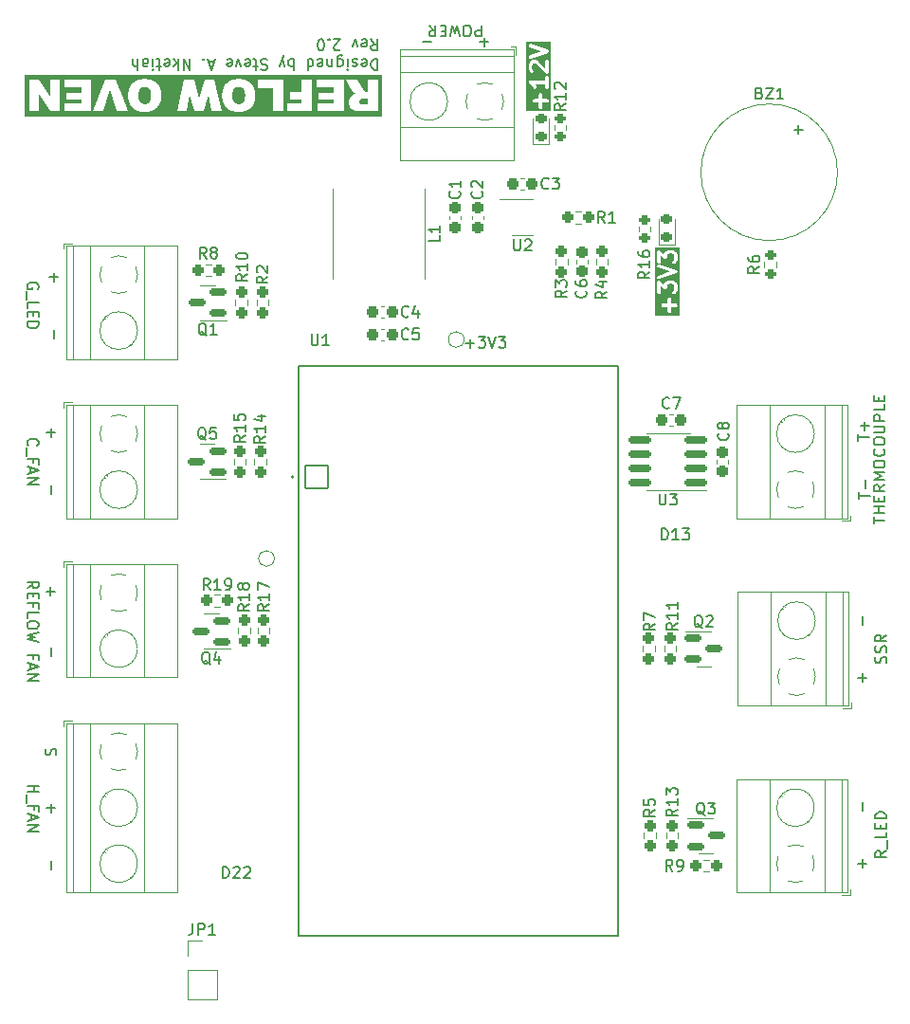
<source format=gto>
G04 #@! TF.GenerationSoftware,KiCad,Pcbnew,7.0.10*
G04 #@! TF.CreationDate,2024-04-22T09:57:33-04:00*
G04 #@! TF.ProjectId,reflow_oven_board_rev_2,7265666c-6f77-45f6-9f76-656e5f626f61,1.0*
G04 #@! TF.SameCoordinates,Original*
G04 #@! TF.FileFunction,Legend,Top*
G04 #@! TF.FilePolarity,Positive*
%FSLAX46Y46*%
G04 Gerber Fmt 4.6, Leading zero omitted, Abs format (unit mm)*
G04 Created by KiCad (PCBNEW 7.0.10) date 2024-04-22 09:57:33*
%MOMM*%
%LPD*%
G01*
G04 APERTURE LIST*
G04 Aperture macros list*
%AMRoundRect*
0 Rectangle with rounded corners*
0 $1 Rounding radius*
0 $2 $3 $4 $5 $6 $7 $8 $9 X,Y pos of 4 corners*
0 Add a 4 corners polygon primitive as box body*
4,1,4,$2,$3,$4,$5,$6,$7,$8,$9,$2,$3,0*
0 Add four circle primitives for the rounded corners*
1,1,$1+$1,$2,$3*
1,1,$1+$1,$4,$5*
1,1,$1+$1,$6,$7*
1,1,$1+$1,$8,$9*
0 Add four rect primitives between the rounded corners*
20,1,$1+$1,$2,$3,$4,$5,0*
20,1,$1+$1,$4,$5,$6,$7,0*
20,1,$1+$1,$6,$7,$8,$9,0*
20,1,$1+$1,$8,$9,$2,$3,0*%
G04 Aperture macros list end*
%ADD10C,0.150000*%
%ADD11C,0.500000*%
%ADD12C,0.300000*%
%ADD13C,0.120000*%
%ADD14C,0.127000*%
%ADD15C,0.200000*%
%ADD16R,2.600000X2.600000*%
%ADD17C,2.600000*%
%ADD18R,7.500000X1.800000*%
%ADD19R,1.560000X0.650000*%
%ADD20RoundRect,0.102000X-1.000000X-1.000000X1.000000X-1.000000X1.000000X1.000000X-1.000000X1.000000X0*%
%ADD21C,2.204000*%
%ADD22RoundRect,0.237500X0.237500X-0.250000X0.237500X0.250000X-0.237500X0.250000X-0.237500X-0.250000X0*%
%ADD23RoundRect,0.237500X-0.237500X0.250000X-0.237500X-0.250000X0.237500X-0.250000X0.237500X0.250000X0*%
%ADD24RoundRect,0.237500X-0.237500X0.300000X-0.237500X-0.300000X0.237500X-0.300000X0.237500X0.300000X0*%
%ADD25RoundRect,0.237500X0.300000X0.237500X-0.300000X0.237500X-0.300000X-0.237500X0.300000X-0.237500X0*%
%ADD26RoundRect,0.237500X0.237500X-0.300000X0.237500X0.300000X-0.237500X0.300000X-0.237500X-0.300000X0*%
%ADD27RoundRect,0.150000X0.587500X0.150000X-0.587500X0.150000X-0.587500X-0.150000X0.587500X-0.150000X0*%
%ADD28RoundRect,0.200000X0.275000X-0.200000X0.275000X0.200000X-0.275000X0.200000X-0.275000X-0.200000X0*%
%ADD29RoundRect,0.237500X0.250000X0.237500X-0.250000X0.237500X-0.250000X-0.237500X0.250000X-0.237500X0*%
%ADD30RoundRect,0.237500X-0.300000X-0.237500X0.300000X-0.237500X0.300000X0.237500X-0.300000X0.237500X0*%
%ADD31RoundRect,0.218750X0.256250X-0.218750X0.256250X0.218750X-0.256250X0.218750X-0.256250X-0.218750X0*%
%ADD32RoundRect,0.150000X-0.587500X-0.150000X0.587500X-0.150000X0.587500X0.150000X-0.587500X0.150000X0*%
%ADD33C,1.000000*%
%ADD34RoundRect,0.237500X-0.250000X-0.237500X0.250000X-0.237500X0.250000X0.237500X-0.250000X0.237500X0*%
%ADD35R,1.700000X1.700000*%
%ADD36O,1.700000X1.700000*%
%ADD37R,2.000000X2.000000*%
%ADD38C,2.000000*%
%ADD39RoundRect,0.150000X0.825000X0.150000X-0.825000X0.150000X-0.825000X-0.150000X0.825000X-0.150000X0*%
G04 APERTURE END LIST*
D10*
X179169819Y-88406077D02*
X179169819Y-87834649D01*
X180169819Y-88120363D02*
X179169819Y-88120363D01*
X179788866Y-87501315D02*
X179788866Y-86739411D01*
X145441791Y-46130180D02*
X145441791Y-47130180D01*
X145441791Y-47130180D02*
X145060839Y-47130180D01*
X145060839Y-47130180D02*
X144965601Y-47082561D01*
X144965601Y-47082561D02*
X144917982Y-47034942D01*
X144917982Y-47034942D02*
X144870363Y-46939704D01*
X144870363Y-46939704D02*
X144870363Y-46796847D01*
X144870363Y-46796847D02*
X144917982Y-46701609D01*
X144917982Y-46701609D02*
X144965601Y-46653990D01*
X144965601Y-46653990D02*
X145060839Y-46606371D01*
X145060839Y-46606371D02*
X145441791Y-46606371D01*
X144251315Y-47130180D02*
X144060839Y-47130180D01*
X144060839Y-47130180D02*
X143965601Y-47082561D01*
X143965601Y-47082561D02*
X143870363Y-46987323D01*
X143870363Y-46987323D02*
X143822744Y-46796847D01*
X143822744Y-46796847D02*
X143822744Y-46463514D01*
X143822744Y-46463514D02*
X143870363Y-46273038D01*
X143870363Y-46273038D02*
X143965601Y-46177800D01*
X143965601Y-46177800D02*
X144060839Y-46130180D01*
X144060839Y-46130180D02*
X144251315Y-46130180D01*
X144251315Y-46130180D02*
X144346553Y-46177800D01*
X144346553Y-46177800D02*
X144441791Y-46273038D01*
X144441791Y-46273038D02*
X144489410Y-46463514D01*
X144489410Y-46463514D02*
X144489410Y-46796847D01*
X144489410Y-46796847D02*
X144441791Y-46987323D01*
X144441791Y-46987323D02*
X144346553Y-47082561D01*
X144346553Y-47082561D02*
X144251315Y-47130180D01*
X143489410Y-47130180D02*
X143251315Y-46130180D01*
X143251315Y-46130180D02*
X143060839Y-46844466D01*
X143060839Y-46844466D02*
X142870363Y-46130180D01*
X142870363Y-46130180D02*
X142632268Y-47130180D01*
X142251315Y-46653990D02*
X141917982Y-46653990D01*
X141775125Y-46130180D02*
X142251315Y-46130180D01*
X142251315Y-46130180D02*
X142251315Y-47130180D01*
X142251315Y-47130180D02*
X141775125Y-47130180D01*
X140775125Y-46130180D02*
X141108458Y-46606371D01*
X141346553Y-46130180D02*
X141346553Y-47130180D01*
X141346553Y-47130180D02*
X140965601Y-47130180D01*
X140965601Y-47130180D02*
X140870363Y-47082561D01*
X140870363Y-47082561D02*
X140822744Y-47034942D01*
X140822744Y-47034942D02*
X140775125Y-46939704D01*
X140775125Y-46939704D02*
X140775125Y-46796847D01*
X140775125Y-46796847D02*
X140822744Y-46701609D01*
X140822744Y-46701609D02*
X140870363Y-46653990D01*
X140870363Y-46653990D02*
X140965601Y-46606371D01*
X140965601Y-46606371D02*
X141346553Y-46606371D01*
X179488866Y-104763220D02*
X179488866Y-104001316D01*
X179869819Y-104382268D02*
X179107914Y-104382268D01*
X107422200Y-111310839D02*
X107469819Y-111167982D01*
X107469819Y-111167982D02*
X107469819Y-110929887D01*
X107469819Y-110929887D02*
X107422200Y-110834649D01*
X107422200Y-110834649D02*
X107374580Y-110787030D01*
X107374580Y-110787030D02*
X107279342Y-110739411D01*
X107279342Y-110739411D02*
X107184104Y-110739411D01*
X107184104Y-110739411D02*
X107088866Y-110787030D01*
X107088866Y-110787030D02*
X107041247Y-110834649D01*
X107041247Y-110834649D02*
X106993628Y-110929887D01*
X106993628Y-110929887D02*
X106946009Y-111120363D01*
X106946009Y-111120363D02*
X106898390Y-111215601D01*
X106898390Y-111215601D02*
X106850771Y-111263220D01*
X106850771Y-111263220D02*
X106755533Y-111310839D01*
X106755533Y-111310839D02*
X106660295Y-111310839D01*
X106660295Y-111310839D02*
X106565057Y-111263220D01*
X106565057Y-111263220D02*
X106517438Y-111215601D01*
X106517438Y-111215601D02*
X106469819Y-111120363D01*
X106469819Y-111120363D02*
X106469819Y-110882268D01*
X106469819Y-110882268D02*
X106517438Y-110739411D01*
X144036779Y-74538866D02*
X144798684Y-74538866D01*
X144417731Y-74919819D02*
X144417731Y-74157914D01*
X145179636Y-73919819D02*
X145798683Y-73919819D01*
X145798683Y-73919819D02*
X145465350Y-74300771D01*
X145465350Y-74300771D02*
X145608207Y-74300771D01*
X145608207Y-74300771D02*
X145703445Y-74348390D01*
X145703445Y-74348390D02*
X145751064Y-74396009D01*
X145751064Y-74396009D02*
X145798683Y-74491247D01*
X145798683Y-74491247D02*
X145798683Y-74729342D01*
X145798683Y-74729342D02*
X145751064Y-74824580D01*
X145751064Y-74824580D02*
X145703445Y-74872200D01*
X145703445Y-74872200D02*
X145608207Y-74919819D01*
X145608207Y-74919819D02*
X145322493Y-74919819D01*
X145322493Y-74919819D02*
X145227255Y-74872200D01*
X145227255Y-74872200D02*
X145179636Y-74824580D01*
X146084398Y-73919819D02*
X146417731Y-74919819D01*
X146417731Y-74919819D02*
X146751064Y-73919819D01*
X146989160Y-73919819D02*
X147608207Y-73919819D01*
X147608207Y-73919819D02*
X147274874Y-74300771D01*
X147274874Y-74300771D02*
X147417731Y-74300771D01*
X147417731Y-74300771D02*
X147512969Y-74348390D01*
X147512969Y-74348390D02*
X147560588Y-74396009D01*
X147560588Y-74396009D02*
X147608207Y-74491247D01*
X147608207Y-74491247D02*
X147608207Y-74729342D01*
X147608207Y-74729342D02*
X147560588Y-74824580D01*
X147560588Y-74824580D02*
X147512969Y-74872200D01*
X147512969Y-74872200D02*
X147417731Y-74919819D01*
X147417731Y-74919819D02*
X147132017Y-74919819D01*
X147132017Y-74919819D02*
X147036779Y-74872200D01*
X147036779Y-74872200D02*
X146989160Y-74824580D01*
X179488866Y-116263220D02*
X179488866Y-115501316D01*
X106961133Y-96286779D02*
X106961133Y-97048684D01*
X106580180Y-96667731D02*
X107342085Y-96667731D01*
X135591792Y-47380180D02*
X135925125Y-47856371D01*
X136163220Y-47380180D02*
X136163220Y-48380180D01*
X136163220Y-48380180D02*
X135782268Y-48380180D01*
X135782268Y-48380180D02*
X135687030Y-48332561D01*
X135687030Y-48332561D02*
X135639411Y-48284942D01*
X135639411Y-48284942D02*
X135591792Y-48189704D01*
X135591792Y-48189704D02*
X135591792Y-48046847D01*
X135591792Y-48046847D02*
X135639411Y-47951609D01*
X135639411Y-47951609D02*
X135687030Y-47903990D01*
X135687030Y-47903990D02*
X135782268Y-47856371D01*
X135782268Y-47856371D02*
X136163220Y-47856371D01*
X134782268Y-47427800D02*
X134877506Y-47380180D01*
X134877506Y-47380180D02*
X135067982Y-47380180D01*
X135067982Y-47380180D02*
X135163220Y-47427800D01*
X135163220Y-47427800D02*
X135210839Y-47523038D01*
X135210839Y-47523038D02*
X135210839Y-47903990D01*
X135210839Y-47903990D02*
X135163220Y-47999228D01*
X135163220Y-47999228D02*
X135067982Y-48046847D01*
X135067982Y-48046847D02*
X134877506Y-48046847D01*
X134877506Y-48046847D02*
X134782268Y-47999228D01*
X134782268Y-47999228D02*
X134734649Y-47903990D01*
X134734649Y-47903990D02*
X134734649Y-47808752D01*
X134734649Y-47808752D02*
X135210839Y-47713514D01*
X134401315Y-48046847D02*
X134163220Y-47380180D01*
X134163220Y-47380180D02*
X133925125Y-48046847D01*
X132829886Y-48284942D02*
X132782267Y-48332561D01*
X132782267Y-48332561D02*
X132687029Y-48380180D01*
X132687029Y-48380180D02*
X132448934Y-48380180D01*
X132448934Y-48380180D02*
X132353696Y-48332561D01*
X132353696Y-48332561D02*
X132306077Y-48284942D01*
X132306077Y-48284942D02*
X132258458Y-48189704D01*
X132258458Y-48189704D02*
X132258458Y-48094466D01*
X132258458Y-48094466D02*
X132306077Y-47951609D01*
X132306077Y-47951609D02*
X132877505Y-47380180D01*
X132877505Y-47380180D02*
X132258458Y-47380180D01*
X131829886Y-47475419D02*
X131782267Y-47427800D01*
X131782267Y-47427800D02*
X131829886Y-47380180D01*
X131829886Y-47380180D02*
X131877505Y-47427800D01*
X131877505Y-47427800D02*
X131829886Y-47475419D01*
X131829886Y-47475419D02*
X131829886Y-47380180D01*
X131163220Y-48380180D02*
X131067982Y-48380180D01*
X131067982Y-48380180D02*
X130972744Y-48332561D01*
X130972744Y-48332561D02*
X130925125Y-48284942D01*
X130925125Y-48284942D02*
X130877506Y-48189704D01*
X130877506Y-48189704D02*
X130829887Y-47999228D01*
X130829887Y-47999228D02*
X130829887Y-47761133D01*
X130829887Y-47761133D02*
X130877506Y-47570657D01*
X130877506Y-47570657D02*
X130925125Y-47475419D01*
X130925125Y-47475419D02*
X130972744Y-47427800D01*
X130972744Y-47427800D02*
X131067982Y-47380180D01*
X131067982Y-47380180D02*
X131163220Y-47380180D01*
X131163220Y-47380180D02*
X131258458Y-47427800D01*
X131258458Y-47427800D02*
X131306077Y-47475419D01*
X131306077Y-47475419D02*
X131353696Y-47570657D01*
X131353696Y-47570657D02*
X131401315Y-47761133D01*
X131401315Y-47761133D02*
X131401315Y-47999228D01*
X131401315Y-47999228D02*
X131353696Y-48189704D01*
X131353696Y-48189704D02*
X131306077Y-48284942D01*
X131306077Y-48284942D02*
X131258458Y-48332561D01*
X131258458Y-48332561D02*
X131163220Y-48380180D01*
X179488866Y-121363220D02*
X179488866Y-120601316D01*
X179869819Y-120982268D02*
X179107914Y-120982268D01*
X107011133Y-120736779D02*
X107011133Y-121498684D01*
X181619819Y-119860840D02*
X181143628Y-120194173D01*
X181619819Y-120432268D02*
X180619819Y-120432268D01*
X180619819Y-120432268D02*
X180619819Y-120051316D01*
X180619819Y-120051316D02*
X180667438Y-119956078D01*
X180667438Y-119956078D02*
X180715057Y-119908459D01*
X180715057Y-119908459D02*
X180810295Y-119860840D01*
X180810295Y-119860840D02*
X180953152Y-119860840D01*
X180953152Y-119860840D02*
X181048390Y-119908459D01*
X181048390Y-119908459D02*
X181096009Y-119956078D01*
X181096009Y-119956078D02*
X181143628Y-120051316D01*
X181143628Y-120051316D02*
X181143628Y-120432268D01*
X181715057Y-119670364D02*
X181715057Y-118908459D01*
X181619819Y-118194173D02*
X181619819Y-118670363D01*
X181619819Y-118670363D02*
X180619819Y-118670363D01*
X181096009Y-117860839D02*
X181096009Y-117527506D01*
X181619819Y-117384649D02*
X181619819Y-117860839D01*
X181619819Y-117860839D02*
X180619819Y-117860839D01*
X180619819Y-117860839D02*
X180619819Y-117384649D01*
X181619819Y-116956077D02*
X180619819Y-116956077D01*
X180619819Y-116956077D02*
X180619819Y-116717982D01*
X180619819Y-116717982D02*
X180667438Y-116575125D01*
X180667438Y-116575125D02*
X180762676Y-116479887D01*
X180762676Y-116479887D02*
X180857914Y-116432268D01*
X180857914Y-116432268D02*
X181048390Y-116384649D01*
X181048390Y-116384649D02*
X181191247Y-116384649D01*
X181191247Y-116384649D02*
X181381723Y-116432268D01*
X181381723Y-116432268D02*
X181476961Y-116479887D01*
X181476961Y-116479887D02*
X181572200Y-116575125D01*
X181572200Y-116575125D02*
X181619819Y-116717982D01*
X181619819Y-116717982D02*
X181619819Y-116956077D01*
X161536779Y-92069819D02*
X161536779Y-91069819D01*
X161536779Y-91069819D02*
X161774874Y-91069819D01*
X161774874Y-91069819D02*
X161917731Y-91117438D01*
X161917731Y-91117438D02*
X162012969Y-91212676D01*
X162012969Y-91212676D02*
X162060588Y-91307914D01*
X162060588Y-91307914D02*
X162108207Y-91498390D01*
X162108207Y-91498390D02*
X162108207Y-91641247D01*
X162108207Y-91641247D02*
X162060588Y-91831723D01*
X162060588Y-91831723D02*
X162012969Y-91926961D01*
X162012969Y-91926961D02*
X161917731Y-92022200D01*
X161917731Y-92022200D02*
X161774874Y-92069819D01*
X161774874Y-92069819D02*
X161536779Y-92069819D01*
X163060588Y-92069819D02*
X162489160Y-92069819D01*
X162774874Y-92069819D02*
X162774874Y-91069819D01*
X162774874Y-91069819D02*
X162679636Y-91212676D01*
X162679636Y-91212676D02*
X162584398Y-91307914D01*
X162584398Y-91307914D02*
X162489160Y-91355533D01*
X163393922Y-91069819D02*
X164012969Y-91069819D01*
X164012969Y-91069819D02*
X163679636Y-91450771D01*
X163679636Y-91450771D02*
X163822493Y-91450771D01*
X163822493Y-91450771D02*
X163917731Y-91498390D01*
X163917731Y-91498390D02*
X163965350Y-91546009D01*
X163965350Y-91546009D02*
X164012969Y-91641247D01*
X164012969Y-91641247D02*
X164012969Y-91879342D01*
X164012969Y-91879342D02*
X163965350Y-91974580D01*
X163965350Y-91974580D02*
X163917731Y-92022200D01*
X163917731Y-92022200D02*
X163822493Y-92069819D01*
X163822493Y-92069819D02*
X163536779Y-92069819D01*
X163536779Y-92069819D02*
X163441541Y-92022200D01*
X163441541Y-92022200D02*
X163393922Y-91974580D01*
X180469819Y-90606077D02*
X180469819Y-90034649D01*
X181469819Y-90320363D02*
X180469819Y-90320363D01*
X181469819Y-89701315D02*
X180469819Y-89701315D01*
X180946009Y-89701315D02*
X180946009Y-89129887D01*
X181469819Y-89129887D02*
X180469819Y-89129887D01*
X180946009Y-88653696D02*
X180946009Y-88320363D01*
X181469819Y-88177506D02*
X181469819Y-88653696D01*
X181469819Y-88653696D02*
X180469819Y-88653696D01*
X180469819Y-88653696D02*
X180469819Y-88177506D01*
X181469819Y-87177506D02*
X180993628Y-87510839D01*
X181469819Y-87748934D02*
X180469819Y-87748934D01*
X180469819Y-87748934D02*
X180469819Y-87367982D01*
X180469819Y-87367982D02*
X180517438Y-87272744D01*
X180517438Y-87272744D02*
X180565057Y-87225125D01*
X180565057Y-87225125D02*
X180660295Y-87177506D01*
X180660295Y-87177506D02*
X180803152Y-87177506D01*
X180803152Y-87177506D02*
X180898390Y-87225125D01*
X180898390Y-87225125D02*
X180946009Y-87272744D01*
X180946009Y-87272744D02*
X180993628Y-87367982D01*
X180993628Y-87367982D02*
X180993628Y-87748934D01*
X181469819Y-86748934D02*
X180469819Y-86748934D01*
X180469819Y-86748934D02*
X181184104Y-86415601D01*
X181184104Y-86415601D02*
X180469819Y-86082268D01*
X180469819Y-86082268D02*
X181469819Y-86082268D01*
X180469819Y-85415601D02*
X180469819Y-85225125D01*
X180469819Y-85225125D02*
X180517438Y-85129887D01*
X180517438Y-85129887D02*
X180612676Y-85034649D01*
X180612676Y-85034649D02*
X180803152Y-84987030D01*
X180803152Y-84987030D02*
X181136485Y-84987030D01*
X181136485Y-84987030D02*
X181326961Y-85034649D01*
X181326961Y-85034649D02*
X181422200Y-85129887D01*
X181422200Y-85129887D02*
X181469819Y-85225125D01*
X181469819Y-85225125D02*
X181469819Y-85415601D01*
X181469819Y-85415601D02*
X181422200Y-85510839D01*
X181422200Y-85510839D02*
X181326961Y-85606077D01*
X181326961Y-85606077D02*
X181136485Y-85653696D01*
X181136485Y-85653696D02*
X180803152Y-85653696D01*
X180803152Y-85653696D02*
X180612676Y-85606077D01*
X180612676Y-85606077D02*
X180517438Y-85510839D01*
X180517438Y-85510839D02*
X180469819Y-85415601D01*
X181374580Y-83987030D02*
X181422200Y-84034649D01*
X181422200Y-84034649D02*
X181469819Y-84177506D01*
X181469819Y-84177506D02*
X181469819Y-84272744D01*
X181469819Y-84272744D02*
X181422200Y-84415601D01*
X181422200Y-84415601D02*
X181326961Y-84510839D01*
X181326961Y-84510839D02*
X181231723Y-84558458D01*
X181231723Y-84558458D02*
X181041247Y-84606077D01*
X181041247Y-84606077D02*
X180898390Y-84606077D01*
X180898390Y-84606077D02*
X180707914Y-84558458D01*
X180707914Y-84558458D02*
X180612676Y-84510839D01*
X180612676Y-84510839D02*
X180517438Y-84415601D01*
X180517438Y-84415601D02*
X180469819Y-84272744D01*
X180469819Y-84272744D02*
X180469819Y-84177506D01*
X180469819Y-84177506D02*
X180517438Y-84034649D01*
X180517438Y-84034649D02*
X180565057Y-83987030D01*
X180469819Y-83367982D02*
X180469819Y-83177506D01*
X180469819Y-83177506D02*
X180517438Y-83082268D01*
X180517438Y-83082268D02*
X180612676Y-82987030D01*
X180612676Y-82987030D02*
X180803152Y-82939411D01*
X180803152Y-82939411D02*
X181136485Y-82939411D01*
X181136485Y-82939411D02*
X181326961Y-82987030D01*
X181326961Y-82987030D02*
X181422200Y-83082268D01*
X181422200Y-83082268D02*
X181469819Y-83177506D01*
X181469819Y-83177506D02*
X181469819Y-83367982D01*
X181469819Y-83367982D02*
X181422200Y-83463220D01*
X181422200Y-83463220D02*
X181326961Y-83558458D01*
X181326961Y-83558458D02*
X181136485Y-83606077D01*
X181136485Y-83606077D02*
X180803152Y-83606077D01*
X180803152Y-83606077D02*
X180612676Y-83558458D01*
X180612676Y-83558458D02*
X180517438Y-83463220D01*
X180517438Y-83463220D02*
X180469819Y-83367982D01*
X180469819Y-82510839D02*
X181279342Y-82510839D01*
X181279342Y-82510839D02*
X181374580Y-82463220D01*
X181374580Y-82463220D02*
X181422200Y-82415601D01*
X181422200Y-82415601D02*
X181469819Y-82320363D01*
X181469819Y-82320363D02*
X181469819Y-82129887D01*
X181469819Y-82129887D02*
X181422200Y-82034649D01*
X181422200Y-82034649D02*
X181374580Y-81987030D01*
X181374580Y-81987030D02*
X181279342Y-81939411D01*
X181279342Y-81939411D02*
X180469819Y-81939411D01*
X181469819Y-81463220D02*
X180469819Y-81463220D01*
X180469819Y-81463220D02*
X180469819Y-81082268D01*
X180469819Y-81082268D02*
X180517438Y-80987030D01*
X180517438Y-80987030D02*
X180565057Y-80939411D01*
X180565057Y-80939411D02*
X180660295Y-80891792D01*
X180660295Y-80891792D02*
X180803152Y-80891792D01*
X180803152Y-80891792D02*
X180898390Y-80939411D01*
X180898390Y-80939411D02*
X180946009Y-80987030D01*
X180946009Y-80987030D02*
X180993628Y-81082268D01*
X180993628Y-81082268D02*
X180993628Y-81463220D01*
X181469819Y-79987030D02*
X181469819Y-80463220D01*
X181469819Y-80463220D02*
X180469819Y-80463220D01*
X180946009Y-79653696D02*
X180946009Y-79320363D01*
X181469819Y-79177506D02*
X181469819Y-79653696D01*
X181469819Y-79653696D02*
X180469819Y-79653696D01*
X180469819Y-79653696D02*
X180469819Y-79177506D01*
D11*
G36*
X115412133Y-51633213D02*
G01*
X115443677Y-51635281D01*
X115474366Y-51638727D01*
X115504200Y-51643552D01*
X115533180Y-51649755D01*
X115561304Y-51657336D01*
X115588574Y-51666296D01*
X115614989Y-51676635D01*
X115640549Y-51688351D01*
X115665254Y-51701447D01*
X115689105Y-51715920D01*
X115712100Y-51731772D01*
X115734241Y-51749003D01*
X115755526Y-51767612D01*
X115775957Y-51787599D01*
X115795533Y-51808965D01*
X115814001Y-51831937D01*
X115831277Y-51856741D01*
X115847361Y-51883377D01*
X115862254Y-51911846D01*
X115875956Y-51942148D01*
X115888466Y-51974283D01*
X115899785Y-52008250D01*
X115909912Y-52044049D01*
X115918848Y-52081681D01*
X115926593Y-52121146D01*
X115933145Y-52162443D01*
X115938507Y-52205573D01*
X115942677Y-52250535D01*
X115945656Y-52297330D01*
X115947443Y-52345958D01*
X115948039Y-52396418D01*
X115947438Y-52447375D01*
X115945634Y-52496468D01*
X115942629Y-52543695D01*
X115938422Y-52589059D01*
X115933012Y-52632557D01*
X115926400Y-52674191D01*
X115918586Y-52713960D01*
X115909570Y-52751865D01*
X115899352Y-52787905D01*
X115887932Y-52822080D01*
X115875310Y-52854391D01*
X115861485Y-52884837D01*
X115846458Y-52913418D01*
X115830230Y-52940135D01*
X115812799Y-52964987D01*
X115794166Y-52987974D01*
X115774544Y-53009340D01*
X115754148Y-53029328D01*
X115732977Y-53047937D01*
X115711031Y-53065167D01*
X115688311Y-53081019D01*
X115664816Y-53095493D01*
X115640546Y-53108588D01*
X115615502Y-53120305D01*
X115589683Y-53130643D01*
X115563089Y-53139603D01*
X115535720Y-53147185D01*
X115507577Y-53153388D01*
X115478659Y-53158212D01*
X115448966Y-53161659D01*
X115418499Y-53163726D01*
X115387257Y-53164415D01*
X115354522Y-53163737D01*
X115322652Y-53161701D01*
X115291647Y-53158309D01*
X115261509Y-53153559D01*
X115232235Y-53147452D01*
X115203828Y-53139988D01*
X115176285Y-53131167D01*
X115149609Y-53120989D01*
X115123798Y-53109454D01*
X115098852Y-53096562D01*
X115074772Y-53082312D01*
X115051557Y-53066706D01*
X115029208Y-53049743D01*
X115007725Y-53031422D01*
X114987107Y-53011745D01*
X114967355Y-52990710D01*
X114948639Y-52968179D01*
X114931130Y-52944014D01*
X114914830Y-52918213D01*
X114899736Y-52890778D01*
X114885850Y-52861708D01*
X114873172Y-52831003D01*
X114861701Y-52798663D01*
X114851437Y-52764688D01*
X114842381Y-52729078D01*
X114834532Y-52691833D01*
X114827891Y-52652953D01*
X114822458Y-52612439D01*
X114818231Y-52570289D01*
X114815213Y-52526505D01*
X114813402Y-52481086D01*
X114812798Y-52434032D01*
X114812943Y-52405799D01*
X114813378Y-52378119D01*
X114815117Y-52324418D01*
X114818015Y-52272930D01*
X114822073Y-52223653D01*
X114827290Y-52176588D01*
X114833667Y-52131735D01*
X114841203Y-52089094D01*
X114849898Y-52048665D01*
X114859753Y-52010448D01*
X114870767Y-51974443D01*
X114882941Y-51940650D01*
X114896274Y-51909068D01*
X114910766Y-51879699D01*
X114926418Y-51852541D01*
X114943229Y-51827596D01*
X114961200Y-51804862D01*
X114980145Y-51783993D01*
X115000053Y-51764470D01*
X115020922Y-51746294D01*
X115042752Y-51729464D01*
X115065545Y-51713981D01*
X115089299Y-51699844D01*
X115114015Y-51687053D01*
X115139692Y-51675609D01*
X115166332Y-51665511D01*
X115193933Y-51656759D01*
X115222495Y-51649354D01*
X115252020Y-51643295D01*
X115282506Y-51638583D01*
X115313954Y-51635217D01*
X115346363Y-51633197D01*
X115379734Y-51632524D01*
X115412133Y-51633213D01*
G37*
G36*
X123801973Y-51633213D02*
G01*
X123833517Y-51635281D01*
X123864206Y-51638727D01*
X123894040Y-51643552D01*
X123923019Y-51649755D01*
X123951144Y-51657336D01*
X123978414Y-51666296D01*
X124004829Y-51676635D01*
X124030389Y-51688351D01*
X124055094Y-51701447D01*
X124078944Y-51715920D01*
X124101939Y-51731772D01*
X124124080Y-51749003D01*
X124145366Y-51767612D01*
X124165797Y-51787599D01*
X124185373Y-51808965D01*
X124203840Y-51831937D01*
X124221116Y-51856741D01*
X124237201Y-51883377D01*
X124252094Y-51911846D01*
X124265796Y-51942148D01*
X124278306Y-51974283D01*
X124289624Y-52008250D01*
X124299752Y-52044049D01*
X124308688Y-52081681D01*
X124316432Y-52121146D01*
X124322985Y-52162443D01*
X124328346Y-52205573D01*
X124332517Y-52250535D01*
X124335495Y-52297330D01*
X124337282Y-52345958D01*
X124337878Y-52396418D01*
X124337277Y-52447375D01*
X124335474Y-52496468D01*
X124332468Y-52543695D01*
X124328261Y-52589059D01*
X124322851Y-52632557D01*
X124316240Y-52674191D01*
X124308426Y-52713960D01*
X124299410Y-52751865D01*
X124289192Y-52787905D01*
X124277771Y-52822080D01*
X124265149Y-52854391D01*
X124251325Y-52884837D01*
X124236298Y-52913418D01*
X124220069Y-52940135D01*
X124202638Y-52964987D01*
X124184005Y-52987974D01*
X124164384Y-53009340D01*
X124143987Y-53029328D01*
X124122817Y-53047937D01*
X124100871Y-53065167D01*
X124078151Y-53081019D01*
X124054656Y-53095493D01*
X124030386Y-53108588D01*
X124005341Y-53120305D01*
X123979522Y-53130643D01*
X123952928Y-53139603D01*
X123925560Y-53147185D01*
X123897417Y-53153388D01*
X123868499Y-53158212D01*
X123838806Y-53161659D01*
X123808339Y-53163726D01*
X123777096Y-53164415D01*
X123744361Y-53163737D01*
X123712491Y-53161701D01*
X123681487Y-53158309D01*
X123651348Y-53153559D01*
X123622075Y-53147452D01*
X123593667Y-53139988D01*
X123566125Y-53131167D01*
X123539448Y-53120989D01*
X123513637Y-53109454D01*
X123488691Y-53096562D01*
X123464611Y-53082312D01*
X123441397Y-53066706D01*
X123419048Y-53049743D01*
X123397564Y-53031422D01*
X123376947Y-53011745D01*
X123357194Y-52990710D01*
X123338478Y-52968179D01*
X123320970Y-52944014D01*
X123304669Y-52918213D01*
X123289576Y-52890778D01*
X123275690Y-52861708D01*
X123263011Y-52831003D01*
X123251540Y-52798663D01*
X123241277Y-52764688D01*
X123232220Y-52729078D01*
X123224372Y-52691833D01*
X123217731Y-52652953D01*
X123212297Y-52612439D01*
X123208071Y-52570289D01*
X123205052Y-52526505D01*
X123203241Y-52481086D01*
X123202637Y-52434032D01*
X123202782Y-52405799D01*
X123203217Y-52378119D01*
X123204956Y-52324418D01*
X123207855Y-52272930D01*
X123211912Y-52223653D01*
X123217130Y-52176588D01*
X123223506Y-52131735D01*
X123231042Y-52089094D01*
X123239738Y-52048665D01*
X123249593Y-52010448D01*
X123260607Y-51974443D01*
X123272780Y-51940650D01*
X123286113Y-51909068D01*
X123300606Y-51879699D01*
X123316258Y-51852541D01*
X123333069Y-51827596D01*
X123351039Y-51804862D01*
X123369985Y-51783993D01*
X123389892Y-51764470D01*
X123410761Y-51746294D01*
X123432592Y-51729464D01*
X123455384Y-51713981D01*
X123479139Y-51699844D01*
X123503854Y-51687053D01*
X123529532Y-51675609D01*
X123556171Y-51665511D01*
X123583772Y-51656759D01*
X123612335Y-51649354D01*
X123641859Y-51643295D01*
X123672345Y-51638583D01*
X123703793Y-51635217D01*
X123736203Y-51633197D01*
X123769574Y-51632524D01*
X123801973Y-51633213D01*
G37*
G36*
X135281325Y-53208184D02*
G01*
X134920237Y-53208184D01*
X134905980Y-53208118D01*
X134864981Y-53207137D01*
X134826639Y-53204977D01*
X134790954Y-53201639D01*
X134757925Y-53197123D01*
X134727554Y-53191429D01*
X134699838Y-53184556D01*
X134667018Y-53173561D01*
X134638920Y-53160471D01*
X134610439Y-53141163D01*
X134587388Y-53118997D01*
X134568244Y-53093960D01*
X134553007Y-53066050D01*
X134541677Y-53035269D01*
X134535426Y-53008576D01*
X134531675Y-52980046D01*
X134530425Y-52949677D01*
X134530620Y-52939237D01*
X134533545Y-52908815D01*
X134539981Y-52879740D01*
X134549926Y-52852010D01*
X134563382Y-52825628D01*
X134580348Y-52800591D01*
X134586704Y-52792745D01*
X134607148Y-52771484D01*
X134629660Y-52753636D01*
X134654240Y-52739202D01*
X134680887Y-52728183D01*
X134709602Y-52720577D01*
X134720050Y-52718263D01*
X134750090Y-52711762D01*
X134778169Y-52705921D01*
X134812561Y-52699163D01*
X134843469Y-52693579D01*
X134877206Y-52688253D01*
X134905499Y-52684764D01*
X134935966Y-52682964D01*
X135281325Y-52682964D01*
X135281325Y-53208184D01*
G37*
G36*
X136599776Y-54264709D02*
G01*
X104632630Y-54264709D01*
X104632630Y-50976000D01*
X105032630Y-50976000D01*
X105032630Y-53820940D01*
X105897055Y-53820940D01*
X105897055Y-52292468D01*
X106925610Y-53820940D01*
X107772937Y-53820940D01*
X107772937Y-50976000D01*
X108188053Y-50976000D01*
X108188053Y-51676293D01*
X109691905Y-51676293D01*
X109691905Y-52157744D01*
X108335771Y-52157744D01*
X108335771Y-52770501D01*
X109691905Y-52770501D01*
X109691905Y-53120647D01*
X108230453Y-53120647D01*
X108230453Y-53820940D01*
X110608988Y-53820940D01*
X110741660Y-53820940D01*
X111674473Y-53820940D01*
X112283126Y-51856153D01*
X112902037Y-53820940D01*
X113860837Y-53820940D01*
X113327950Y-52419670D01*
X113897766Y-52419670D01*
X113897894Y-52434032D01*
X113898145Y-52462075D01*
X113899281Y-52503889D01*
X113901174Y-52545113D01*
X113903825Y-52585746D01*
X113907233Y-52625789D01*
X113911399Y-52665242D01*
X113916321Y-52704104D01*
X113922001Y-52742376D01*
X113928439Y-52780058D01*
X113935634Y-52817149D01*
X113943586Y-52853649D01*
X113952295Y-52889560D01*
X113961762Y-52924880D01*
X113971986Y-52959609D01*
X113982968Y-52993749D01*
X113994706Y-53027297D01*
X114007203Y-53060256D01*
X114020456Y-53092624D01*
X114034467Y-53124402D01*
X114049235Y-53155589D01*
X114064761Y-53186186D01*
X114081044Y-53216193D01*
X114098084Y-53245609D01*
X114115881Y-53274435D01*
X114134436Y-53302670D01*
X114153749Y-53330315D01*
X114173818Y-53357370D01*
X114194645Y-53383834D01*
X114216229Y-53409708D01*
X114238571Y-53434991D01*
X114261670Y-53459685D01*
X114285526Y-53483787D01*
X114310037Y-53507223D01*
X114335182Y-53529915D01*
X114360964Y-53551862D01*
X114387382Y-53573066D01*
X114414435Y-53593525D01*
X114442124Y-53613241D01*
X114470449Y-53632213D01*
X114499410Y-53650440D01*
X114529006Y-53667924D01*
X114559239Y-53684664D01*
X114590107Y-53700659D01*
X114621611Y-53715911D01*
X114653750Y-53730419D01*
X114686526Y-53744183D01*
X114719937Y-53757202D01*
X114753984Y-53769478D01*
X114788667Y-53781010D01*
X114823986Y-53791798D01*
X114859940Y-53801842D01*
X114896530Y-53811141D01*
X114933756Y-53819697D01*
X114971618Y-53827509D01*
X115010116Y-53834577D01*
X115049249Y-53840901D01*
X115089019Y-53846481D01*
X115129424Y-53851317D01*
X115170464Y-53855409D01*
X115212141Y-53858757D01*
X115254453Y-53861361D01*
X115297402Y-53863221D01*
X115340986Y-53864337D01*
X115385205Y-53864709D01*
X115428377Y-53864330D01*
X115470955Y-53863194D01*
X115512938Y-53861300D01*
X115554327Y-53858650D01*
X115595121Y-53855242D01*
X115635321Y-53851076D01*
X115674927Y-53846154D01*
X115713938Y-53840474D01*
X115752355Y-53834036D01*
X115790177Y-53826841D01*
X115817803Y-53820940D01*
X118243824Y-53820940D01*
X119112351Y-53820940D01*
X119396845Y-52365644D01*
X119812644Y-53820940D01*
X120670914Y-53820940D01*
X121084661Y-52384792D01*
X121369155Y-53820940D01*
X122241786Y-53820940D01*
X121928185Y-52419670D01*
X122287606Y-52419670D01*
X122287734Y-52434032D01*
X122287985Y-52462075D01*
X122289121Y-52503889D01*
X122291014Y-52545113D01*
X122293665Y-52585746D01*
X122297073Y-52625789D01*
X122301238Y-52665242D01*
X122306161Y-52704104D01*
X122311841Y-52742376D01*
X122318278Y-52780058D01*
X122325473Y-52817149D01*
X122333425Y-52853649D01*
X122342135Y-52889560D01*
X122351601Y-52924880D01*
X122361826Y-52959609D01*
X122372807Y-52993749D01*
X122384546Y-53027297D01*
X122397042Y-53060256D01*
X122410296Y-53092624D01*
X122424306Y-53124402D01*
X122439075Y-53155589D01*
X122454600Y-53186186D01*
X122470883Y-53216193D01*
X122487923Y-53245609D01*
X122505721Y-53274435D01*
X122524276Y-53302670D01*
X122543588Y-53330315D01*
X122563658Y-53357370D01*
X122584485Y-53383834D01*
X122606069Y-53409708D01*
X122628411Y-53434991D01*
X122651510Y-53459685D01*
X122675366Y-53483787D01*
X122699876Y-53507223D01*
X122725022Y-53529915D01*
X122750804Y-53551862D01*
X122777221Y-53573066D01*
X122804275Y-53593525D01*
X122831964Y-53613241D01*
X122860289Y-53632213D01*
X122889249Y-53650440D01*
X122918846Y-53667924D01*
X122949078Y-53684664D01*
X122979946Y-53700659D01*
X123011450Y-53715911D01*
X123043590Y-53730419D01*
X123076365Y-53744183D01*
X123109777Y-53757202D01*
X123143824Y-53769478D01*
X123178507Y-53781010D01*
X123213825Y-53791798D01*
X123249780Y-53801842D01*
X123286370Y-53811141D01*
X123323596Y-53819697D01*
X123361458Y-53827509D01*
X123399955Y-53834577D01*
X123439089Y-53840901D01*
X123478858Y-53846481D01*
X123519263Y-53851317D01*
X123560304Y-53855409D01*
X123601980Y-53858757D01*
X123644293Y-53861361D01*
X123687241Y-53863221D01*
X123730825Y-53864337D01*
X123775045Y-53864709D01*
X123818217Y-53864330D01*
X123860794Y-53863194D01*
X123902777Y-53861300D01*
X123944166Y-53858650D01*
X123984961Y-53855242D01*
X124025161Y-53851076D01*
X124064766Y-53846154D01*
X124103777Y-53840474D01*
X124142194Y-53834036D01*
X124180017Y-53826841D01*
X124217245Y-53818889D01*
X124253878Y-53810180D01*
X124289918Y-53800713D01*
X124325363Y-53790489D01*
X124360213Y-53779507D01*
X124394469Y-53767769D01*
X124428131Y-53755272D01*
X124461198Y-53742019D01*
X124493671Y-53728008D01*
X124525550Y-53713240D01*
X124556834Y-53697714D01*
X124587524Y-53681431D01*
X124617619Y-53664391D01*
X124647120Y-53646594D01*
X124676027Y-53628039D01*
X124704339Y-53608726D01*
X124732057Y-53588657D01*
X124759180Y-53567830D01*
X124785709Y-53546246D01*
X124811644Y-53523904D01*
X124836984Y-53500805D01*
X124861730Y-53476949D01*
X124885797Y-53452416D01*
X124909100Y-53427287D01*
X124931638Y-53401563D01*
X124953413Y-53375243D01*
X124974423Y-53348327D01*
X124994670Y-53320816D01*
X125014153Y-53292708D01*
X125032871Y-53264005D01*
X125050826Y-53234707D01*
X125068016Y-53204812D01*
X125084443Y-53174322D01*
X125100105Y-53143237D01*
X125115003Y-53111555D01*
X125129138Y-53079278D01*
X125142508Y-53046405D01*
X125155115Y-53012936D01*
X125166957Y-52978872D01*
X125178035Y-52944211D01*
X125188350Y-52908956D01*
X125197900Y-52873104D01*
X125206686Y-52836657D01*
X125214708Y-52799614D01*
X125221967Y-52761975D01*
X125228461Y-52723740D01*
X125234191Y-52684910D01*
X125239157Y-52645484D01*
X125243359Y-52605462D01*
X125246797Y-52564845D01*
X125249471Y-52523632D01*
X125251381Y-52481823D01*
X125252527Y-52439418D01*
X125252909Y-52396418D01*
X125252717Y-52365590D01*
X125252140Y-52335083D01*
X125251178Y-52304896D01*
X125249832Y-52275030D01*
X125248101Y-52245484D01*
X125245985Y-52216259D01*
X125243485Y-52187354D01*
X125240600Y-52158770D01*
X125237330Y-52130506D01*
X125233675Y-52102564D01*
X125229636Y-52074941D01*
X125225212Y-52047639D01*
X125215211Y-51993998D01*
X125203670Y-51941638D01*
X125190591Y-51890561D01*
X125175973Y-51840766D01*
X125159816Y-51792253D01*
X125142121Y-51745023D01*
X125122887Y-51699074D01*
X125102114Y-51654408D01*
X125079802Y-51611025D01*
X125055952Y-51568923D01*
X125030777Y-51528243D01*
X125004661Y-51488952D01*
X124977605Y-51451050D01*
X124949609Y-51414538D01*
X124920672Y-51379414D01*
X124890795Y-51345679D01*
X124859978Y-51313334D01*
X124828220Y-51282378D01*
X124795522Y-51252811D01*
X124761884Y-51224633D01*
X124727305Y-51197844D01*
X124691786Y-51172444D01*
X124655327Y-51148433D01*
X124617927Y-51125812D01*
X124579587Y-51104580D01*
X124540307Y-51084736D01*
X124520271Y-51075354D01*
X124479238Y-51057482D01*
X124436923Y-51040802D01*
X124393326Y-51025313D01*
X124348446Y-51011016D01*
X124302284Y-50997910D01*
X124254840Y-50985995D01*
X124209422Y-50976000D01*
X125448499Y-50976000D01*
X125448499Y-51720061D01*
X126808053Y-51720061D01*
X126808053Y-53820940D01*
X127723084Y-53820940D01*
X128133412Y-53820940D01*
X130331402Y-53820940D01*
X130331402Y-50976000D01*
X130745150Y-50976000D01*
X130745150Y-51676293D01*
X132249002Y-51676293D01*
X132249002Y-52157744D01*
X130892868Y-52157744D01*
X130892868Y-52770501D01*
X132249002Y-52770501D01*
X132249002Y-53120647D01*
X130787550Y-53120647D01*
X130787550Y-53820940D01*
X133166085Y-53820940D01*
X133166085Y-50976000D01*
X133368513Y-50976000D01*
X133806196Y-51813069D01*
X133820389Y-51838770D01*
X133835486Y-51863017D01*
X133853555Y-51889834D01*
X133870150Y-51913139D01*
X133888647Y-51938090D01*
X133909045Y-51964687D01*
X133931346Y-51992929D01*
X133948407Y-52014159D01*
X133969976Y-52040296D01*
X133990198Y-52063954D01*
X134009074Y-52085133D01*
X134030776Y-52108120D01*
X134050374Y-52127234D01*
X134074277Y-52147486D01*
X134083555Y-52154140D01*
X134107147Y-52169912D01*
X134131306Y-52184447D01*
X134156034Y-52197748D01*
X134181328Y-52209812D01*
X134207191Y-52220642D01*
X134233621Y-52230235D01*
X134203306Y-52237726D01*
X134173226Y-52246520D01*
X134143381Y-52256618D01*
X134113771Y-52268020D01*
X134084397Y-52280725D01*
X134055257Y-52294734D01*
X134026352Y-52310046D01*
X133997683Y-52326662D01*
X133975499Y-52340426D01*
X133943346Y-52362032D01*
X133912540Y-52384792D01*
X133883079Y-52408707D01*
X133854965Y-52433775D01*
X133828198Y-52459998D01*
X133802777Y-52487374D01*
X133778702Y-52515905D01*
X133755974Y-52545590D01*
X133734592Y-52576428D01*
X133714556Y-52608421D01*
X133702052Y-52630391D01*
X133684807Y-52664307D01*
X133669378Y-52699377D01*
X133655763Y-52735601D01*
X133643964Y-52772980D01*
X133633981Y-52811512D01*
X133625812Y-52851198D01*
X133621375Y-52878297D01*
X133617745Y-52905909D01*
X133614921Y-52934033D01*
X133613819Y-52949677D01*
X133612904Y-52962671D01*
X133611694Y-52991821D01*
X133611290Y-53021484D01*
X133611819Y-53055443D01*
X133613406Y-53088761D01*
X133616051Y-53121438D01*
X133619754Y-53153473D01*
X133624514Y-53184868D01*
X133630332Y-53215621D01*
X133637208Y-53245733D01*
X133645143Y-53275204D01*
X133654135Y-53304034D01*
X133664184Y-53332222D01*
X133675292Y-53359770D01*
X133687458Y-53386676D01*
X133700681Y-53412942D01*
X133714962Y-53438566D01*
X133730302Y-53463549D01*
X133746699Y-53487891D01*
X133763868Y-53511436D01*
X133781694Y-53534031D01*
X133800178Y-53555675D01*
X133819318Y-53576368D01*
X133839116Y-53596109D01*
X133859571Y-53614900D01*
X133880683Y-53632740D01*
X133902452Y-53649628D01*
X133924879Y-53665566D01*
X133947962Y-53680552D01*
X133971703Y-53694588D01*
X133996101Y-53707673D01*
X134021156Y-53719806D01*
X134046869Y-53730989D01*
X134073238Y-53741220D01*
X134100265Y-53750501D01*
X134128274Y-53759030D01*
X134157764Y-53767010D01*
X134188734Y-53774439D01*
X134221183Y-53781318D01*
X134255113Y-53787646D01*
X134290522Y-53793425D01*
X134327412Y-53798653D01*
X134365781Y-53803330D01*
X134405630Y-53807458D01*
X134446960Y-53811035D01*
X134489769Y-53814061D01*
X134534058Y-53816538D01*
X134579827Y-53818464D01*
X134627077Y-53819840D01*
X134675806Y-53820665D01*
X134726015Y-53820940D01*
X136199776Y-53820940D01*
X136199776Y-50976000D01*
X135281325Y-50976000D01*
X135281325Y-52113976D01*
X135225931Y-52113976D01*
X135212002Y-52113738D01*
X135177975Y-52111063D01*
X135145084Y-52105417D01*
X135113327Y-52096798D01*
X135082706Y-52085207D01*
X135053221Y-52070645D01*
X135024870Y-52053110D01*
X135016747Y-52046766D01*
X134995666Y-52027001D01*
X134973483Y-52001659D01*
X134954944Y-51977371D01*
X134935699Y-51949513D01*
X134920802Y-51926278D01*
X134905509Y-51901035D01*
X134889819Y-51873785D01*
X134873733Y-51844527D01*
X134402540Y-50976000D01*
X133368513Y-50976000D01*
X133166085Y-50976000D01*
X130745150Y-50976000D01*
X130331402Y-50976000D01*
X129412951Y-50976000D01*
X129412951Y-52113976D01*
X128320111Y-52113976D01*
X128320111Y-52726732D01*
X129412951Y-52726732D01*
X129412951Y-53120647D01*
X128133412Y-53120647D01*
X128133412Y-53820940D01*
X127723084Y-53820940D01*
X127723084Y-50976000D01*
X125448499Y-50976000D01*
X124209422Y-50976000D01*
X124206114Y-50975272D01*
X124156105Y-50965741D01*
X124104814Y-50957401D01*
X124052241Y-50950252D01*
X123998385Y-50944295D01*
X123970976Y-50941763D01*
X123943247Y-50939529D01*
X123915198Y-50937593D01*
X123886827Y-50935954D01*
X123858136Y-50934614D01*
X123829125Y-50933572D01*
X123799793Y-50932827D01*
X123770140Y-50932380D01*
X123740167Y-50932231D01*
X123710655Y-50932404D01*
X123681447Y-50932923D01*
X123652542Y-50933788D01*
X123623939Y-50934999D01*
X123595641Y-50936556D01*
X123567645Y-50938458D01*
X123539952Y-50940707D01*
X123512563Y-50943301D01*
X123458694Y-50949529D01*
X123406038Y-50957139D01*
X123354595Y-50966134D01*
X123304364Y-50976512D01*
X123255347Y-50988275D01*
X123207542Y-51001421D01*
X123160950Y-51015950D01*
X123115571Y-51031864D01*
X123071404Y-51049161D01*
X123028451Y-51067842D01*
X122986710Y-51087907D01*
X122946182Y-51109356D01*
X122906766Y-51132133D01*
X122868530Y-51156010D01*
X122831475Y-51180987D01*
X122795601Y-51207065D01*
X122760907Y-51234244D01*
X122727394Y-51262524D01*
X122695062Y-51291904D01*
X122663911Y-51322385D01*
X122633940Y-51353966D01*
X122605151Y-51386648D01*
X122577542Y-51420431D01*
X122551113Y-51455314D01*
X122525866Y-51491298D01*
X122501799Y-51528382D01*
X122478913Y-51566567D01*
X122457208Y-51605853D01*
X122446774Y-51625943D01*
X122426898Y-51667158D01*
X122408348Y-51709751D01*
X122391123Y-51753722D01*
X122375223Y-51799072D01*
X122360648Y-51845800D01*
X122347397Y-51893907D01*
X122335472Y-51943392D01*
X122324872Y-51994255D01*
X122315597Y-52046497D01*
X122307647Y-52100118D01*
X122304169Y-52127445D01*
X122301022Y-52155117D01*
X122298206Y-52183133D01*
X122295722Y-52211494D01*
X122293568Y-52240200D01*
X122291747Y-52269250D01*
X122290256Y-52298645D01*
X122289097Y-52328384D01*
X122288268Y-52358468D01*
X122287772Y-52388897D01*
X122287606Y-52419670D01*
X121928185Y-52419670D01*
X121605094Y-50976000D01*
X120716734Y-50976000D01*
X120240753Y-52680228D01*
X119762721Y-50976000D01*
X118875045Y-50976000D01*
X118243824Y-53820940D01*
X115817803Y-53820940D01*
X115827405Y-53818889D01*
X115864039Y-53810180D01*
X115900078Y-53800713D01*
X115935523Y-53790489D01*
X115970374Y-53779507D01*
X116004630Y-53767769D01*
X116038291Y-53755272D01*
X116071359Y-53742019D01*
X116103832Y-53728008D01*
X116135710Y-53713240D01*
X116166994Y-53697714D01*
X116197684Y-53681431D01*
X116227780Y-53664391D01*
X116257281Y-53646594D01*
X116286187Y-53628039D01*
X116314499Y-53608726D01*
X116342217Y-53588657D01*
X116369341Y-53567830D01*
X116395870Y-53546246D01*
X116421804Y-53523904D01*
X116447145Y-53500805D01*
X116471891Y-53476949D01*
X116495957Y-53452416D01*
X116519260Y-53427287D01*
X116541799Y-53401563D01*
X116563573Y-53375243D01*
X116584584Y-53348327D01*
X116604830Y-53320816D01*
X116624313Y-53292708D01*
X116643032Y-53264005D01*
X116660986Y-53234707D01*
X116678177Y-53204812D01*
X116694603Y-53174322D01*
X116710266Y-53143237D01*
X116725164Y-53111555D01*
X116739298Y-53079278D01*
X116752669Y-53046405D01*
X116765275Y-53012936D01*
X116777117Y-52978872D01*
X116788196Y-52944211D01*
X116798510Y-52908956D01*
X116808060Y-52873104D01*
X116816847Y-52836657D01*
X116824869Y-52799614D01*
X116832127Y-52761975D01*
X116838621Y-52723740D01*
X116844351Y-52684910D01*
X116849318Y-52645484D01*
X116853520Y-52605462D01*
X116856958Y-52564845D01*
X116859632Y-52523632D01*
X116861542Y-52481823D01*
X116862688Y-52439418D01*
X116863070Y-52396418D01*
X116862878Y-52365590D01*
X116862301Y-52335083D01*
X116861339Y-52304896D01*
X116859993Y-52275030D01*
X116858261Y-52245484D01*
X116856146Y-52216259D01*
X116853645Y-52187354D01*
X116850760Y-52158770D01*
X116847490Y-52130506D01*
X116843836Y-52102564D01*
X116839797Y-52074941D01*
X116835373Y-52047639D01*
X116825371Y-51993998D01*
X116813831Y-51941638D01*
X116800751Y-51890561D01*
X116786133Y-51840766D01*
X116769977Y-51792253D01*
X116752281Y-51745023D01*
X116733047Y-51699074D01*
X116712274Y-51654408D01*
X116689963Y-51611025D01*
X116666113Y-51568923D01*
X116640937Y-51528243D01*
X116614822Y-51488952D01*
X116587766Y-51451050D01*
X116559769Y-51414538D01*
X116530833Y-51379414D01*
X116500956Y-51345679D01*
X116470138Y-51313334D01*
X116438381Y-51282378D01*
X116405683Y-51252811D01*
X116372044Y-51224633D01*
X116337465Y-51197844D01*
X116301946Y-51172444D01*
X116265487Y-51148433D01*
X116228087Y-51125812D01*
X116189747Y-51104580D01*
X116150467Y-51084736D01*
X116130432Y-51075354D01*
X116089399Y-51057482D01*
X116047084Y-51040802D01*
X116003486Y-51025313D01*
X115958607Y-51011016D01*
X115912445Y-50997910D01*
X115865001Y-50985995D01*
X115816274Y-50975272D01*
X115766265Y-50965741D01*
X115714974Y-50957401D01*
X115662401Y-50950252D01*
X115608546Y-50944295D01*
X115581137Y-50941763D01*
X115553408Y-50939529D01*
X115525358Y-50937593D01*
X115496988Y-50935954D01*
X115468297Y-50934614D01*
X115439285Y-50933572D01*
X115409953Y-50932827D01*
X115380301Y-50932380D01*
X115350327Y-50932231D01*
X115320816Y-50932404D01*
X115291607Y-50932923D01*
X115262702Y-50933788D01*
X115234100Y-50934999D01*
X115205801Y-50936556D01*
X115177805Y-50938458D01*
X115150113Y-50940707D01*
X115122724Y-50943301D01*
X115068855Y-50949529D01*
X115016199Y-50957139D01*
X114964755Y-50966134D01*
X114914525Y-50976512D01*
X114865507Y-50988275D01*
X114817703Y-51001421D01*
X114771111Y-51015950D01*
X114725731Y-51031864D01*
X114681565Y-51049161D01*
X114638611Y-51067842D01*
X114596871Y-51087907D01*
X114556343Y-51109356D01*
X114516926Y-51132133D01*
X114478690Y-51156010D01*
X114441635Y-51180987D01*
X114405761Y-51207065D01*
X114371067Y-51234244D01*
X114337555Y-51262524D01*
X114305223Y-51291904D01*
X114274071Y-51322385D01*
X114244101Y-51353966D01*
X114215311Y-51386648D01*
X114187702Y-51420431D01*
X114161274Y-51455314D01*
X114136026Y-51491298D01*
X114111960Y-51528382D01*
X114089074Y-51566567D01*
X114067369Y-51605853D01*
X114056934Y-51625943D01*
X114037059Y-51667158D01*
X114018509Y-51709751D01*
X114001283Y-51753722D01*
X113985383Y-51799072D01*
X113970808Y-51845800D01*
X113957558Y-51893907D01*
X113945633Y-51943392D01*
X113935033Y-51994255D01*
X113925757Y-52046497D01*
X113917807Y-52100118D01*
X113914329Y-52127445D01*
X113911182Y-52155117D01*
X113908367Y-52183133D01*
X113905882Y-52211494D01*
X113903729Y-52240200D01*
X113901907Y-52269250D01*
X113900416Y-52298645D01*
X113899257Y-52328384D01*
X113898429Y-52358468D01*
X113897932Y-52388897D01*
X113897766Y-52419670D01*
X113327950Y-52419670D01*
X112778939Y-50976000D01*
X111804410Y-50976000D01*
X110741660Y-53820940D01*
X110608988Y-53820940D01*
X110608988Y-50976000D01*
X108188053Y-50976000D01*
X107772937Y-50976000D01*
X106909881Y-50976000D01*
X106909881Y-52496265D01*
X105886796Y-50976000D01*
X105032630Y-50976000D01*
X104632630Y-50976000D01*
X104632630Y-50532231D01*
X136599776Y-50532231D01*
X136599776Y-54264709D01*
G37*
D10*
X104930180Y-114036779D02*
X105930180Y-114036779D01*
X105453990Y-114036779D02*
X105453990Y-114608207D01*
X104930180Y-114608207D02*
X105930180Y-114608207D01*
X104834942Y-114846303D02*
X104834942Y-115608207D01*
X105453990Y-116179636D02*
X105453990Y-115846303D01*
X104930180Y-115846303D02*
X105930180Y-115846303D01*
X105930180Y-115846303D02*
X105930180Y-116322493D01*
X105215895Y-116655827D02*
X105215895Y-117132017D01*
X104930180Y-116560589D02*
X105930180Y-116893922D01*
X105930180Y-116893922D02*
X104930180Y-117227255D01*
X104930180Y-117560589D02*
X105930180Y-117560589D01*
X105930180Y-117560589D02*
X104930180Y-118132017D01*
X104930180Y-118132017D02*
X105930180Y-118132017D01*
X179069819Y-83206077D02*
X179069819Y-82634649D01*
X180069819Y-82920363D02*
X179069819Y-82920363D01*
X179688866Y-82301315D02*
X179688866Y-81539411D01*
X180069819Y-81920363D02*
X179307914Y-81920363D01*
X122336779Y-122271569D02*
X122336779Y-121271569D01*
X122336779Y-121271569D02*
X122574874Y-121271569D01*
X122574874Y-121271569D02*
X122717731Y-121319188D01*
X122717731Y-121319188D02*
X122812969Y-121414426D01*
X122812969Y-121414426D02*
X122860588Y-121509664D01*
X122860588Y-121509664D02*
X122908207Y-121700140D01*
X122908207Y-121700140D02*
X122908207Y-121842997D01*
X122908207Y-121842997D02*
X122860588Y-122033473D01*
X122860588Y-122033473D02*
X122812969Y-122128711D01*
X122812969Y-122128711D02*
X122717731Y-122223950D01*
X122717731Y-122223950D02*
X122574874Y-122271569D01*
X122574874Y-122271569D02*
X122336779Y-122271569D01*
X123289160Y-121366807D02*
X123336779Y-121319188D01*
X123336779Y-121319188D02*
X123432017Y-121271569D01*
X123432017Y-121271569D02*
X123670112Y-121271569D01*
X123670112Y-121271569D02*
X123765350Y-121319188D01*
X123765350Y-121319188D02*
X123812969Y-121366807D01*
X123812969Y-121366807D02*
X123860588Y-121462045D01*
X123860588Y-121462045D02*
X123860588Y-121557283D01*
X123860588Y-121557283D02*
X123812969Y-121700140D01*
X123812969Y-121700140D02*
X123241541Y-122271569D01*
X123241541Y-122271569D02*
X123860588Y-122271569D01*
X124241541Y-121366807D02*
X124289160Y-121319188D01*
X124289160Y-121319188D02*
X124384398Y-121271569D01*
X124384398Y-121271569D02*
X124622493Y-121271569D01*
X124622493Y-121271569D02*
X124717731Y-121319188D01*
X124717731Y-121319188D02*
X124765350Y-121366807D01*
X124765350Y-121366807D02*
X124812969Y-121462045D01*
X124812969Y-121462045D02*
X124812969Y-121557283D01*
X124812969Y-121557283D02*
X124765350Y-121700140D01*
X124765350Y-121700140D02*
X124193922Y-122271569D01*
X124193922Y-122271569D02*
X124812969Y-122271569D01*
X104975419Y-83658207D02*
X104927800Y-83610588D01*
X104927800Y-83610588D02*
X104880180Y-83467731D01*
X104880180Y-83467731D02*
X104880180Y-83372493D01*
X104880180Y-83372493D02*
X104927800Y-83229636D01*
X104927800Y-83229636D02*
X105023038Y-83134398D01*
X105023038Y-83134398D02*
X105118276Y-83086779D01*
X105118276Y-83086779D02*
X105308752Y-83039160D01*
X105308752Y-83039160D02*
X105451609Y-83039160D01*
X105451609Y-83039160D02*
X105642085Y-83086779D01*
X105642085Y-83086779D02*
X105737323Y-83134398D01*
X105737323Y-83134398D02*
X105832561Y-83229636D01*
X105832561Y-83229636D02*
X105880180Y-83372493D01*
X105880180Y-83372493D02*
X105880180Y-83467731D01*
X105880180Y-83467731D02*
X105832561Y-83610588D01*
X105832561Y-83610588D02*
X105784942Y-83658207D01*
X104784942Y-83848684D02*
X104784942Y-84610588D01*
X105403990Y-85182017D02*
X105403990Y-84848684D01*
X104880180Y-84848684D02*
X105880180Y-84848684D01*
X105880180Y-84848684D02*
X105880180Y-85324874D01*
X105165895Y-85658208D02*
X105165895Y-86134398D01*
X104880180Y-85562970D02*
X105880180Y-85896303D01*
X105880180Y-85896303D02*
X104880180Y-86229636D01*
X104880180Y-86562970D02*
X105880180Y-86562970D01*
X105880180Y-86562970D02*
X104880180Y-87134398D01*
X104880180Y-87134398D02*
X105880180Y-87134398D01*
X105832561Y-69660588D02*
X105880180Y-69565350D01*
X105880180Y-69565350D02*
X105880180Y-69422493D01*
X105880180Y-69422493D02*
X105832561Y-69279636D01*
X105832561Y-69279636D02*
X105737323Y-69184398D01*
X105737323Y-69184398D02*
X105642085Y-69136779D01*
X105642085Y-69136779D02*
X105451609Y-69089160D01*
X105451609Y-69089160D02*
X105308752Y-69089160D01*
X105308752Y-69089160D02*
X105118276Y-69136779D01*
X105118276Y-69136779D02*
X105023038Y-69184398D01*
X105023038Y-69184398D02*
X104927800Y-69279636D01*
X104927800Y-69279636D02*
X104880180Y-69422493D01*
X104880180Y-69422493D02*
X104880180Y-69517731D01*
X104880180Y-69517731D02*
X104927800Y-69660588D01*
X104927800Y-69660588D02*
X104975419Y-69708207D01*
X104975419Y-69708207D02*
X105308752Y-69708207D01*
X105308752Y-69708207D02*
X105308752Y-69517731D01*
X104784942Y-69898684D02*
X104784942Y-70660588D01*
X104880180Y-71374874D02*
X104880180Y-70898684D01*
X104880180Y-70898684D02*
X105880180Y-70898684D01*
X105403990Y-71708208D02*
X105403990Y-72041541D01*
X104880180Y-72184398D02*
X104880180Y-71708208D01*
X104880180Y-71708208D02*
X105880180Y-71708208D01*
X105880180Y-71708208D02*
X105880180Y-72184398D01*
X104880180Y-72612970D02*
X105880180Y-72612970D01*
X105880180Y-72612970D02*
X105880180Y-72851065D01*
X105880180Y-72851065D02*
X105832561Y-72993922D01*
X105832561Y-72993922D02*
X105737323Y-73089160D01*
X105737323Y-73089160D02*
X105642085Y-73136779D01*
X105642085Y-73136779D02*
X105451609Y-73184398D01*
X105451609Y-73184398D02*
X105308752Y-73184398D01*
X105308752Y-73184398D02*
X105118276Y-73136779D01*
X105118276Y-73136779D02*
X105023038Y-73089160D01*
X105023038Y-73089160D02*
X104927800Y-72993922D01*
X104927800Y-72993922D02*
X104880180Y-72851065D01*
X104880180Y-72851065D02*
X104880180Y-72612970D01*
X140963220Y-47611133D02*
X140201316Y-47611133D01*
X179488866Y-99663220D02*
X179488866Y-98901316D01*
D12*
G36*
X151665114Y-53809775D02*
G01*
X149436542Y-53809775D01*
X149436542Y-52874060D01*
X150007971Y-52874060D01*
X150028067Y-52949060D01*
X150082971Y-53003964D01*
X150157971Y-53024060D01*
X150579400Y-53024060D01*
X150579400Y-53445489D01*
X150599496Y-53520489D01*
X150654400Y-53575393D01*
X150729400Y-53595489D01*
X150804400Y-53575393D01*
X150859304Y-53520489D01*
X150879400Y-53445489D01*
X150879400Y-53024060D01*
X151300828Y-53024060D01*
X151375828Y-53003964D01*
X151430732Y-52949060D01*
X151450828Y-52874060D01*
X151430732Y-52799060D01*
X151375828Y-52744156D01*
X151300828Y-52724060D01*
X150879400Y-52724060D01*
X150879400Y-52302632D01*
X150859304Y-52227632D01*
X150804400Y-52172728D01*
X150729400Y-52152632D01*
X150654400Y-52172728D01*
X150599496Y-52227632D01*
X150579400Y-52302632D01*
X150579400Y-52724060D01*
X150157971Y-52724060D01*
X150082971Y-52744156D01*
X150028067Y-52799060D01*
X150007971Y-52874060D01*
X149436542Y-52874060D01*
X149436542Y-51231203D01*
X149650828Y-51231203D01*
X149659669Y-51264199D01*
X149666367Y-51297687D01*
X149669640Y-51301411D01*
X149670924Y-51306203D01*
X149695077Y-51330356D01*
X149717623Y-51356011D01*
X149919552Y-51490630D01*
X150034693Y-51605771D01*
X150095236Y-51726856D01*
X150146752Y-51784951D01*
X150220413Y-51809505D01*
X150296482Y-51793938D01*
X150354577Y-51742422D01*
X150379131Y-51668761D01*
X150363564Y-51592691D01*
X150292135Y-51449835D01*
X150276112Y-51431766D01*
X150264037Y-51410851D01*
X150234389Y-51381203D01*
X151150828Y-51381203D01*
X151150828Y-51659774D01*
X151170924Y-51734774D01*
X151225828Y-51789678D01*
X151300828Y-51809774D01*
X151375828Y-51789678D01*
X151430732Y-51734774D01*
X151450828Y-51659774D01*
X151450828Y-50802631D01*
X151430732Y-50727631D01*
X151375828Y-50672727D01*
X151300828Y-50652631D01*
X151225828Y-50672727D01*
X151170924Y-50727631D01*
X151150828Y-50802631D01*
X151150828Y-51081203D01*
X149800828Y-51081203D01*
X149767831Y-51090044D01*
X149734344Y-51096742D01*
X149730619Y-51100015D01*
X149725828Y-51101299D01*
X149701674Y-51125452D01*
X149676020Y-51147998D01*
X149674430Y-51152696D01*
X149670924Y-51156203D01*
X149662084Y-51189193D01*
X149651139Y-51221549D01*
X149652111Y-51226412D01*
X149650828Y-51231203D01*
X149436542Y-51231203D01*
X149436542Y-50016918D01*
X149650828Y-50016918D01*
X149659751Y-50050219D01*
X149666664Y-50084000D01*
X149738093Y-50226857D01*
X149754115Y-50244925D01*
X149766191Y-50265841D01*
X149837619Y-50337269D01*
X149904862Y-50376092D01*
X149982508Y-50376092D01*
X150049751Y-50337269D01*
X150088574Y-50270026D01*
X150088574Y-50192380D01*
X150049751Y-50125137D01*
X149995535Y-50070921D01*
X149950828Y-49981507D01*
X149950828Y-49695185D01*
X149995535Y-49605770D01*
X150032539Y-49568766D01*
X150121952Y-49524060D01*
X150205059Y-49524060D01*
X150362657Y-49576593D01*
X151194762Y-50408698D01*
X151211863Y-50418571D01*
X151225828Y-50432536D01*
X151244902Y-50437647D01*
X151262005Y-50447521D01*
X151281753Y-50447521D01*
X151300828Y-50452632D01*
X151319903Y-50447521D01*
X151339651Y-50447521D01*
X151356753Y-50437647D01*
X151375828Y-50432536D01*
X151389792Y-50418571D01*
X151406894Y-50408698D01*
X151416767Y-50391596D01*
X151430732Y-50377632D01*
X151435843Y-50358557D01*
X151445717Y-50341455D01*
X151445717Y-50321706D01*
X151450828Y-50302632D01*
X151450828Y-49374060D01*
X151430732Y-49299060D01*
X151375828Y-49244156D01*
X151300828Y-49224060D01*
X151225828Y-49244156D01*
X151170924Y-49299060D01*
X151150828Y-49374060D01*
X151150828Y-49940500D01*
X150549751Y-49339423D01*
X150519882Y-49322178D01*
X150491119Y-49303187D01*
X150276835Y-49231758D01*
X150252728Y-49230310D01*
X150229400Y-49224060D01*
X150086542Y-49224060D01*
X150053241Y-49232982D01*
X150019459Y-49239896D01*
X149876603Y-49311325D01*
X149858534Y-49327347D01*
X149837618Y-49339424D01*
X149766190Y-49410853D01*
X149754115Y-49431767D01*
X149738093Y-49449836D01*
X149666664Y-49592693D01*
X149659751Y-49626473D01*
X149650828Y-49659775D01*
X149650828Y-50016918D01*
X149436542Y-50016918D01*
X149436542Y-48915417D01*
X149653873Y-48915417D01*
X149658526Y-48992923D01*
X149701307Y-49057719D01*
X149770756Y-49092444D01*
X149848262Y-49087791D01*
X151348262Y-48587791D01*
X151373398Y-48571194D01*
X151400349Y-48557720D01*
X151405403Y-48550064D01*
X151413059Y-48545010D01*
X151426532Y-48518063D01*
X151443131Y-48492923D01*
X151443680Y-48483765D01*
X151447783Y-48475561D01*
X151445978Y-48445489D01*
X151447783Y-48415417D01*
X151443680Y-48407212D01*
X151443131Y-48398055D01*
X151426532Y-48372914D01*
X151413059Y-48345968D01*
X151405403Y-48340913D01*
X151400349Y-48333258D01*
X151373398Y-48319783D01*
X151348262Y-48303187D01*
X149848262Y-47803187D01*
X149770756Y-47798534D01*
X149701307Y-47833259D01*
X149658526Y-47898055D01*
X149653873Y-47975561D01*
X149688598Y-48045010D01*
X149753394Y-48087791D01*
X150826485Y-48445489D01*
X149753394Y-48803187D01*
X149688598Y-48845968D01*
X149653873Y-48915417D01*
X149436542Y-48915417D01*
X149436542Y-47584248D01*
X151665114Y-47584248D01*
X151665114Y-53809775D01*
G37*
D10*
X146063220Y-47611133D02*
X145301316Y-47611133D01*
X145682268Y-47230180D02*
X145682268Y-47992085D01*
X107261133Y-68236779D02*
X107261133Y-68998684D01*
X106880180Y-68617731D02*
X107642085Y-68617731D01*
X107261133Y-73336779D02*
X107261133Y-74098684D01*
X107011133Y-115636779D02*
X107011133Y-116398684D01*
X106630180Y-116017731D02*
X107392085Y-116017731D01*
X181572200Y-103094172D02*
X181619819Y-102951315D01*
X181619819Y-102951315D02*
X181619819Y-102713220D01*
X181619819Y-102713220D02*
X181572200Y-102617982D01*
X181572200Y-102617982D02*
X181524580Y-102570363D01*
X181524580Y-102570363D02*
X181429342Y-102522744D01*
X181429342Y-102522744D02*
X181334104Y-102522744D01*
X181334104Y-102522744D02*
X181238866Y-102570363D01*
X181238866Y-102570363D02*
X181191247Y-102617982D01*
X181191247Y-102617982D02*
X181143628Y-102713220D01*
X181143628Y-102713220D02*
X181096009Y-102903696D01*
X181096009Y-102903696D02*
X181048390Y-102998934D01*
X181048390Y-102998934D02*
X181000771Y-103046553D01*
X181000771Y-103046553D02*
X180905533Y-103094172D01*
X180905533Y-103094172D02*
X180810295Y-103094172D01*
X180810295Y-103094172D02*
X180715057Y-103046553D01*
X180715057Y-103046553D02*
X180667438Y-102998934D01*
X180667438Y-102998934D02*
X180619819Y-102903696D01*
X180619819Y-102903696D02*
X180619819Y-102665601D01*
X180619819Y-102665601D02*
X180667438Y-102522744D01*
X181572200Y-102141791D02*
X181619819Y-101998934D01*
X181619819Y-101998934D02*
X181619819Y-101760839D01*
X181619819Y-101760839D02*
X181572200Y-101665601D01*
X181572200Y-101665601D02*
X181524580Y-101617982D01*
X181524580Y-101617982D02*
X181429342Y-101570363D01*
X181429342Y-101570363D02*
X181334104Y-101570363D01*
X181334104Y-101570363D02*
X181238866Y-101617982D01*
X181238866Y-101617982D02*
X181191247Y-101665601D01*
X181191247Y-101665601D02*
X181143628Y-101760839D01*
X181143628Y-101760839D02*
X181096009Y-101951315D01*
X181096009Y-101951315D02*
X181048390Y-102046553D01*
X181048390Y-102046553D02*
X181000771Y-102094172D01*
X181000771Y-102094172D02*
X180905533Y-102141791D01*
X180905533Y-102141791D02*
X180810295Y-102141791D01*
X180810295Y-102141791D02*
X180715057Y-102094172D01*
X180715057Y-102094172D02*
X180667438Y-102046553D01*
X180667438Y-102046553D02*
X180619819Y-101951315D01*
X180619819Y-101951315D02*
X180619819Y-101713220D01*
X180619819Y-101713220D02*
X180667438Y-101570363D01*
X181619819Y-100570363D02*
X181143628Y-100903696D01*
X181619819Y-101141791D02*
X180619819Y-101141791D01*
X180619819Y-101141791D02*
X180619819Y-100760839D01*
X180619819Y-100760839D02*
X180667438Y-100665601D01*
X180667438Y-100665601D02*
X180715057Y-100617982D01*
X180715057Y-100617982D02*
X180810295Y-100570363D01*
X180810295Y-100570363D02*
X180953152Y-100570363D01*
X180953152Y-100570363D02*
X181048390Y-100617982D01*
X181048390Y-100617982D02*
X181096009Y-100665601D01*
X181096009Y-100665601D02*
X181143628Y-100760839D01*
X181143628Y-100760839D02*
X181143628Y-101141791D01*
X104880180Y-96408207D02*
X105356371Y-96074874D01*
X104880180Y-95836779D02*
X105880180Y-95836779D01*
X105880180Y-95836779D02*
X105880180Y-96217731D01*
X105880180Y-96217731D02*
X105832561Y-96312969D01*
X105832561Y-96312969D02*
X105784942Y-96360588D01*
X105784942Y-96360588D02*
X105689704Y-96408207D01*
X105689704Y-96408207D02*
X105546847Y-96408207D01*
X105546847Y-96408207D02*
X105451609Y-96360588D01*
X105451609Y-96360588D02*
X105403990Y-96312969D01*
X105403990Y-96312969D02*
X105356371Y-96217731D01*
X105356371Y-96217731D02*
X105356371Y-95836779D01*
X105403990Y-96836779D02*
X105403990Y-97170112D01*
X104880180Y-97312969D02*
X104880180Y-96836779D01*
X104880180Y-96836779D02*
X105880180Y-96836779D01*
X105880180Y-96836779D02*
X105880180Y-97312969D01*
X105403990Y-98074874D02*
X105403990Y-97741541D01*
X104880180Y-97741541D02*
X105880180Y-97741541D01*
X105880180Y-97741541D02*
X105880180Y-98217731D01*
X104880180Y-99074874D02*
X104880180Y-98598684D01*
X104880180Y-98598684D02*
X105880180Y-98598684D01*
X105880180Y-99598684D02*
X105880180Y-99789160D01*
X105880180Y-99789160D02*
X105832561Y-99884398D01*
X105832561Y-99884398D02*
X105737323Y-99979636D01*
X105737323Y-99979636D02*
X105546847Y-100027255D01*
X105546847Y-100027255D02*
X105213514Y-100027255D01*
X105213514Y-100027255D02*
X105023038Y-99979636D01*
X105023038Y-99979636D02*
X104927800Y-99884398D01*
X104927800Y-99884398D02*
X104880180Y-99789160D01*
X104880180Y-99789160D02*
X104880180Y-99598684D01*
X104880180Y-99598684D02*
X104927800Y-99503446D01*
X104927800Y-99503446D02*
X105023038Y-99408208D01*
X105023038Y-99408208D02*
X105213514Y-99360589D01*
X105213514Y-99360589D02*
X105546847Y-99360589D01*
X105546847Y-99360589D02*
X105737323Y-99408208D01*
X105737323Y-99408208D02*
X105832561Y-99503446D01*
X105832561Y-99503446D02*
X105880180Y-99598684D01*
X105880180Y-100360589D02*
X104880180Y-100598684D01*
X104880180Y-100598684D02*
X105594466Y-100789160D01*
X105594466Y-100789160D02*
X104880180Y-100979636D01*
X104880180Y-100979636D02*
X105880180Y-101217732D01*
X105403990Y-102693922D02*
X105403990Y-102360589D01*
X104880180Y-102360589D02*
X105880180Y-102360589D01*
X105880180Y-102360589D02*
X105880180Y-102836779D01*
X105165895Y-103170113D02*
X105165895Y-103646303D01*
X104880180Y-103074875D02*
X105880180Y-103408208D01*
X105880180Y-103408208D02*
X104880180Y-103741541D01*
X104880180Y-104074875D02*
X105880180Y-104074875D01*
X105880180Y-104074875D02*
X104880180Y-104646303D01*
X104880180Y-104646303D02*
X105880180Y-104646303D01*
D12*
G36*
X163165114Y-72059775D02*
G01*
X160936542Y-72059775D01*
X160936542Y-71124060D01*
X161507971Y-71124060D01*
X161528067Y-71199060D01*
X161582971Y-71253964D01*
X161657971Y-71274060D01*
X162079400Y-71274060D01*
X162079400Y-71695489D01*
X162099496Y-71770489D01*
X162154400Y-71825393D01*
X162229400Y-71845489D01*
X162304400Y-71825393D01*
X162359304Y-71770489D01*
X162379400Y-71695489D01*
X162379400Y-71274060D01*
X162800828Y-71274060D01*
X162875828Y-71253964D01*
X162930732Y-71199060D01*
X162950828Y-71124060D01*
X162930732Y-71049060D01*
X162875828Y-70994156D01*
X162800828Y-70974060D01*
X162379400Y-70974060D01*
X162379400Y-70552632D01*
X162359304Y-70477632D01*
X162304400Y-70422728D01*
X162229400Y-70402632D01*
X162154400Y-70422728D01*
X162099496Y-70477632D01*
X162079400Y-70552632D01*
X162079400Y-70974060D01*
X161657971Y-70974060D01*
X161582971Y-70994156D01*
X161528067Y-71049060D01*
X161507971Y-71124060D01*
X160936542Y-71124060D01*
X160936542Y-69981203D01*
X161150828Y-69981203D01*
X161170924Y-70056203D01*
X161225828Y-70111107D01*
X161300828Y-70131203D01*
X161375828Y-70111107D01*
X161430732Y-70056203D01*
X161450828Y-69981203D01*
X161450828Y-69383196D01*
X161773481Y-69665517D01*
X161786777Y-69672055D01*
X161797257Y-69682535D01*
X161821054Y-69688911D01*
X161843158Y-69699781D01*
X161857942Y-69698795D01*
X161872257Y-69702631D01*
X161896054Y-69696254D01*
X161920632Y-69694616D01*
X161932942Y-69686370D01*
X161947257Y-69682535D01*
X161964679Y-69665112D01*
X161985143Y-69651406D01*
X161991680Y-69638111D01*
X162002161Y-69627631D01*
X162008537Y-69603832D01*
X162019407Y-69581730D01*
X162018421Y-69566945D01*
X162022257Y-69552631D01*
X162022257Y-69373755D01*
X162066962Y-69284343D01*
X162103968Y-69247337D01*
X162193381Y-69202631D01*
X162479704Y-69202631D01*
X162569117Y-69247338D01*
X162606121Y-69284342D01*
X162650828Y-69373755D01*
X162650828Y-69731507D01*
X162606121Y-69820920D01*
X162551905Y-69875137D01*
X162513082Y-69942380D01*
X162513082Y-70020026D01*
X162551905Y-70087269D01*
X162619148Y-70126092D01*
X162696794Y-70126092D01*
X162764037Y-70087269D01*
X162835466Y-70015840D01*
X162847540Y-69994925D01*
X162863564Y-69976856D01*
X162934992Y-69833998D01*
X162941903Y-69800222D01*
X162950828Y-69766917D01*
X162950828Y-69338346D01*
X162941903Y-69305040D01*
X162934992Y-69271265D01*
X162863564Y-69128407D01*
X162847540Y-69110337D01*
X162835466Y-69089423D01*
X162764037Y-69017994D01*
X162743121Y-69005918D01*
X162725053Y-68989896D01*
X162582196Y-68918467D01*
X162548415Y-68911554D01*
X162515114Y-68902631D01*
X162157971Y-68902631D01*
X162124670Y-68911553D01*
X162090888Y-68918467D01*
X161948032Y-68989896D01*
X161929963Y-69005918D01*
X161909048Y-69017994D01*
X161837619Y-69089423D01*
X161825544Y-69110337D01*
X161809521Y-69128407D01*
X161750385Y-69246678D01*
X161399604Y-68939744D01*
X161386305Y-68933204D01*
X161375828Y-68922727D01*
X161352035Y-68916351D01*
X161329927Y-68905480D01*
X161315139Y-68906465D01*
X161300828Y-68902631D01*
X161277035Y-68909006D01*
X161252453Y-68910645D01*
X161240140Y-68918892D01*
X161225828Y-68922727D01*
X161208410Y-68940144D01*
X161187941Y-68953855D01*
X161181401Y-68967153D01*
X161170924Y-68977631D01*
X161164548Y-69001423D01*
X161153677Y-69023532D01*
X161154662Y-69038319D01*
X161150828Y-69052631D01*
X161150828Y-69981203D01*
X160936542Y-69981203D01*
X160936542Y-68593988D01*
X161153873Y-68593988D01*
X161158526Y-68671494D01*
X161201307Y-68736290D01*
X161270756Y-68771015D01*
X161348262Y-68766362D01*
X162848262Y-68266362D01*
X162873398Y-68249765D01*
X162900349Y-68236291D01*
X162905403Y-68228635D01*
X162913059Y-68223581D01*
X162926532Y-68196634D01*
X162943131Y-68171494D01*
X162943680Y-68162336D01*
X162947783Y-68154132D01*
X162945978Y-68124060D01*
X162947783Y-68093988D01*
X162943680Y-68085783D01*
X162943131Y-68076626D01*
X162926532Y-68051485D01*
X162913059Y-68024539D01*
X162905403Y-68019484D01*
X162900349Y-68011829D01*
X162873398Y-67998354D01*
X162848262Y-67981758D01*
X161348262Y-67481758D01*
X161270756Y-67477105D01*
X161201307Y-67511830D01*
X161158526Y-67576626D01*
X161153873Y-67654132D01*
X161188598Y-67723581D01*
X161253394Y-67766362D01*
X162326485Y-68124060D01*
X161253394Y-68481758D01*
X161188598Y-68524539D01*
X161153873Y-68593988D01*
X160936542Y-68593988D01*
X160936542Y-67266918D01*
X161150828Y-67266918D01*
X161170924Y-67341918D01*
X161225828Y-67396822D01*
X161300828Y-67416918D01*
X161375828Y-67396822D01*
X161430732Y-67341918D01*
X161450828Y-67266918D01*
X161450828Y-66668911D01*
X161773481Y-66951232D01*
X161786777Y-66957770D01*
X161797257Y-66968250D01*
X161821054Y-66974626D01*
X161843158Y-66985496D01*
X161857942Y-66984510D01*
X161872257Y-66988346D01*
X161896054Y-66981969D01*
X161920632Y-66980331D01*
X161932942Y-66972085D01*
X161947257Y-66968250D01*
X161964679Y-66950827D01*
X161985143Y-66937121D01*
X161991680Y-66923826D01*
X162002161Y-66913346D01*
X162008537Y-66889547D01*
X162019407Y-66867445D01*
X162018421Y-66852660D01*
X162022257Y-66838346D01*
X162022257Y-66659470D01*
X162066962Y-66570058D01*
X162103968Y-66533052D01*
X162193381Y-66488346D01*
X162479704Y-66488346D01*
X162569117Y-66533053D01*
X162606121Y-66570057D01*
X162650828Y-66659470D01*
X162650828Y-67017222D01*
X162606121Y-67106635D01*
X162551905Y-67160852D01*
X162513082Y-67228095D01*
X162513082Y-67305741D01*
X162551905Y-67372984D01*
X162619148Y-67411807D01*
X162696794Y-67411807D01*
X162764037Y-67372984D01*
X162835466Y-67301555D01*
X162847540Y-67280640D01*
X162863564Y-67262571D01*
X162934992Y-67119713D01*
X162941903Y-67085937D01*
X162950828Y-67052632D01*
X162950828Y-66624061D01*
X162941903Y-66590755D01*
X162934992Y-66556980D01*
X162863564Y-66414122D01*
X162847540Y-66396052D01*
X162835466Y-66375138D01*
X162764037Y-66303709D01*
X162743121Y-66291633D01*
X162725053Y-66275611D01*
X162582196Y-66204182D01*
X162548415Y-66197269D01*
X162515114Y-66188346D01*
X162157971Y-66188346D01*
X162124670Y-66197268D01*
X162090888Y-66204182D01*
X161948032Y-66275611D01*
X161929963Y-66291633D01*
X161909048Y-66303709D01*
X161837619Y-66375138D01*
X161825544Y-66396052D01*
X161809521Y-66414122D01*
X161750385Y-66532393D01*
X161399604Y-66225459D01*
X161386305Y-66218919D01*
X161375828Y-66208442D01*
X161352035Y-66202066D01*
X161329927Y-66191195D01*
X161315139Y-66192180D01*
X161300828Y-66188346D01*
X161277035Y-66194721D01*
X161252453Y-66196360D01*
X161240140Y-66204607D01*
X161225828Y-66208442D01*
X161208410Y-66225859D01*
X161187941Y-66239570D01*
X161181401Y-66252868D01*
X161170924Y-66263346D01*
X161164548Y-66287138D01*
X161153677Y-66309247D01*
X161154662Y-66324034D01*
X161150828Y-66338346D01*
X161150828Y-67266918D01*
X160936542Y-67266918D01*
X160936542Y-65974060D01*
X163165114Y-65974060D01*
X163165114Y-72059775D01*
G37*
D10*
X107011133Y-87236779D02*
X107011133Y-87998684D01*
X107011133Y-82136779D02*
X107011133Y-82898684D01*
X106630180Y-82517731D02*
X107392085Y-82517731D01*
X107011133Y-101736779D02*
X107011133Y-102498684D01*
X136163220Y-49130180D02*
X136163220Y-50130180D01*
X136163220Y-50130180D02*
X135925125Y-50130180D01*
X135925125Y-50130180D02*
X135782268Y-50082561D01*
X135782268Y-50082561D02*
X135687030Y-49987323D01*
X135687030Y-49987323D02*
X135639411Y-49892085D01*
X135639411Y-49892085D02*
X135591792Y-49701609D01*
X135591792Y-49701609D02*
X135591792Y-49558752D01*
X135591792Y-49558752D02*
X135639411Y-49368276D01*
X135639411Y-49368276D02*
X135687030Y-49273038D01*
X135687030Y-49273038D02*
X135782268Y-49177800D01*
X135782268Y-49177800D02*
X135925125Y-49130180D01*
X135925125Y-49130180D02*
X136163220Y-49130180D01*
X134782268Y-49177800D02*
X134877506Y-49130180D01*
X134877506Y-49130180D02*
X135067982Y-49130180D01*
X135067982Y-49130180D02*
X135163220Y-49177800D01*
X135163220Y-49177800D02*
X135210839Y-49273038D01*
X135210839Y-49273038D02*
X135210839Y-49653990D01*
X135210839Y-49653990D02*
X135163220Y-49749228D01*
X135163220Y-49749228D02*
X135067982Y-49796847D01*
X135067982Y-49796847D02*
X134877506Y-49796847D01*
X134877506Y-49796847D02*
X134782268Y-49749228D01*
X134782268Y-49749228D02*
X134734649Y-49653990D01*
X134734649Y-49653990D02*
X134734649Y-49558752D01*
X134734649Y-49558752D02*
X135210839Y-49463514D01*
X134353696Y-49177800D02*
X134258458Y-49130180D01*
X134258458Y-49130180D02*
X134067982Y-49130180D01*
X134067982Y-49130180D02*
X133972744Y-49177800D01*
X133972744Y-49177800D02*
X133925125Y-49273038D01*
X133925125Y-49273038D02*
X133925125Y-49320657D01*
X133925125Y-49320657D02*
X133972744Y-49415895D01*
X133972744Y-49415895D02*
X134067982Y-49463514D01*
X134067982Y-49463514D02*
X134210839Y-49463514D01*
X134210839Y-49463514D02*
X134306077Y-49511133D01*
X134306077Y-49511133D02*
X134353696Y-49606371D01*
X134353696Y-49606371D02*
X134353696Y-49653990D01*
X134353696Y-49653990D02*
X134306077Y-49749228D01*
X134306077Y-49749228D02*
X134210839Y-49796847D01*
X134210839Y-49796847D02*
X134067982Y-49796847D01*
X134067982Y-49796847D02*
X133972744Y-49749228D01*
X133496553Y-49130180D02*
X133496553Y-49796847D01*
X133496553Y-50130180D02*
X133544172Y-50082561D01*
X133544172Y-50082561D02*
X133496553Y-50034942D01*
X133496553Y-50034942D02*
X133448934Y-50082561D01*
X133448934Y-50082561D02*
X133496553Y-50130180D01*
X133496553Y-50130180D02*
X133496553Y-50034942D01*
X132591792Y-49796847D02*
X132591792Y-48987323D01*
X132591792Y-48987323D02*
X132639411Y-48892085D01*
X132639411Y-48892085D02*
X132687030Y-48844466D01*
X132687030Y-48844466D02*
X132782268Y-48796847D01*
X132782268Y-48796847D02*
X132925125Y-48796847D01*
X132925125Y-48796847D02*
X133020363Y-48844466D01*
X132591792Y-49177800D02*
X132687030Y-49130180D01*
X132687030Y-49130180D02*
X132877506Y-49130180D01*
X132877506Y-49130180D02*
X132972744Y-49177800D01*
X132972744Y-49177800D02*
X133020363Y-49225419D01*
X133020363Y-49225419D02*
X133067982Y-49320657D01*
X133067982Y-49320657D02*
X133067982Y-49606371D01*
X133067982Y-49606371D02*
X133020363Y-49701609D01*
X133020363Y-49701609D02*
X132972744Y-49749228D01*
X132972744Y-49749228D02*
X132877506Y-49796847D01*
X132877506Y-49796847D02*
X132687030Y-49796847D01*
X132687030Y-49796847D02*
X132591792Y-49749228D01*
X132115601Y-49796847D02*
X132115601Y-49130180D01*
X132115601Y-49701609D02*
X132067982Y-49749228D01*
X132067982Y-49749228D02*
X131972744Y-49796847D01*
X131972744Y-49796847D02*
X131829887Y-49796847D01*
X131829887Y-49796847D02*
X131734649Y-49749228D01*
X131734649Y-49749228D02*
X131687030Y-49653990D01*
X131687030Y-49653990D02*
X131687030Y-49130180D01*
X130829887Y-49177800D02*
X130925125Y-49130180D01*
X130925125Y-49130180D02*
X131115601Y-49130180D01*
X131115601Y-49130180D02*
X131210839Y-49177800D01*
X131210839Y-49177800D02*
X131258458Y-49273038D01*
X131258458Y-49273038D02*
X131258458Y-49653990D01*
X131258458Y-49653990D02*
X131210839Y-49749228D01*
X131210839Y-49749228D02*
X131115601Y-49796847D01*
X131115601Y-49796847D02*
X130925125Y-49796847D01*
X130925125Y-49796847D02*
X130829887Y-49749228D01*
X130829887Y-49749228D02*
X130782268Y-49653990D01*
X130782268Y-49653990D02*
X130782268Y-49558752D01*
X130782268Y-49558752D02*
X131258458Y-49463514D01*
X129925125Y-49130180D02*
X129925125Y-50130180D01*
X129925125Y-49177800D02*
X130020363Y-49130180D01*
X130020363Y-49130180D02*
X130210839Y-49130180D01*
X130210839Y-49130180D02*
X130306077Y-49177800D01*
X130306077Y-49177800D02*
X130353696Y-49225419D01*
X130353696Y-49225419D02*
X130401315Y-49320657D01*
X130401315Y-49320657D02*
X130401315Y-49606371D01*
X130401315Y-49606371D02*
X130353696Y-49701609D01*
X130353696Y-49701609D02*
X130306077Y-49749228D01*
X130306077Y-49749228D02*
X130210839Y-49796847D01*
X130210839Y-49796847D02*
X130020363Y-49796847D01*
X130020363Y-49796847D02*
X129925125Y-49749228D01*
X128687029Y-49130180D02*
X128687029Y-50130180D01*
X128687029Y-49749228D02*
X128591791Y-49796847D01*
X128591791Y-49796847D02*
X128401315Y-49796847D01*
X128401315Y-49796847D02*
X128306077Y-49749228D01*
X128306077Y-49749228D02*
X128258458Y-49701609D01*
X128258458Y-49701609D02*
X128210839Y-49606371D01*
X128210839Y-49606371D02*
X128210839Y-49320657D01*
X128210839Y-49320657D02*
X128258458Y-49225419D01*
X128258458Y-49225419D02*
X128306077Y-49177800D01*
X128306077Y-49177800D02*
X128401315Y-49130180D01*
X128401315Y-49130180D02*
X128591791Y-49130180D01*
X128591791Y-49130180D02*
X128687029Y-49177800D01*
X127877505Y-49796847D02*
X127639410Y-49130180D01*
X127401315Y-49796847D02*
X127639410Y-49130180D01*
X127639410Y-49130180D02*
X127734648Y-48892085D01*
X127734648Y-48892085D02*
X127782267Y-48844466D01*
X127782267Y-48844466D02*
X127877505Y-48796847D01*
X126306076Y-49177800D02*
X126163219Y-49130180D01*
X126163219Y-49130180D02*
X125925124Y-49130180D01*
X125925124Y-49130180D02*
X125829886Y-49177800D01*
X125829886Y-49177800D02*
X125782267Y-49225419D01*
X125782267Y-49225419D02*
X125734648Y-49320657D01*
X125734648Y-49320657D02*
X125734648Y-49415895D01*
X125734648Y-49415895D02*
X125782267Y-49511133D01*
X125782267Y-49511133D02*
X125829886Y-49558752D01*
X125829886Y-49558752D02*
X125925124Y-49606371D01*
X125925124Y-49606371D02*
X126115600Y-49653990D01*
X126115600Y-49653990D02*
X126210838Y-49701609D01*
X126210838Y-49701609D02*
X126258457Y-49749228D01*
X126258457Y-49749228D02*
X126306076Y-49844466D01*
X126306076Y-49844466D02*
X126306076Y-49939704D01*
X126306076Y-49939704D02*
X126258457Y-50034942D01*
X126258457Y-50034942D02*
X126210838Y-50082561D01*
X126210838Y-50082561D02*
X126115600Y-50130180D01*
X126115600Y-50130180D02*
X125877505Y-50130180D01*
X125877505Y-50130180D02*
X125734648Y-50082561D01*
X125448933Y-49796847D02*
X125067981Y-49796847D01*
X125306076Y-50130180D02*
X125306076Y-49273038D01*
X125306076Y-49273038D02*
X125258457Y-49177800D01*
X125258457Y-49177800D02*
X125163219Y-49130180D01*
X125163219Y-49130180D02*
X125067981Y-49130180D01*
X124353695Y-49177800D02*
X124448933Y-49130180D01*
X124448933Y-49130180D02*
X124639409Y-49130180D01*
X124639409Y-49130180D02*
X124734647Y-49177800D01*
X124734647Y-49177800D02*
X124782266Y-49273038D01*
X124782266Y-49273038D02*
X124782266Y-49653990D01*
X124782266Y-49653990D02*
X124734647Y-49749228D01*
X124734647Y-49749228D02*
X124639409Y-49796847D01*
X124639409Y-49796847D02*
X124448933Y-49796847D01*
X124448933Y-49796847D02*
X124353695Y-49749228D01*
X124353695Y-49749228D02*
X124306076Y-49653990D01*
X124306076Y-49653990D02*
X124306076Y-49558752D01*
X124306076Y-49558752D02*
X124782266Y-49463514D01*
X123972742Y-49796847D02*
X123734647Y-49130180D01*
X123734647Y-49130180D02*
X123496552Y-49796847D01*
X122734647Y-49177800D02*
X122829885Y-49130180D01*
X122829885Y-49130180D02*
X123020361Y-49130180D01*
X123020361Y-49130180D02*
X123115599Y-49177800D01*
X123115599Y-49177800D02*
X123163218Y-49273038D01*
X123163218Y-49273038D02*
X123163218Y-49653990D01*
X123163218Y-49653990D02*
X123115599Y-49749228D01*
X123115599Y-49749228D02*
X123020361Y-49796847D01*
X123020361Y-49796847D02*
X122829885Y-49796847D01*
X122829885Y-49796847D02*
X122734647Y-49749228D01*
X122734647Y-49749228D02*
X122687028Y-49653990D01*
X122687028Y-49653990D02*
X122687028Y-49558752D01*
X122687028Y-49558752D02*
X123163218Y-49463514D01*
X121544170Y-49415895D02*
X121067980Y-49415895D01*
X121639408Y-49130180D02*
X121306075Y-50130180D01*
X121306075Y-50130180D02*
X120972742Y-49130180D01*
X120639408Y-49225419D02*
X120591789Y-49177800D01*
X120591789Y-49177800D02*
X120639408Y-49130180D01*
X120639408Y-49130180D02*
X120687027Y-49177800D01*
X120687027Y-49177800D02*
X120639408Y-49225419D01*
X120639408Y-49225419D02*
X120639408Y-49130180D01*
X119401313Y-49130180D02*
X119401313Y-50130180D01*
X119401313Y-50130180D02*
X118829885Y-49130180D01*
X118829885Y-49130180D02*
X118829885Y-50130180D01*
X118353694Y-49130180D02*
X118353694Y-50130180D01*
X118258456Y-49511133D02*
X117972742Y-49130180D01*
X117972742Y-49796847D02*
X118353694Y-49415895D01*
X117163218Y-49177800D02*
X117258456Y-49130180D01*
X117258456Y-49130180D02*
X117448932Y-49130180D01*
X117448932Y-49130180D02*
X117544170Y-49177800D01*
X117544170Y-49177800D02*
X117591789Y-49273038D01*
X117591789Y-49273038D02*
X117591789Y-49653990D01*
X117591789Y-49653990D02*
X117544170Y-49749228D01*
X117544170Y-49749228D02*
X117448932Y-49796847D01*
X117448932Y-49796847D02*
X117258456Y-49796847D01*
X117258456Y-49796847D02*
X117163218Y-49749228D01*
X117163218Y-49749228D02*
X117115599Y-49653990D01*
X117115599Y-49653990D02*
X117115599Y-49558752D01*
X117115599Y-49558752D02*
X117591789Y-49463514D01*
X116829884Y-49796847D02*
X116448932Y-49796847D01*
X116687027Y-50130180D02*
X116687027Y-49273038D01*
X116687027Y-49273038D02*
X116639408Y-49177800D01*
X116639408Y-49177800D02*
X116544170Y-49130180D01*
X116544170Y-49130180D02*
X116448932Y-49130180D01*
X116115598Y-49130180D02*
X116115598Y-49796847D01*
X116115598Y-50130180D02*
X116163217Y-50082561D01*
X116163217Y-50082561D02*
X116115598Y-50034942D01*
X116115598Y-50034942D02*
X116067979Y-50082561D01*
X116067979Y-50082561D02*
X116115598Y-50130180D01*
X116115598Y-50130180D02*
X116115598Y-50034942D01*
X115210837Y-49130180D02*
X115210837Y-49653990D01*
X115210837Y-49653990D02*
X115258456Y-49749228D01*
X115258456Y-49749228D02*
X115353694Y-49796847D01*
X115353694Y-49796847D02*
X115544170Y-49796847D01*
X115544170Y-49796847D02*
X115639408Y-49749228D01*
X115210837Y-49177800D02*
X115306075Y-49130180D01*
X115306075Y-49130180D02*
X115544170Y-49130180D01*
X115544170Y-49130180D02*
X115639408Y-49177800D01*
X115639408Y-49177800D02*
X115687027Y-49273038D01*
X115687027Y-49273038D02*
X115687027Y-49368276D01*
X115687027Y-49368276D02*
X115639408Y-49463514D01*
X115639408Y-49463514D02*
X115544170Y-49511133D01*
X115544170Y-49511133D02*
X115306075Y-49511133D01*
X115306075Y-49511133D02*
X115210837Y-49558752D01*
X114734646Y-49130180D02*
X114734646Y-50130180D01*
X114306075Y-49130180D02*
X114306075Y-49653990D01*
X114306075Y-49653990D02*
X114353694Y-49749228D01*
X114353694Y-49749228D02*
X114448932Y-49796847D01*
X114448932Y-49796847D02*
X114591789Y-49796847D01*
X114591789Y-49796847D02*
X114687027Y-49749228D01*
X114687027Y-49749228D02*
X114734646Y-49701609D01*
X141754819Y-64916666D02*
X141754819Y-65392856D01*
X141754819Y-65392856D02*
X140754819Y-65392856D01*
X141754819Y-64059523D02*
X141754819Y-64630951D01*
X141754819Y-64345237D02*
X140754819Y-64345237D01*
X140754819Y-64345237D02*
X140897676Y-64440475D01*
X140897676Y-64440475D02*
X140992914Y-64535713D01*
X140992914Y-64535713D02*
X141040533Y-64630951D01*
X148338095Y-65254819D02*
X148338095Y-66064342D01*
X148338095Y-66064342D02*
X148385714Y-66159580D01*
X148385714Y-66159580D02*
X148433333Y-66207200D01*
X148433333Y-66207200D02*
X148528571Y-66254819D01*
X148528571Y-66254819D02*
X148719047Y-66254819D01*
X148719047Y-66254819D02*
X148814285Y-66207200D01*
X148814285Y-66207200D02*
X148861904Y-66159580D01*
X148861904Y-66159580D02*
X148909523Y-66064342D01*
X148909523Y-66064342D02*
X148909523Y-65254819D01*
X149338095Y-65350057D02*
X149385714Y-65302438D01*
X149385714Y-65302438D02*
X149480952Y-65254819D01*
X149480952Y-65254819D02*
X149719047Y-65254819D01*
X149719047Y-65254819D02*
X149814285Y-65302438D01*
X149814285Y-65302438D02*
X149861904Y-65350057D01*
X149861904Y-65350057D02*
X149909523Y-65445295D01*
X149909523Y-65445295D02*
X149909523Y-65540533D01*
X149909523Y-65540533D02*
X149861904Y-65683390D01*
X149861904Y-65683390D02*
X149290476Y-66254819D01*
X149290476Y-66254819D02*
X149909523Y-66254819D01*
X130260595Y-73704819D02*
X130260595Y-74514342D01*
X130260595Y-74514342D02*
X130308214Y-74609580D01*
X130308214Y-74609580D02*
X130355833Y-74657200D01*
X130355833Y-74657200D02*
X130451071Y-74704819D01*
X130451071Y-74704819D02*
X130641547Y-74704819D01*
X130641547Y-74704819D02*
X130736785Y-74657200D01*
X130736785Y-74657200D02*
X130784404Y-74609580D01*
X130784404Y-74609580D02*
X130832023Y-74514342D01*
X130832023Y-74514342D02*
X130832023Y-73704819D01*
X131832023Y-74704819D02*
X131260595Y-74704819D01*
X131546309Y-74704819D02*
X131546309Y-73704819D01*
X131546309Y-73704819D02*
X131451071Y-73847676D01*
X131451071Y-73847676D02*
X131355833Y-73942914D01*
X131355833Y-73942914D02*
X131260595Y-73990533D01*
X124554819Y-68355357D02*
X124078628Y-68688690D01*
X124554819Y-68926785D02*
X123554819Y-68926785D01*
X123554819Y-68926785D02*
X123554819Y-68545833D01*
X123554819Y-68545833D02*
X123602438Y-68450595D01*
X123602438Y-68450595D02*
X123650057Y-68402976D01*
X123650057Y-68402976D02*
X123745295Y-68355357D01*
X123745295Y-68355357D02*
X123888152Y-68355357D01*
X123888152Y-68355357D02*
X123983390Y-68402976D01*
X123983390Y-68402976D02*
X124031009Y-68450595D01*
X124031009Y-68450595D02*
X124078628Y-68545833D01*
X124078628Y-68545833D02*
X124078628Y-68926785D01*
X124554819Y-67402976D02*
X124554819Y-67974404D01*
X124554819Y-67688690D02*
X123554819Y-67688690D01*
X123554819Y-67688690D02*
X123697676Y-67783928D01*
X123697676Y-67783928D02*
X123792914Y-67879166D01*
X123792914Y-67879166D02*
X123840533Y-67974404D01*
X123554819Y-66783928D02*
X123554819Y-66688690D01*
X123554819Y-66688690D02*
X123602438Y-66593452D01*
X123602438Y-66593452D02*
X123650057Y-66545833D01*
X123650057Y-66545833D02*
X123745295Y-66498214D01*
X123745295Y-66498214D02*
X123935771Y-66450595D01*
X123935771Y-66450595D02*
X124173866Y-66450595D01*
X124173866Y-66450595D02*
X124364342Y-66498214D01*
X124364342Y-66498214D02*
X124459580Y-66545833D01*
X124459580Y-66545833D02*
X124507200Y-66593452D01*
X124507200Y-66593452D02*
X124554819Y-66688690D01*
X124554819Y-66688690D02*
X124554819Y-66783928D01*
X124554819Y-66783928D02*
X124507200Y-66879166D01*
X124507200Y-66879166D02*
X124459580Y-66926785D01*
X124459580Y-66926785D02*
X124364342Y-66974404D01*
X124364342Y-66974404D02*
X124173866Y-67022023D01*
X124173866Y-67022023D02*
X123935771Y-67022023D01*
X123935771Y-67022023D02*
X123745295Y-66974404D01*
X123745295Y-66974404D02*
X123650057Y-66926785D01*
X123650057Y-66926785D02*
X123602438Y-66879166D01*
X123602438Y-66879166D02*
X123554819Y-66783928D01*
X156654819Y-69916666D02*
X156178628Y-70249999D01*
X156654819Y-70488094D02*
X155654819Y-70488094D01*
X155654819Y-70488094D02*
X155654819Y-70107142D01*
X155654819Y-70107142D02*
X155702438Y-70011904D01*
X155702438Y-70011904D02*
X155750057Y-69964285D01*
X155750057Y-69964285D02*
X155845295Y-69916666D01*
X155845295Y-69916666D02*
X155988152Y-69916666D01*
X155988152Y-69916666D02*
X156083390Y-69964285D01*
X156083390Y-69964285D02*
X156131009Y-70011904D01*
X156131009Y-70011904D02*
X156178628Y-70107142D01*
X156178628Y-70107142D02*
X156178628Y-70488094D01*
X155988152Y-69059523D02*
X156654819Y-69059523D01*
X155607200Y-69297618D02*
X156321485Y-69535713D01*
X156321485Y-69535713D02*
X156321485Y-68916666D01*
X126454819Y-97842857D02*
X125978628Y-98176190D01*
X126454819Y-98414285D02*
X125454819Y-98414285D01*
X125454819Y-98414285D02*
X125454819Y-98033333D01*
X125454819Y-98033333D02*
X125502438Y-97938095D01*
X125502438Y-97938095D02*
X125550057Y-97890476D01*
X125550057Y-97890476D02*
X125645295Y-97842857D01*
X125645295Y-97842857D02*
X125788152Y-97842857D01*
X125788152Y-97842857D02*
X125883390Y-97890476D01*
X125883390Y-97890476D02*
X125931009Y-97938095D01*
X125931009Y-97938095D02*
X125978628Y-98033333D01*
X125978628Y-98033333D02*
X125978628Y-98414285D01*
X126454819Y-96890476D02*
X126454819Y-97461904D01*
X126454819Y-97176190D02*
X125454819Y-97176190D01*
X125454819Y-97176190D02*
X125597676Y-97271428D01*
X125597676Y-97271428D02*
X125692914Y-97366666D01*
X125692914Y-97366666D02*
X125740533Y-97461904D01*
X125454819Y-96557142D02*
X125454819Y-95890476D01*
X125454819Y-95890476D02*
X126454819Y-96319047D01*
X167459580Y-82566666D02*
X167507200Y-82614285D01*
X167507200Y-82614285D02*
X167554819Y-82757142D01*
X167554819Y-82757142D02*
X167554819Y-82852380D01*
X167554819Y-82852380D02*
X167507200Y-82995237D01*
X167507200Y-82995237D02*
X167411961Y-83090475D01*
X167411961Y-83090475D02*
X167316723Y-83138094D01*
X167316723Y-83138094D02*
X167126247Y-83185713D01*
X167126247Y-83185713D02*
X166983390Y-83185713D01*
X166983390Y-83185713D02*
X166792914Y-83138094D01*
X166792914Y-83138094D02*
X166697676Y-83090475D01*
X166697676Y-83090475D02*
X166602438Y-82995237D01*
X166602438Y-82995237D02*
X166554819Y-82852380D01*
X166554819Y-82852380D02*
X166554819Y-82757142D01*
X166554819Y-82757142D02*
X166602438Y-82614285D01*
X166602438Y-82614285D02*
X166650057Y-82566666D01*
X166983390Y-81995237D02*
X166935771Y-82090475D01*
X166935771Y-82090475D02*
X166888152Y-82138094D01*
X166888152Y-82138094D02*
X166792914Y-82185713D01*
X166792914Y-82185713D02*
X166745295Y-82185713D01*
X166745295Y-82185713D02*
X166650057Y-82138094D01*
X166650057Y-82138094D02*
X166602438Y-82090475D01*
X166602438Y-82090475D02*
X166554819Y-81995237D01*
X166554819Y-81995237D02*
X166554819Y-81804761D01*
X166554819Y-81804761D02*
X166602438Y-81709523D01*
X166602438Y-81709523D02*
X166650057Y-81661904D01*
X166650057Y-81661904D02*
X166745295Y-81614285D01*
X166745295Y-81614285D02*
X166792914Y-81614285D01*
X166792914Y-81614285D02*
X166888152Y-81661904D01*
X166888152Y-81661904D02*
X166935771Y-81709523D01*
X166935771Y-81709523D02*
X166983390Y-81804761D01*
X166983390Y-81804761D02*
X166983390Y-81995237D01*
X166983390Y-81995237D02*
X167031009Y-82090475D01*
X167031009Y-82090475D02*
X167078628Y-82138094D01*
X167078628Y-82138094D02*
X167173866Y-82185713D01*
X167173866Y-82185713D02*
X167364342Y-82185713D01*
X167364342Y-82185713D02*
X167459580Y-82138094D01*
X167459580Y-82138094D02*
X167507200Y-82090475D01*
X167507200Y-82090475D02*
X167554819Y-81995237D01*
X167554819Y-81995237D02*
X167554819Y-81804761D01*
X167554819Y-81804761D02*
X167507200Y-81709523D01*
X167507200Y-81709523D02*
X167459580Y-81661904D01*
X167459580Y-81661904D02*
X167364342Y-81614285D01*
X167364342Y-81614285D02*
X167173866Y-81614285D01*
X167173866Y-81614285D02*
X167078628Y-81661904D01*
X167078628Y-81661904D02*
X167031009Y-81709523D01*
X167031009Y-81709523D02*
X166983390Y-81804761D01*
X162233333Y-80259580D02*
X162185714Y-80307200D01*
X162185714Y-80307200D02*
X162042857Y-80354819D01*
X162042857Y-80354819D02*
X161947619Y-80354819D01*
X161947619Y-80354819D02*
X161804762Y-80307200D01*
X161804762Y-80307200D02*
X161709524Y-80211961D01*
X161709524Y-80211961D02*
X161661905Y-80116723D01*
X161661905Y-80116723D02*
X161614286Y-79926247D01*
X161614286Y-79926247D02*
X161614286Y-79783390D01*
X161614286Y-79783390D02*
X161661905Y-79592914D01*
X161661905Y-79592914D02*
X161709524Y-79497676D01*
X161709524Y-79497676D02*
X161804762Y-79402438D01*
X161804762Y-79402438D02*
X161947619Y-79354819D01*
X161947619Y-79354819D02*
X162042857Y-79354819D01*
X162042857Y-79354819D02*
X162185714Y-79402438D01*
X162185714Y-79402438D02*
X162233333Y-79450057D01*
X162566667Y-79354819D02*
X163233333Y-79354819D01*
X163233333Y-79354819D02*
X162804762Y-80354819D01*
X154759580Y-69829166D02*
X154807200Y-69876785D01*
X154807200Y-69876785D02*
X154854819Y-70019642D01*
X154854819Y-70019642D02*
X154854819Y-70114880D01*
X154854819Y-70114880D02*
X154807200Y-70257737D01*
X154807200Y-70257737D02*
X154711961Y-70352975D01*
X154711961Y-70352975D02*
X154616723Y-70400594D01*
X154616723Y-70400594D02*
X154426247Y-70448213D01*
X154426247Y-70448213D02*
X154283390Y-70448213D01*
X154283390Y-70448213D02*
X154092914Y-70400594D01*
X154092914Y-70400594D02*
X153997676Y-70352975D01*
X153997676Y-70352975D02*
X153902438Y-70257737D01*
X153902438Y-70257737D02*
X153854819Y-70114880D01*
X153854819Y-70114880D02*
X153854819Y-70019642D01*
X153854819Y-70019642D02*
X153902438Y-69876785D01*
X153902438Y-69876785D02*
X153950057Y-69829166D01*
X153854819Y-68972023D02*
X153854819Y-69162499D01*
X153854819Y-69162499D02*
X153902438Y-69257737D01*
X153902438Y-69257737D02*
X153950057Y-69305356D01*
X153950057Y-69305356D02*
X154092914Y-69400594D01*
X154092914Y-69400594D02*
X154283390Y-69448213D01*
X154283390Y-69448213D02*
X154664342Y-69448213D01*
X154664342Y-69448213D02*
X154759580Y-69400594D01*
X154759580Y-69400594D02*
X154807200Y-69352975D01*
X154807200Y-69352975D02*
X154854819Y-69257737D01*
X154854819Y-69257737D02*
X154854819Y-69067261D01*
X154854819Y-69067261D02*
X154807200Y-68972023D01*
X154807200Y-68972023D02*
X154759580Y-68924404D01*
X154759580Y-68924404D02*
X154664342Y-68876785D01*
X154664342Y-68876785D02*
X154426247Y-68876785D01*
X154426247Y-68876785D02*
X154331009Y-68924404D01*
X154331009Y-68924404D02*
X154283390Y-68972023D01*
X154283390Y-68972023D02*
X154235771Y-69067261D01*
X154235771Y-69067261D02*
X154235771Y-69257737D01*
X154235771Y-69257737D02*
X154283390Y-69352975D01*
X154283390Y-69352975D02*
X154331009Y-69400594D01*
X154331009Y-69400594D02*
X154426247Y-69448213D01*
X160949819Y-116166666D02*
X160473628Y-116499999D01*
X160949819Y-116738094D02*
X159949819Y-116738094D01*
X159949819Y-116738094D02*
X159949819Y-116357142D01*
X159949819Y-116357142D02*
X159997438Y-116261904D01*
X159997438Y-116261904D02*
X160045057Y-116214285D01*
X160045057Y-116214285D02*
X160140295Y-116166666D01*
X160140295Y-116166666D02*
X160283152Y-116166666D01*
X160283152Y-116166666D02*
X160378390Y-116214285D01*
X160378390Y-116214285D02*
X160426009Y-116261904D01*
X160426009Y-116261904D02*
X160473628Y-116357142D01*
X160473628Y-116357142D02*
X160473628Y-116738094D01*
X159949819Y-115261904D02*
X159949819Y-115738094D01*
X159949819Y-115738094D02*
X160426009Y-115785713D01*
X160426009Y-115785713D02*
X160378390Y-115738094D01*
X160378390Y-115738094D02*
X160330771Y-115642856D01*
X160330771Y-115642856D02*
X160330771Y-115404761D01*
X160330771Y-115404761D02*
X160378390Y-115309523D01*
X160378390Y-115309523D02*
X160426009Y-115261904D01*
X160426009Y-115261904D02*
X160521247Y-115214285D01*
X160521247Y-115214285D02*
X160759342Y-115214285D01*
X160759342Y-115214285D02*
X160854580Y-115261904D01*
X160854580Y-115261904D02*
X160902200Y-115309523D01*
X160902200Y-115309523D02*
X160949819Y-115404761D01*
X160949819Y-115404761D02*
X160949819Y-115642856D01*
X160949819Y-115642856D02*
X160902200Y-115738094D01*
X160902200Y-115738094D02*
X160854580Y-115785713D01*
X126364819Y-68566666D02*
X125888628Y-68899999D01*
X126364819Y-69138094D02*
X125364819Y-69138094D01*
X125364819Y-69138094D02*
X125364819Y-68757142D01*
X125364819Y-68757142D02*
X125412438Y-68661904D01*
X125412438Y-68661904D02*
X125460057Y-68614285D01*
X125460057Y-68614285D02*
X125555295Y-68566666D01*
X125555295Y-68566666D02*
X125698152Y-68566666D01*
X125698152Y-68566666D02*
X125793390Y-68614285D01*
X125793390Y-68614285D02*
X125841009Y-68661904D01*
X125841009Y-68661904D02*
X125888628Y-68757142D01*
X125888628Y-68757142D02*
X125888628Y-69138094D01*
X125460057Y-68185713D02*
X125412438Y-68138094D01*
X125412438Y-68138094D02*
X125364819Y-68042856D01*
X125364819Y-68042856D02*
X125364819Y-67804761D01*
X125364819Y-67804761D02*
X125412438Y-67709523D01*
X125412438Y-67709523D02*
X125460057Y-67661904D01*
X125460057Y-67661904D02*
X125555295Y-67614285D01*
X125555295Y-67614285D02*
X125650533Y-67614285D01*
X125650533Y-67614285D02*
X125793390Y-67661904D01*
X125793390Y-67661904D02*
X126364819Y-68233332D01*
X126364819Y-68233332D02*
X126364819Y-67614285D01*
X120904761Y-73850057D02*
X120809523Y-73802438D01*
X120809523Y-73802438D02*
X120714285Y-73707200D01*
X120714285Y-73707200D02*
X120571428Y-73564342D01*
X120571428Y-73564342D02*
X120476190Y-73516723D01*
X120476190Y-73516723D02*
X120380952Y-73516723D01*
X120428571Y-73754819D02*
X120333333Y-73707200D01*
X120333333Y-73707200D02*
X120238095Y-73611961D01*
X120238095Y-73611961D02*
X120190476Y-73421485D01*
X120190476Y-73421485D02*
X120190476Y-73088152D01*
X120190476Y-73088152D02*
X120238095Y-72897676D01*
X120238095Y-72897676D02*
X120333333Y-72802438D01*
X120333333Y-72802438D02*
X120428571Y-72754819D01*
X120428571Y-72754819D02*
X120619047Y-72754819D01*
X120619047Y-72754819D02*
X120714285Y-72802438D01*
X120714285Y-72802438D02*
X120809523Y-72897676D01*
X120809523Y-72897676D02*
X120857142Y-73088152D01*
X120857142Y-73088152D02*
X120857142Y-73421485D01*
X120857142Y-73421485D02*
X120809523Y-73611961D01*
X120809523Y-73611961D02*
X120714285Y-73707200D01*
X120714285Y-73707200D02*
X120619047Y-73754819D01*
X120619047Y-73754819D02*
X120428571Y-73754819D01*
X121809523Y-73754819D02*
X121238095Y-73754819D01*
X121523809Y-73754819D02*
X121523809Y-72754819D01*
X121523809Y-72754819D02*
X121428571Y-72897676D01*
X121428571Y-72897676D02*
X121333333Y-72992914D01*
X121333333Y-72992914D02*
X121238095Y-73040533D01*
X162949819Y-99530357D02*
X162473628Y-99863690D01*
X162949819Y-100101785D02*
X161949819Y-100101785D01*
X161949819Y-100101785D02*
X161949819Y-99720833D01*
X161949819Y-99720833D02*
X161997438Y-99625595D01*
X161997438Y-99625595D02*
X162045057Y-99577976D01*
X162045057Y-99577976D02*
X162140295Y-99530357D01*
X162140295Y-99530357D02*
X162283152Y-99530357D01*
X162283152Y-99530357D02*
X162378390Y-99577976D01*
X162378390Y-99577976D02*
X162426009Y-99625595D01*
X162426009Y-99625595D02*
X162473628Y-99720833D01*
X162473628Y-99720833D02*
X162473628Y-100101785D01*
X162949819Y-98577976D02*
X162949819Y-99149404D01*
X162949819Y-98863690D02*
X161949819Y-98863690D01*
X161949819Y-98863690D02*
X162092676Y-98958928D01*
X162092676Y-98958928D02*
X162187914Y-99054166D01*
X162187914Y-99054166D02*
X162235533Y-99149404D01*
X162949819Y-97625595D02*
X162949819Y-98197023D01*
X162949819Y-97911309D02*
X161949819Y-97911309D01*
X161949819Y-97911309D02*
X162092676Y-98006547D01*
X162092676Y-98006547D02*
X162187914Y-98101785D01*
X162187914Y-98101785D02*
X162235533Y-98197023D01*
X160454819Y-68142857D02*
X159978628Y-68476190D01*
X160454819Y-68714285D02*
X159454819Y-68714285D01*
X159454819Y-68714285D02*
X159454819Y-68333333D01*
X159454819Y-68333333D02*
X159502438Y-68238095D01*
X159502438Y-68238095D02*
X159550057Y-68190476D01*
X159550057Y-68190476D02*
X159645295Y-68142857D01*
X159645295Y-68142857D02*
X159788152Y-68142857D01*
X159788152Y-68142857D02*
X159883390Y-68190476D01*
X159883390Y-68190476D02*
X159931009Y-68238095D01*
X159931009Y-68238095D02*
X159978628Y-68333333D01*
X159978628Y-68333333D02*
X159978628Y-68714285D01*
X160454819Y-67190476D02*
X160454819Y-67761904D01*
X160454819Y-67476190D02*
X159454819Y-67476190D01*
X159454819Y-67476190D02*
X159597676Y-67571428D01*
X159597676Y-67571428D02*
X159692914Y-67666666D01*
X159692914Y-67666666D02*
X159740533Y-67761904D01*
X159454819Y-66333333D02*
X159454819Y-66523809D01*
X159454819Y-66523809D02*
X159502438Y-66619047D01*
X159502438Y-66619047D02*
X159550057Y-66666666D01*
X159550057Y-66666666D02*
X159692914Y-66761904D01*
X159692914Y-66761904D02*
X159883390Y-66809523D01*
X159883390Y-66809523D02*
X160264342Y-66809523D01*
X160264342Y-66809523D02*
X160359580Y-66761904D01*
X160359580Y-66761904D02*
X160407200Y-66714285D01*
X160407200Y-66714285D02*
X160454819Y-66619047D01*
X160454819Y-66619047D02*
X160454819Y-66428571D01*
X160454819Y-66428571D02*
X160407200Y-66333333D01*
X160407200Y-66333333D02*
X160359580Y-66285714D01*
X160359580Y-66285714D02*
X160264342Y-66238095D01*
X160264342Y-66238095D02*
X160026247Y-66238095D01*
X160026247Y-66238095D02*
X159931009Y-66285714D01*
X159931009Y-66285714D02*
X159883390Y-66333333D01*
X159883390Y-66333333D02*
X159835771Y-66428571D01*
X159835771Y-66428571D02*
X159835771Y-66619047D01*
X159835771Y-66619047D02*
X159883390Y-66714285D01*
X159883390Y-66714285D02*
X159931009Y-66761904D01*
X159931009Y-66761904D02*
X160026247Y-66809523D01*
X156433333Y-63754819D02*
X156100000Y-63278628D01*
X155861905Y-63754819D02*
X155861905Y-62754819D01*
X155861905Y-62754819D02*
X156242857Y-62754819D01*
X156242857Y-62754819D02*
X156338095Y-62802438D01*
X156338095Y-62802438D02*
X156385714Y-62850057D01*
X156385714Y-62850057D02*
X156433333Y-62945295D01*
X156433333Y-62945295D02*
X156433333Y-63088152D01*
X156433333Y-63088152D02*
X156385714Y-63183390D01*
X156385714Y-63183390D02*
X156338095Y-63231009D01*
X156338095Y-63231009D02*
X156242857Y-63278628D01*
X156242857Y-63278628D02*
X155861905Y-63278628D01*
X157385714Y-63754819D02*
X156814286Y-63754819D01*
X157100000Y-63754819D02*
X157100000Y-62754819D01*
X157100000Y-62754819D02*
X157004762Y-62897676D01*
X157004762Y-62897676D02*
X156909524Y-62992914D01*
X156909524Y-62992914D02*
X156814286Y-63040533D01*
X138933333Y-74109580D02*
X138885714Y-74157200D01*
X138885714Y-74157200D02*
X138742857Y-74204819D01*
X138742857Y-74204819D02*
X138647619Y-74204819D01*
X138647619Y-74204819D02*
X138504762Y-74157200D01*
X138504762Y-74157200D02*
X138409524Y-74061961D01*
X138409524Y-74061961D02*
X138361905Y-73966723D01*
X138361905Y-73966723D02*
X138314286Y-73776247D01*
X138314286Y-73776247D02*
X138314286Y-73633390D01*
X138314286Y-73633390D02*
X138361905Y-73442914D01*
X138361905Y-73442914D02*
X138409524Y-73347676D01*
X138409524Y-73347676D02*
X138504762Y-73252438D01*
X138504762Y-73252438D02*
X138647619Y-73204819D01*
X138647619Y-73204819D02*
X138742857Y-73204819D01*
X138742857Y-73204819D02*
X138885714Y-73252438D01*
X138885714Y-73252438D02*
X138933333Y-73300057D01*
X139838095Y-73204819D02*
X139361905Y-73204819D01*
X139361905Y-73204819D02*
X139314286Y-73681009D01*
X139314286Y-73681009D02*
X139361905Y-73633390D01*
X139361905Y-73633390D02*
X139457143Y-73585771D01*
X139457143Y-73585771D02*
X139695238Y-73585771D01*
X139695238Y-73585771D02*
X139790476Y-73633390D01*
X139790476Y-73633390D02*
X139838095Y-73681009D01*
X139838095Y-73681009D02*
X139885714Y-73776247D01*
X139885714Y-73776247D02*
X139885714Y-74014342D01*
X139885714Y-74014342D02*
X139838095Y-74109580D01*
X139838095Y-74109580D02*
X139790476Y-74157200D01*
X139790476Y-74157200D02*
X139695238Y-74204819D01*
X139695238Y-74204819D02*
X139457143Y-74204819D01*
X139457143Y-74204819D02*
X139361905Y-74157200D01*
X139361905Y-74157200D02*
X139314286Y-74109580D01*
X165204761Y-99950057D02*
X165109523Y-99902438D01*
X165109523Y-99902438D02*
X165014285Y-99807200D01*
X165014285Y-99807200D02*
X164871428Y-99664342D01*
X164871428Y-99664342D02*
X164776190Y-99616723D01*
X164776190Y-99616723D02*
X164680952Y-99616723D01*
X164728571Y-99854819D02*
X164633333Y-99807200D01*
X164633333Y-99807200D02*
X164538095Y-99711961D01*
X164538095Y-99711961D02*
X164490476Y-99521485D01*
X164490476Y-99521485D02*
X164490476Y-99188152D01*
X164490476Y-99188152D02*
X164538095Y-98997676D01*
X164538095Y-98997676D02*
X164633333Y-98902438D01*
X164633333Y-98902438D02*
X164728571Y-98854819D01*
X164728571Y-98854819D02*
X164919047Y-98854819D01*
X164919047Y-98854819D02*
X165014285Y-98902438D01*
X165014285Y-98902438D02*
X165109523Y-98997676D01*
X165109523Y-98997676D02*
X165157142Y-99188152D01*
X165157142Y-99188152D02*
X165157142Y-99521485D01*
X165157142Y-99521485D02*
X165109523Y-99711961D01*
X165109523Y-99711961D02*
X165014285Y-99807200D01*
X165014285Y-99807200D02*
X164919047Y-99854819D01*
X164919047Y-99854819D02*
X164728571Y-99854819D01*
X165538095Y-98950057D02*
X165585714Y-98902438D01*
X165585714Y-98902438D02*
X165680952Y-98854819D01*
X165680952Y-98854819D02*
X165919047Y-98854819D01*
X165919047Y-98854819D02*
X166014285Y-98902438D01*
X166014285Y-98902438D02*
X166061904Y-98950057D01*
X166061904Y-98950057D02*
X166109523Y-99045295D01*
X166109523Y-99045295D02*
X166109523Y-99140533D01*
X166109523Y-99140533D02*
X166061904Y-99283390D01*
X166061904Y-99283390D02*
X165490476Y-99854819D01*
X165490476Y-99854819D02*
X166109523Y-99854819D01*
X153054819Y-69829166D02*
X152578628Y-70162499D01*
X153054819Y-70400594D02*
X152054819Y-70400594D01*
X152054819Y-70400594D02*
X152054819Y-70019642D01*
X152054819Y-70019642D02*
X152102438Y-69924404D01*
X152102438Y-69924404D02*
X152150057Y-69876785D01*
X152150057Y-69876785D02*
X152245295Y-69829166D01*
X152245295Y-69829166D02*
X152388152Y-69829166D01*
X152388152Y-69829166D02*
X152483390Y-69876785D01*
X152483390Y-69876785D02*
X152531009Y-69924404D01*
X152531009Y-69924404D02*
X152578628Y-70019642D01*
X152578628Y-70019642D02*
X152578628Y-70400594D01*
X152054819Y-69495832D02*
X152054819Y-68876785D01*
X152054819Y-68876785D02*
X152435771Y-69210118D01*
X152435771Y-69210118D02*
X152435771Y-69067261D01*
X152435771Y-69067261D02*
X152483390Y-68972023D01*
X152483390Y-68972023D02*
X152531009Y-68924404D01*
X152531009Y-68924404D02*
X152626247Y-68876785D01*
X152626247Y-68876785D02*
X152864342Y-68876785D01*
X152864342Y-68876785D02*
X152959580Y-68924404D01*
X152959580Y-68924404D02*
X153007200Y-68972023D01*
X153007200Y-68972023D02*
X153054819Y-69067261D01*
X153054819Y-69067261D02*
X153054819Y-69352975D01*
X153054819Y-69352975D02*
X153007200Y-69448213D01*
X153007200Y-69448213D02*
X152959580Y-69495832D01*
X120854761Y-83150057D02*
X120759523Y-83102438D01*
X120759523Y-83102438D02*
X120664285Y-83007200D01*
X120664285Y-83007200D02*
X120521428Y-82864342D01*
X120521428Y-82864342D02*
X120426190Y-82816723D01*
X120426190Y-82816723D02*
X120330952Y-82816723D01*
X120378571Y-83054819D02*
X120283333Y-83007200D01*
X120283333Y-83007200D02*
X120188095Y-82911961D01*
X120188095Y-82911961D02*
X120140476Y-82721485D01*
X120140476Y-82721485D02*
X120140476Y-82388152D01*
X120140476Y-82388152D02*
X120188095Y-82197676D01*
X120188095Y-82197676D02*
X120283333Y-82102438D01*
X120283333Y-82102438D02*
X120378571Y-82054819D01*
X120378571Y-82054819D02*
X120569047Y-82054819D01*
X120569047Y-82054819D02*
X120664285Y-82102438D01*
X120664285Y-82102438D02*
X120759523Y-82197676D01*
X120759523Y-82197676D02*
X120807142Y-82388152D01*
X120807142Y-82388152D02*
X120807142Y-82721485D01*
X120807142Y-82721485D02*
X120759523Y-82911961D01*
X120759523Y-82911961D02*
X120664285Y-83007200D01*
X120664285Y-83007200D02*
X120569047Y-83054819D01*
X120569047Y-83054819D02*
X120378571Y-83054819D01*
X121711904Y-82054819D02*
X121235714Y-82054819D01*
X121235714Y-82054819D02*
X121188095Y-82531009D01*
X121188095Y-82531009D02*
X121235714Y-82483390D01*
X121235714Y-82483390D02*
X121330952Y-82435771D01*
X121330952Y-82435771D02*
X121569047Y-82435771D01*
X121569047Y-82435771D02*
X121664285Y-82483390D01*
X121664285Y-82483390D02*
X121711904Y-82531009D01*
X121711904Y-82531009D02*
X121759523Y-82626247D01*
X121759523Y-82626247D02*
X121759523Y-82864342D01*
X121759523Y-82864342D02*
X121711904Y-82959580D01*
X121711904Y-82959580D02*
X121664285Y-83007200D01*
X121664285Y-83007200D02*
X121569047Y-83054819D01*
X121569047Y-83054819D02*
X121330952Y-83054819D01*
X121330952Y-83054819D02*
X121235714Y-83007200D01*
X121235714Y-83007200D02*
X121188095Y-82959580D01*
X160949819Y-99554166D02*
X160473628Y-99887499D01*
X160949819Y-100125594D02*
X159949819Y-100125594D01*
X159949819Y-100125594D02*
X159949819Y-99744642D01*
X159949819Y-99744642D02*
X159997438Y-99649404D01*
X159997438Y-99649404D02*
X160045057Y-99601785D01*
X160045057Y-99601785D02*
X160140295Y-99554166D01*
X160140295Y-99554166D02*
X160283152Y-99554166D01*
X160283152Y-99554166D02*
X160378390Y-99601785D01*
X160378390Y-99601785D02*
X160426009Y-99649404D01*
X160426009Y-99649404D02*
X160473628Y-99744642D01*
X160473628Y-99744642D02*
X160473628Y-100125594D01*
X159949819Y-99220832D02*
X159949819Y-98554166D01*
X159949819Y-98554166D02*
X160949819Y-98982737D01*
X124704819Y-97842857D02*
X124228628Y-98176190D01*
X124704819Y-98414285D02*
X123704819Y-98414285D01*
X123704819Y-98414285D02*
X123704819Y-98033333D01*
X123704819Y-98033333D02*
X123752438Y-97938095D01*
X123752438Y-97938095D02*
X123800057Y-97890476D01*
X123800057Y-97890476D02*
X123895295Y-97842857D01*
X123895295Y-97842857D02*
X124038152Y-97842857D01*
X124038152Y-97842857D02*
X124133390Y-97890476D01*
X124133390Y-97890476D02*
X124181009Y-97938095D01*
X124181009Y-97938095D02*
X124228628Y-98033333D01*
X124228628Y-98033333D02*
X124228628Y-98414285D01*
X124704819Y-96890476D02*
X124704819Y-97461904D01*
X124704819Y-97176190D02*
X123704819Y-97176190D01*
X123704819Y-97176190D02*
X123847676Y-97271428D01*
X123847676Y-97271428D02*
X123942914Y-97366666D01*
X123942914Y-97366666D02*
X123990533Y-97461904D01*
X124133390Y-96319047D02*
X124085771Y-96414285D01*
X124085771Y-96414285D02*
X124038152Y-96461904D01*
X124038152Y-96461904D02*
X123942914Y-96509523D01*
X123942914Y-96509523D02*
X123895295Y-96509523D01*
X123895295Y-96509523D02*
X123800057Y-96461904D01*
X123800057Y-96461904D02*
X123752438Y-96414285D01*
X123752438Y-96414285D02*
X123704819Y-96319047D01*
X123704819Y-96319047D02*
X123704819Y-96128571D01*
X123704819Y-96128571D02*
X123752438Y-96033333D01*
X123752438Y-96033333D02*
X123800057Y-95985714D01*
X123800057Y-95985714D02*
X123895295Y-95938095D01*
X123895295Y-95938095D02*
X123942914Y-95938095D01*
X123942914Y-95938095D02*
X124038152Y-95985714D01*
X124038152Y-95985714D02*
X124085771Y-96033333D01*
X124085771Y-96033333D02*
X124133390Y-96128571D01*
X124133390Y-96128571D02*
X124133390Y-96319047D01*
X124133390Y-96319047D02*
X124181009Y-96414285D01*
X124181009Y-96414285D02*
X124228628Y-96461904D01*
X124228628Y-96461904D02*
X124323866Y-96509523D01*
X124323866Y-96509523D02*
X124514342Y-96509523D01*
X124514342Y-96509523D02*
X124609580Y-96461904D01*
X124609580Y-96461904D02*
X124657200Y-96414285D01*
X124657200Y-96414285D02*
X124704819Y-96319047D01*
X124704819Y-96319047D02*
X124704819Y-96128571D01*
X124704819Y-96128571D02*
X124657200Y-96033333D01*
X124657200Y-96033333D02*
X124609580Y-95985714D01*
X124609580Y-95985714D02*
X124514342Y-95938095D01*
X124514342Y-95938095D02*
X124323866Y-95938095D01*
X124323866Y-95938095D02*
X124228628Y-95985714D01*
X124228628Y-95985714D02*
X124181009Y-96033333D01*
X124181009Y-96033333D02*
X124133390Y-96128571D01*
X126147319Y-82830357D02*
X125671128Y-83163690D01*
X126147319Y-83401785D02*
X125147319Y-83401785D01*
X125147319Y-83401785D02*
X125147319Y-83020833D01*
X125147319Y-83020833D02*
X125194938Y-82925595D01*
X125194938Y-82925595D02*
X125242557Y-82877976D01*
X125242557Y-82877976D02*
X125337795Y-82830357D01*
X125337795Y-82830357D02*
X125480652Y-82830357D01*
X125480652Y-82830357D02*
X125575890Y-82877976D01*
X125575890Y-82877976D02*
X125623509Y-82925595D01*
X125623509Y-82925595D02*
X125671128Y-83020833D01*
X125671128Y-83020833D02*
X125671128Y-83401785D01*
X126147319Y-81877976D02*
X126147319Y-82449404D01*
X126147319Y-82163690D02*
X125147319Y-82163690D01*
X125147319Y-82163690D02*
X125290176Y-82258928D01*
X125290176Y-82258928D02*
X125385414Y-82354166D01*
X125385414Y-82354166D02*
X125433033Y-82449404D01*
X125480652Y-81020833D02*
X126147319Y-81020833D01*
X125099700Y-81258928D02*
X125813985Y-81497023D01*
X125813985Y-81497023D02*
X125813985Y-80877976D01*
X162515833Y-121654819D02*
X162182500Y-121178628D01*
X161944405Y-121654819D02*
X161944405Y-120654819D01*
X161944405Y-120654819D02*
X162325357Y-120654819D01*
X162325357Y-120654819D02*
X162420595Y-120702438D01*
X162420595Y-120702438D02*
X162468214Y-120750057D01*
X162468214Y-120750057D02*
X162515833Y-120845295D01*
X162515833Y-120845295D02*
X162515833Y-120988152D01*
X162515833Y-120988152D02*
X162468214Y-121083390D01*
X162468214Y-121083390D02*
X162420595Y-121131009D01*
X162420595Y-121131009D02*
X162325357Y-121178628D01*
X162325357Y-121178628D02*
X161944405Y-121178628D01*
X162992024Y-121654819D02*
X163182500Y-121654819D01*
X163182500Y-121654819D02*
X163277738Y-121607200D01*
X163277738Y-121607200D02*
X163325357Y-121559580D01*
X163325357Y-121559580D02*
X163420595Y-121416723D01*
X163420595Y-121416723D02*
X163468214Y-121226247D01*
X163468214Y-121226247D02*
X163468214Y-120845295D01*
X163468214Y-120845295D02*
X163420595Y-120750057D01*
X163420595Y-120750057D02*
X163372976Y-120702438D01*
X163372976Y-120702438D02*
X163277738Y-120654819D01*
X163277738Y-120654819D02*
X163087262Y-120654819D01*
X163087262Y-120654819D02*
X162992024Y-120702438D01*
X162992024Y-120702438D02*
X162944405Y-120750057D01*
X162944405Y-120750057D02*
X162896786Y-120845295D01*
X162896786Y-120845295D02*
X162896786Y-121083390D01*
X162896786Y-121083390D02*
X162944405Y-121178628D01*
X162944405Y-121178628D02*
X162992024Y-121226247D01*
X162992024Y-121226247D02*
X163087262Y-121273866D01*
X163087262Y-121273866D02*
X163277738Y-121273866D01*
X163277738Y-121273866D02*
X163372976Y-121226247D01*
X163372976Y-121226247D02*
X163420595Y-121178628D01*
X163420595Y-121178628D02*
X163468214Y-121083390D01*
X124342319Y-82742857D02*
X123866128Y-83076190D01*
X124342319Y-83314285D02*
X123342319Y-83314285D01*
X123342319Y-83314285D02*
X123342319Y-82933333D01*
X123342319Y-82933333D02*
X123389938Y-82838095D01*
X123389938Y-82838095D02*
X123437557Y-82790476D01*
X123437557Y-82790476D02*
X123532795Y-82742857D01*
X123532795Y-82742857D02*
X123675652Y-82742857D01*
X123675652Y-82742857D02*
X123770890Y-82790476D01*
X123770890Y-82790476D02*
X123818509Y-82838095D01*
X123818509Y-82838095D02*
X123866128Y-82933333D01*
X123866128Y-82933333D02*
X123866128Y-83314285D01*
X124342319Y-81790476D02*
X124342319Y-82361904D01*
X124342319Y-82076190D02*
X123342319Y-82076190D01*
X123342319Y-82076190D02*
X123485176Y-82171428D01*
X123485176Y-82171428D02*
X123580414Y-82266666D01*
X123580414Y-82266666D02*
X123628033Y-82361904D01*
X123342319Y-80885714D02*
X123342319Y-81361904D01*
X123342319Y-81361904D02*
X123818509Y-81409523D01*
X123818509Y-81409523D02*
X123770890Y-81361904D01*
X123770890Y-81361904D02*
X123723271Y-81266666D01*
X123723271Y-81266666D02*
X123723271Y-81028571D01*
X123723271Y-81028571D02*
X123770890Y-80933333D01*
X123770890Y-80933333D02*
X123818509Y-80885714D01*
X123818509Y-80885714D02*
X123913747Y-80838095D01*
X123913747Y-80838095D02*
X124151842Y-80838095D01*
X124151842Y-80838095D02*
X124247080Y-80885714D01*
X124247080Y-80885714D02*
X124294700Y-80933333D01*
X124294700Y-80933333D02*
X124342319Y-81028571D01*
X124342319Y-81028571D02*
X124342319Y-81266666D01*
X124342319Y-81266666D02*
X124294700Y-81361904D01*
X124294700Y-81361904D02*
X124247080Y-81409523D01*
X121217261Y-103200057D02*
X121122023Y-103152438D01*
X121122023Y-103152438D02*
X121026785Y-103057200D01*
X121026785Y-103057200D02*
X120883928Y-102914342D01*
X120883928Y-102914342D02*
X120788690Y-102866723D01*
X120788690Y-102866723D02*
X120693452Y-102866723D01*
X120741071Y-103104819D02*
X120645833Y-103057200D01*
X120645833Y-103057200D02*
X120550595Y-102961961D01*
X120550595Y-102961961D02*
X120502976Y-102771485D01*
X120502976Y-102771485D02*
X120502976Y-102438152D01*
X120502976Y-102438152D02*
X120550595Y-102247676D01*
X120550595Y-102247676D02*
X120645833Y-102152438D01*
X120645833Y-102152438D02*
X120741071Y-102104819D01*
X120741071Y-102104819D02*
X120931547Y-102104819D01*
X120931547Y-102104819D02*
X121026785Y-102152438D01*
X121026785Y-102152438D02*
X121122023Y-102247676D01*
X121122023Y-102247676D02*
X121169642Y-102438152D01*
X121169642Y-102438152D02*
X121169642Y-102771485D01*
X121169642Y-102771485D02*
X121122023Y-102961961D01*
X121122023Y-102961961D02*
X121026785Y-103057200D01*
X121026785Y-103057200D02*
X120931547Y-103104819D01*
X120931547Y-103104819D02*
X120741071Y-103104819D01*
X122026785Y-102438152D02*
X122026785Y-103104819D01*
X121788690Y-102057200D02*
X121550595Y-102771485D01*
X121550595Y-102771485D02*
X122169642Y-102771485D01*
X120883333Y-66954819D02*
X120550000Y-66478628D01*
X120311905Y-66954819D02*
X120311905Y-65954819D01*
X120311905Y-65954819D02*
X120692857Y-65954819D01*
X120692857Y-65954819D02*
X120788095Y-66002438D01*
X120788095Y-66002438D02*
X120835714Y-66050057D01*
X120835714Y-66050057D02*
X120883333Y-66145295D01*
X120883333Y-66145295D02*
X120883333Y-66288152D01*
X120883333Y-66288152D02*
X120835714Y-66383390D01*
X120835714Y-66383390D02*
X120788095Y-66431009D01*
X120788095Y-66431009D02*
X120692857Y-66478628D01*
X120692857Y-66478628D02*
X120311905Y-66478628D01*
X121454762Y-66383390D02*
X121359524Y-66335771D01*
X121359524Y-66335771D02*
X121311905Y-66288152D01*
X121311905Y-66288152D02*
X121264286Y-66192914D01*
X121264286Y-66192914D02*
X121264286Y-66145295D01*
X121264286Y-66145295D02*
X121311905Y-66050057D01*
X121311905Y-66050057D02*
X121359524Y-66002438D01*
X121359524Y-66002438D02*
X121454762Y-65954819D01*
X121454762Y-65954819D02*
X121645238Y-65954819D01*
X121645238Y-65954819D02*
X121740476Y-66002438D01*
X121740476Y-66002438D02*
X121788095Y-66050057D01*
X121788095Y-66050057D02*
X121835714Y-66145295D01*
X121835714Y-66145295D02*
X121835714Y-66192914D01*
X121835714Y-66192914D02*
X121788095Y-66288152D01*
X121788095Y-66288152D02*
X121740476Y-66335771D01*
X121740476Y-66335771D02*
X121645238Y-66383390D01*
X121645238Y-66383390D02*
X121454762Y-66383390D01*
X121454762Y-66383390D02*
X121359524Y-66431009D01*
X121359524Y-66431009D02*
X121311905Y-66478628D01*
X121311905Y-66478628D02*
X121264286Y-66573866D01*
X121264286Y-66573866D02*
X121264286Y-66764342D01*
X121264286Y-66764342D02*
X121311905Y-66859580D01*
X121311905Y-66859580D02*
X121359524Y-66907200D01*
X121359524Y-66907200D02*
X121454762Y-66954819D01*
X121454762Y-66954819D02*
X121645238Y-66954819D01*
X121645238Y-66954819D02*
X121740476Y-66907200D01*
X121740476Y-66907200D02*
X121788095Y-66859580D01*
X121788095Y-66859580D02*
X121835714Y-66764342D01*
X121835714Y-66764342D02*
X121835714Y-66573866D01*
X121835714Y-66573866D02*
X121788095Y-66478628D01*
X121788095Y-66478628D02*
X121740476Y-66431009D01*
X121740476Y-66431009D02*
X121645238Y-66383390D01*
X151433333Y-60659580D02*
X151385714Y-60707200D01*
X151385714Y-60707200D02*
X151242857Y-60754819D01*
X151242857Y-60754819D02*
X151147619Y-60754819D01*
X151147619Y-60754819D02*
X151004762Y-60707200D01*
X151004762Y-60707200D02*
X150909524Y-60611961D01*
X150909524Y-60611961D02*
X150861905Y-60516723D01*
X150861905Y-60516723D02*
X150814286Y-60326247D01*
X150814286Y-60326247D02*
X150814286Y-60183390D01*
X150814286Y-60183390D02*
X150861905Y-59992914D01*
X150861905Y-59992914D02*
X150909524Y-59897676D01*
X150909524Y-59897676D02*
X151004762Y-59802438D01*
X151004762Y-59802438D02*
X151147619Y-59754819D01*
X151147619Y-59754819D02*
X151242857Y-59754819D01*
X151242857Y-59754819D02*
X151385714Y-59802438D01*
X151385714Y-59802438D02*
X151433333Y-59850057D01*
X151766667Y-59754819D02*
X152385714Y-59754819D01*
X152385714Y-59754819D02*
X152052381Y-60135771D01*
X152052381Y-60135771D02*
X152195238Y-60135771D01*
X152195238Y-60135771D02*
X152290476Y-60183390D01*
X152290476Y-60183390D02*
X152338095Y-60231009D01*
X152338095Y-60231009D02*
X152385714Y-60326247D01*
X152385714Y-60326247D02*
X152385714Y-60564342D01*
X152385714Y-60564342D02*
X152338095Y-60659580D01*
X152338095Y-60659580D02*
X152290476Y-60707200D01*
X152290476Y-60707200D02*
X152195238Y-60754819D01*
X152195238Y-60754819D02*
X151909524Y-60754819D01*
X151909524Y-60754819D02*
X151814286Y-60707200D01*
X151814286Y-60707200D02*
X151766667Y-60659580D01*
X119666666Y-126334819D02*
X119666666Y-127049104D01*
X119666666Y-127049104D02*
X119619047Y-127191961D01*
X119619047Y-127191961D02*
X119523809Y-127287200D01*
X119523809Y-127287200D02*
X119380952Y-127334819D01*
X119380952Y-127334819D02*
X119285714Y-127334819D01*
X120142857Y-127334819D02*
X120142857Y-126334819D01*
X120142857Y-126334819D02*
X120523809Y-126334819D01*
X120523809Y-126334819D02*
X120619047Y-126382438D01*
X120619047Y-126382438D02*
X120666666Y-126430057D01*
X120666666Y-126430057D02*
X120714285Y-126525295D01*
X120714285Y-126525295D02*
X120714285Y-126668152D01*
X120714285Y-126668152D02*
X120666666Y-126763390D01*
X120666666Y-126763390D02*
X120619047Y-126811009D01*
X120619047Y-126811009D02*
X120523809Y-126858628D01*
X120523809Y-126858628D02*
X120142857Y-126858628D01*
X121666666Y-127334819D02*
X121095238Y-127334819D01*
X121380952Y-127334819D02*
X121380952Y-126334819D01*
X121380952Y-126334819D02*
X121285714Y-126477676D01*
X121285714Y-126477676D02*
X121190476Y-126572914D01*
X121190476Y-126572914D02*
X121095238Y-126620533D01*
X162949819Y-116142857D02*
X162473628Y-116476190D01*
X162949819Y-116714285D02*
X161949819Y-116714285D01*
X161949819Y-116714285D02*
X161949819Y-116333333D01*
X161949819Y-116333333D02*
X161997438Y-116238095D01*
X161997438Y-116238095D02*
X162045057Y-116190476D01*
X162045057Y-116190476D02*
X162140295Y-116142857D01*
X162140295Y-116142857D02*
X162283152Y-116142857D01*
X162283152Y-116142857D02*
X162378390Y-116190476D01*
X162378390Y-116190476D02*
X162426009Y-116238095D01*
X162426009Y-116238095D02*
X162473628Y-116333333D01*
X162473628Y-116333333D02*
X162473628Y-116714285D01*
X162949819Y-115190476D02*
X162949819Y-115761904D01*
X162949819Y-115476190D02*
X161949819Y-115476190D01*
X161949819Y-115476190D02*
X162092676Y-115571428D01*
X162092676Y-115571428D02*
X162187914Y-115666666D01*
X162187914Y-115666666D02*
X162235533Y-115761904D01*
X161949819Y-114857142D02*
X161949819Y-114238095D01*
X161949819Y-114238095D02*
X162330771Y-114571428D01*
X162330771Y-114571428D02*
X162330771Y-114428571D01*
X162330771Y-114428571D02*
X162378390Y-114333333D01*
X162378390Y-114333333D02*
X162426009Y-114285714D01*
X162426009Y-114285714D02*
X162521247Y-114238095D01*
X162521247Y-114238095D02*
X162759342Y-114238095D01*
X162759342Y-114238095D02*
X162854580Y-114285714D01*
X162854580Y-114285714D02*
X162902200Y-114333333D01*
X162902200Y-114333333D02*
X162949819Y-114428571D01*
X162949819Y-114428571D02*
X162949819Y-114714285D01*
X162949819Y-114714285D02*
X162902200Y-114809523D01*
X162902200Y-114809523D02*
X162854580Y-114857142D01*
X170269047Y-52193509D02*
X170411904Y-52241128D01*
X170411904Y-52241128D02*
X170459523Y-52288747D01*
X170459523Y-52288747D02*
X170507142Y-52383985D01*
X170507142Y-52383985D02*
X170507142Y-52526842D01*
X170507142Y-52526842D02*
X170459523Y-52622080D01*
X170459523Y-52622080D02*
X170411904Y-52669700D01*
X170411904Y-52669700D02*
X170316666Y-52717319D01*
X170316666Y-52717319D02*
X169935714Y-52717319D01*
X169935714Y-52717319D02*
X169935714Y-51717319D01*
X169935714Y-51717319D02*
X170269047Y-51717319D01*
X170269047Y-51717319D02*
X170364285Y-51764938D01*
X170364285Y-51764938D02*
X170411904Y-51812557D01*
X170411904Y-51812557D02*
X170459523Y-51907795D01*
X170459523Y-51907795D02*
X170459523Y-52003033D01*
X170459523Y-52003033D02*
X170411904Y-52098271D01*
X170411904Y-52098271D02*
X170364285Y-52145890D01*
X170364285Y-52145890D02*
X170269047Y-52193509D01*
X170269047Y-52193509D02*
X169935714Y-52193509D01*
X170840476Y-51717319D02*
X171507142Y-51717319D01*
X171507142Y-51717319D02*
X170840476Y-52717319D01*
X170840476Y-52717319D02*
X171507142Y-52717319D01*
X172411904Y-52717319D02*
X171840476Y-52717319D01*
X172126190Y-52717319D02*
X172126190Y-51717319D01*
X172126190Y-51717319D02*
X172030952Y-51860176D01*
X172030952Y-51860176D02*
X171935714Y-51955414D01*
X171935714Y-51955414D02*
X171840476Y-52003033D01*
X173763866Y-55833451D02*
X173763866Y-55071547D01*
X174144819Y-55452499D02*
X173382914Y-55452499D01*
X152954819Y-53142857D02*
X152478628Y-53476190D01*
X152954819Y-53714285D02*
X151954819Y-53714285D01*
X151954819Y-53714285D02*
X151954819Y-53333333D01*
X151954819Y-53333333D02*
X152002438Y-53238095D01*
X152002438Y-53238095D02*
X152050057Y-53190476D01*
X152050057Y-53190476D02*
X152145295Y-53142857D01*
X152145295Y-53142857D02*
X152288152Y-53142857D01*
X152288152Y-53142857D02*
X152383390Y-53190476D01*
X152383390Y-53190476D02*
X152431009Y-53238095D01*
X152431009Y-53238095D02*
X152478628Y-53333333D01*
X152478628Y-53333333D02*
X152478628Y-53714285D01*
X152954819Y-52190476D02*
X152954819Y-52761904D01*
X152954819Y-52476190D02*
X151954819Y-52476190D01*
X151954819Y-52476190D02*
X152097676Y-52571428D01*
X152097676Y-52571428D02*
X152192914Y-52666666D01*
X152192914Y-52666666D02*
X152240533Y-52761904D01*
X152050057Y-51809523D02*
X152002438Y-51761904D01*
X152002438Y-51761904D02*
X151954819Y-51666666D01*
X151954819Y-51666666D02*
X151954819Y-51428571D01*
X151954819Y-51428571D02*
X152002438Y-51333333D01*
X152002438Y-51333333D02*
X152050057Y-51285714D01*
X152050057Y-51285714D02*
X152145295Y-51238095D01*
X152145295Y-51238095D02*
X152240533Y-51238095D01*
X152240533Y-51238095D02*
X152383390Y-51285714D01*
X152383390Y-51285714D02*
X152954819Y-51857142D01*
X152954819Y-51857142D02*
X152954819Y-51238095D01*
X138933333Y-72109580D02*
X138885714Y-72157200D01*
X138885714Y-72157200D02*
X138742857Y-72204819D01*
X138742857Y-72204819D02*
X138647619Y-72204819D01*
X138647619Y-72204819D02*
X138504762Y-72157200D01*
X138504762Y-72157200D02*
X138409524Y-72061961D01*
X138409524Y-72061961D02*
X138361905Y-71966723D01*
X138361905Y-71966723D02*
X138314286Y-71776247D01*
X138314286Y-71776247D02*
X138314286Y-71633390D01*
X138314286Y-71633390D02*
X138361905Y-71442914D01*
X138361905Y-71442914D02*
X138409524Y-71347676D01*
X138409524Y-71347676D02*
X138504762Y-71252438D01*
X138504762Y-71252438D02*
X138647619Y-71204819D01*
X138647619Y-71204819D02*
X138742857Y-71204819D01*
X138742857Y-71204819D02*
X138885714Y-71252438D01*
X138885714Y-71252438D02*
X138933333Y-71300057D01*
X139790476Y-71538152D02*
X139790476Y-72204819D01*
X139552381Y-71157200D02*
X139314286Y-71871485D01*
X139314286Y-71871485D02*
X139933333Y-71871485D01*
X165404761Y-116650057D02*
X165309523Y-116602438D01*
X165309523Y-116602438D02*
X165214285Y-116507200D01*
X165214285Y-116507200D02*
X165071428Y-116364342D01*
X165071428Y-116364342D02*
X164976190Y-116316723D01*
X164976190Y-116316723D02*
X164880952Y-116316723D01*
X164928571Y-116554819D02*
X164833333Y-116507200D01*
X164833333Y-116507200D02*
X164738095Y-116411961D01*
X164738095Y-116411961D02*
X164690476Y-116221485D01*
X164690476Y-116221485D02*
X164690476Y-115888152D01*
X164690476Y-115888152D02*
X164738095Y-115697676D01*
X164738095Y-115697676D02*
X164833333Y-115602438D01*
X164833333Y-115602438D02*
X164928571Y-115554819D01*
X164928571Y-115554819D02*
X165119047Y-115554819D01*
X165119047Y-115554819D02*
X165214285Y-115602438D01*
X165214285Y-115602438D02*
X165309523Y-115697676D01*
X165309523Y-115697676D02*
X165357142Y-115888152D01*
X165357142Y-115888152D02*
X165357142Y-116221485D01*
X165357142Y-116221485D02*
X165309523Y-116411961D01*
X165309523Y-116411961D02*
X165214285Y-116507200D01*
X165214285Y-116507200D02*
X165119047Y-116554819D01*
X165119047Y-116554819D02*
X164928571Y-116554819D01*
X165690476Y-115554819D02*
X166309523Y-115554819D01*
X166309523Y-115554819D02*
X165976190Y-115935771D01*
X165976190Y-115935771D02*
X166119047Y-115935771D01*
X166119047Y-115935771D02*
X166214285Y-115983390D01*
X166214285Y-115983390D02*
X166261904Y-116031009D01*
X166261904Y-116031009D02*
X166309523Y-116126247D01*
X166309523Y-116126247D02*
X166309523Y-116364342D01*
X166309523Y-116364342D02*
X166261904Y-116459580D01*
X166261904Y-116459580D02*
X166214285Y-116507200D01*
X166214285Y-116507200D02*
X166119047Y-116554819D01*
X166119047Y-116554819D02*
X165833333Y-116554819D01*
X165833333Y-116554819D02*
X165738095Y-116507200D01*
X165738095Y-116507200D02*
X165690476Y-116459580D01*
X145459580Y-60966666D02*
X145507200Y-61014285D01*
X145507200Y-61014285D02*
X145554819Y-61157142D01*
X145554819Y-61157142D02*
X145554819Y-61252380D01*
X145554819Y-61252380D02*
X145507200Y-61395237D01*
X145507200Y-61395237D02*
X145411961Y-61490475D01*
X145411961Y-61490475D02*
X145316723Y-61538094D01*
X145316723Y-61538094D02*
X145126247Y-61585713D01*
X145126247Y-61585713D02*
X144983390Y-61585713D01*
X144983390Y-61585713D02*
X144792914Y-61538094D01*
X144792914Y-61538094D02*
X144697676Y-61490475D01*
X144697676Y-61490475D02*
X144602438Y-61395237D01*
X144602438Y-61395237D02*
X144554819Y-61252380D01*
X144554819Y-61252380D02*
X144554819Y-61157142D01*
X144554819Y-61157142D02*
X144602438Y-61014285D01*
X144602438Y-61014285D02*
X144650057Y-60966666D01*
X144650057Y-60585713D02*
X144602438Y-60538094D01*
X144602438Y-60538094D02*
X144554819Y-60442856D01*
X144554819Y-60442856D02*
X144554819Y-60204761D01*
X144554819Y-60204761D02*
X144602438Y-60109523D01*
X144602438Y-60109523D02*
X144650057Y-60061904D01*
X144650057Y-60061904D02*
X144745295Y-60014285D01*
X144745295Y-60014285D02*
X144840533Y-60014285D01*
X144840533Y-60014285D02*
X144983390Y-60061904D01*
X144983390Y-60061904D02*
X145554819Y-60633332D01*
X145554819Y-60633332D02*
X145554819Y-60014285D01*
X143459580Y-60966666D02*
X143507200Y-61014285D01*
X143507200Y-61014285D02*
X143554819Y-61157142D01*
X143554819Y-61157142D02*
X143554819Y-61252380D01*
X143554819Y-61252380D02*
X143507200Y-61395237D01*
X143507200Y-61395237D02*
X143411961Y-61490475D01*
X143411961Y-61490475D02*
X143316723Y-61538094D01*
X143316723Y-61538094D02*
X143126247Y-61585713D01*
X143126247Y-61585713D02*
X142983390Y-61585713D01*
X142983390Y-61585713D02*
X142792914Y-61538094D01*
X142792914Y-61538094D02*
X142697676Y-61490475D01*
X142697676Y-61490475D02*
X142602438Y-61395237D01*
X142602438Y-61395237D02*
X142554819Y-61252380D01*
X142554819Y-61252380D02*
X142554819Y-61157142D01*
X142554819Y-61157142D02*
X142602438Y-61014285D01*
X142602438Y-61014285D02*
X142650057Y-60966666D01*
X143554819Y-60014285D02*
X143554819Y-60585713D01*
X143554819Y-60299999D02*
X142554819Y-60299999D01*
X142554819Y-60299999D02*
X142697676Y-60395237D01*
X142697676Y-60395237D02*
X142792914Y-60490475D01*
X142792914Y-60490475D02*
X142840533Y-60585713D01*
X121207142Y-96554819D02*
X120873809Y-96078628D01*
X120635714Y-96554819D02*
X120635714Y-95554819D01*
X120635714Y-95554819D02*
X121016666Y-95554819D01*
X121016666Y-95554819D02*
X121111904Y-95602438D01*
X121111904Y-95602438D02*
X121159523Y-95650057D01*
X121159523Y-95650057D02*
X121207142Y-95745295D01*
X121207142Y-95745295D02*
X121207142Y-95888152D01*
X121207142Y-95888152D02*
X121159523Y-95983390D01*
X121159523Y-95983390D02*
X121111904Y-96031009D01*
X121111904Y-96031009D02*
X121016666Y-96078628D01*
X121016666Y-96078628D02*
X120635714Y-96078628D01*
X122159523Y-96554819D02*
X121588095Y-96554819D01*
X121873809Y-96554819D02*
X121873809Y-95554819D01*
X121873809Y-95554819D02*
X121778571Y-95697676D01*
X121778571Y-95697676D02*
X121683333Y-95792914D01*
X121683333Y-95792914D02*
X121588095Y-95840533D01*
X122635714Y-96554819D02*
X122826190Y-96554819D01*
X122826190Y-96554819D02*
X122921428Y-96507200D01*
X122921428Y-96507200D02*
X122969047Y-96459580D01*
X122969047Y-96459580D02*
X123064285Y-96316723D01*
X123064285Y-96316723D02*
X123111904Y-96126247D01*
X123111904Y-96126247D02*
X123111904Y-95745295D01*
X123111904Y-95745295D02*
X123064285Y-95650057D01*
X123064285Y-95650057D02*
X123016666Y-95602438D01*
X123016666Y-95602438D02*
X122921428Y-95554819D01*
X122921428Y-95554819D02*
X122730952Y-95554819D01*
X122730952Y-95554819D02*
X122635714Y-95602438D01*
X122635714Y-95602438D02*
X122588095Y-95650057D01*
X122588095Y-95650057D02*
X122540476Y-95745295D01*
X122540476Y-95745295D02*
X122540476Y-95983390D01*
X122540476Y-95983390D02*
X122588095Y-96078628D01*
X122588095Y-96078628D02*
X122635714Y-96126247D01*
X122635714Y-96126247D02*
X122730952Y-96173866D01*
X122730952Y-96173866D02*
X122921428Y-96173866D01*
X122921428Y-96173866D02*
X123016666Y-96126247D01*
X123016666Y-96126247D02*
X123064285Y-96078628D01*
X123064285Y-96078628D02*
X123111904Y-95983390D01*
X170274819Y-67666666D02*
X169798628Y-67999999D01*
X170274819Y-68238094D02*
X169274819Y-68238094D01*
X169274819Y-68238094D02*
X169274819Y-67857142D01*
X169274819Y-67857142D02*
X169322438Y-67761904D01*
X169322438Y-67761904D02*
X169370057Y-67714285D01*
X169370057Y-67714285D02*
X169465295Y-67666666D01*
X169465295Y-67666666D02*
X169608152Y-67666666D01*
X169608152Y-67666666D02*
X169703390Y-67714285D01*
X169703390Y-67714285D02*
X169751009Y-67761904D01*
X169751009Y-67761904D02*
X169798628Y-67857142D01*
X169798628Y-67857142D02*
X169798628Y-68238094D01*
X169274819Y-66809523D02*
X169274819Y-66999999D01*
X169274819Y-66999999D02*
X169322438Y-67095237D01*
X169322438Y-67095237D02*
X169370057Y-67142856D01*
X169370057Y-67142856D02*
X169512914Y-67238094D01*
X169512914Y-67238094D02*
X169703390Y-67285713D01*
X169703390Y-67285713D02*
X170084342Y-67285713D01*
X170084342Y-67285713D02*
X170179580Y-67238094D01*
X170179580Y-67238094D02*
X170227200Y-67190475D01*
X170227200Y-67190475D02*
X170274819Y-67095237D01*
X170274819Y-67095237D02*
X170274819Y-66904761D01*
X170274819Y-66904761D02*
X170227200Y-66809523D01*
X170227200Y-66809523D02*
X170179580Y-66761904D01*
X170179580Y-66761904D02*
X170084342Y-66714285D01*
X170084342Y-66714285D02*
X169846247Y-66714285D01*
X169846247Y-66714285D02*
X169751009Y-66761904D01*
X169751009Y-66761904D02*
X169703390Y-66809523D01*
X169703390Y-66809523D02*
X169655771Y-66904761D01*
X169655771Y-66904761D02*
X169655771Y-67095237D01*
X169655771Y-67095237D02*
X169703390Y-67190475D01*
X169703390Y-67190475D02*
X169751009Y-67238094D01*
X169751009Y-67238094D02*
X169846247Y-67285713D01*
X161338095Y-87954819D02*
X161338095Y-88764342D01*
X161338095Y-88764342D02*
X161385714Y-88859580D01*
X161385714Y-88859580D02*
X161433333Y-88907200D01*
X161433333Y-88907200D02*
X161528571Y-88954819D01*
X161528571Y-88954819D02*
X161719047Y-88954819D01*
X161719047Y-88954819D02*
X161814285Y-88907200D01*
X161814285Y-88907200D02*
X161861904Y-88859580D01*
X161861904Y-88859580D02*
X161909523Y-88764342D01*
X161909523Y-88764342D02*
X161909523Y-87954819D01*
X162290476Y-87954819D02*
X162909523Y-87954819D01*
X162909523Y-87954819D02*
X162576190Y-88335771D01*
X162576190Y-88335771D02*
X162719047Y-88335771D01*
X162719047Y-88335771D02*
X162814285Y-88383390D01*
X162814285Y-88383390D02*
X162861904Y-88431009D01*
X162861904Y-88431009D02*
X162909523Y-88526247D01*
X162909523Y-88526247D02*
X162909523Y-88764342D01*
X162909523Y-88764342D02*
X162861904Y-88859580D01*
X162861904Y-88859580D02*
X162814285Y-88907200D01*
X162814285Y-88907200D02*
X162719047Y-88954819D01*
X162719047Y-88954819D02*
X162433333Y-88954819D01*
X162433333Y-88954819D02*
X162338095Y-88907200D01*
X162338095Y-88907200D02*
X162290476Y-88859580D01*
D13*
X108890000Y-79800000D02*
X108150000Y-79800000D01*
X108150000Y-79800000D02*
X108150000Y-80300000D01*
X118311000Y-80040000D02*
X108390000Y-80040000D01*
X118311000Y-80040000D02*
X118311000Y-90160000D01*
X115351000Y-80040000D02*
X115351000Y-90160000D01*
X110450000Y-80040000D02*
X110450000Y-90160000D01*
X108950000Y-80040000D02*
X108950000Y-90160000D01*
X108390000Y-80040000D02*
X108390000Y-90160000D01*
X112027000Y-86373000D02*
X111981000Y-86326000D01*
X111811000Y-86566000D02*
X111776000Y-86531000D01*
X114325000Y-88670000D02*
X114289000Y-88635000D01*
X114119000Y-88875000D02*
X114073000Y-88828000D01*
X118311000Y-90160000D02*
X108390000Y-90160000D01*
X113733999Y-81065001D02*
G75*
G03*
X112366958Y-81064574I-684000J-1534992D01*
G01*
X114584999Y-83283999D02*
G75*
G03*
X114585426Y-81916958I-1534992J684000D01*
G01*
X111515001Y-81916000D02*
G75*
G03*
X111369748Y-82628805I1535000J-683999D01*
G01*
X111370001Y-82600000D02*
G75*
G03*
X111515245Y-83283318I1679999J0D01*
G01*
X112366000Y-84135000D02*
G75*
G03*
X113733042Y-84135426I684000J1535000D01*
G01*
X114730000Y-87600000D02*
G75*
G03*
X111370000Y-87600000I-1680000J0D01*
G01*
X111370000Y-87600000D02*
G75*
G03*
X114730000Y-87600000I1680000J0D01*
G01*
X140400000Y-60750000D02*
X140400000Y-68750000D01*
X132200000Y-60750000D02*
X132200000Y-68750000D01*
X148200000Y-64910000D02*
X150000000Y-64910000D01*
X150000000Y-61690000D02*
X147050000Y-61690000D01*
D14*
X129142500Y-76525000D02*
X140211500Y-76525000D01*
X129142500Y-76525000D02*
X157652500Y-76525000D01*
X129142500Y-127475000D02*
X129142500Y-76525000D01*
X129142500Y-127475000D02*
X129142500Y-76525000D01*
X129142500Y-127475000D02*
X134512500Y-127475000D01*
X134512500Y-127475000D02*
X152202500Y-127475000D01*
X140211500Y-76525000D02*
X146922500Y-76525000D01*
X146922500Y-76525000D02*
X157652500Y-76525000D01*
X152202500Y-127475000D02*
X157652500Y-127475000D01*
X157652500Y-76525000D02*
X157652500Y-127475000D01*
X157652500Y-76525000D02*
X157652500Y-127475000D01*
X157652500Y-127475000D02*
X129142500Y-127475000D01*
D15*
X128672500Y-86485000D02*
G75*
G03*
X128472500Y-86485000I-100000J0D01*
G01*
X128472500Y-86485000D02*
G75*
G03*
X128672500Y-86485000I100000J0D01*
G01*
D13*
X123477500Y-71154724D02*
X123477500Y-70645276D01*
X124522500Y-71154724D02*
X124522500Y-70645276D01*
X156722500Y-66995276D02*
X156722500Y-67504724D01*
X155677500Y-66995276D02*
X155677500Y-67504724D01*
X126522500Y-99945276D02*
X126522500Y-100454724D01*
X125477500Y-99945276D02*
X125477500Y-100454724D01*
X167510000Y-84953733D02*
X167510000Y-85246267D01*
X166490000Y-84953733D02*
X166490000Y-85246267D01*
X162546267Y-81910000D02*
X162253733Y-81910000D01*
X162546267Y-80890000D02*
X162253733Y-80890000D01*
X108890000Y-108200000D02*
X108150000Y-108200000D01*
X108150000Y-108200000D02*
X108150000Y-108700000D01*
X118311000Y-108440000D02*
X108390000Y-108440000D01*
X118311000Y-108440000D02*
X118311000Y-123560000D01*
X115351000Y-108440000D02*
X115351000Y-123560000D01*
X110450000Y-108440000D02*
X110450000Y-123560000D01*
X108950000Y-108440000D02*
X108950000Y-123560000D01*
X108390000Y-108440000D02*
X108390000Y-123560000D01*
X112027000Y-114773000D02*
X111981000Y-114726000D01*
X111811000Y-114966000D02*
X111776000Y-114931000D01*
X114325000Y-117070000D02*
X114289000Y-117035000D01*
X114119000Y-117275000D02*
X114073000Y-117228000D01*
X112027000Y-119773000D02*
X111981000Y-119726000D01*
X111811000Y-119966000D02*
X111776000Y-119931000D01*
X114325000Y-122070000D02*
X114289000Y-122035000D01*
X114119000Y-122275000D02*
X114073000Y-122228000D01*
X118311000Y-123560000D02*
X108390000Y-123560000D01*
X113733999Y-109465001D02*
G75*
G03*
X112366958Y-109464574I-684000J-1534992D01*
G01*
X114584999Y-111683999D02*
G75*
G03*
X114585426Y-110316958I-1534992J684000D01*
G01*
X111515001Y-110316000D02*
G75*
G03*
X111369748Y-111028805I1535000J-683999D01*
G01*
X111370001Y-111000000D02*
G75*
G03*
X111515245Y-111683318I1679999J0D01*
G01*
X112366000Y-112535000D02*
G75*
G03*
X113733042Y-112535426I684000J1535000D01*
G01*
X114730000Y-116000000D02*
G75*
G03*
X111370000Y-116000000I-1680000J0D01*
G01*
X111370000Y-116000000D02*
G75*
G03*
X114730000Y-116000000I1680000J0D01*
G01*
X114730000Y-121000000D02*
G75*
G03*
X111370000Y-121000000I-1680000J0D01*
G01*
X111370000Y-121000000D02*
G75*
G03*
X114730000Y-121000000I1680000J0D01*
G01*
X153890000Y-67396267D02*
X153890000Y-67103733D01*
X154910000Y-67396267D02*
X154910000Y-67103733D01*
X159972500Y-118754724D02*
X159972500Y-118245276D01*
X161017500Y-118754724D02*
X161017500Y-118245276D01*
X126432500Y-70645276D02*
X126432500Y-71154724D01*
X125387500Y-70645276D02*
X125387500Y-71154724D01*
X121000000Y-72460000D02*
X122675000Y-72460000D01*
X121000000Y-72460000D02*
X120350000Y-72460000D01*
X121000000Y-69340000D02*
X121650000Y-69340000D01*
X121000000Y-69340000D02*
X120350000Y-69340000D01*
X162822500Y-101545276D02*
X162822500Y-102054724D01*
X161777500Y-101545276D02*
X161777500Y-102054724D01*
X159477500Y-64562258D02*
X159477500Y-64087742D01*
X160522500Y-64562258D02*
X160522500Y-64087742D01*
X154354724Y-63822500D02*
X153845276Y-63822500D01*
X154354724Y-62777500D02*
X153845276Y-62777500D01*
X136453733Y-73240000D02*
X136746267Y-73240000D01*
X136453733Y-74260000D02*
X136746267Y-74260000D01*
X161265000Y-65735000D02*
X162735000Y-65735000D01*
X162735000Y-65735000D02*
X162735000Y-63450000D01*
X161265000Y-63450000D02*
X161265000Y-65735000D01*
X165300000Y-100240000D02*
X163625000Y-100240000D01*
X165300000Y-100240000D02*
X165950000Y-100240000D01*
X165300000Y-103360000D02*
X164650000Y-103360000D01*
X165300000Y-103360000D02*
X165950000Y-103360000D01*
X152077500Y-67504724D02*
X152077500Y-66995276D01*
X153122500Y-67504724D02*
X153122500Y-66995276D01*
X120950000Y-86660000D02*
X122625000Y-86660000D01*
X120950000Y-86660000D02*
X120300000Y-86660000D01*
X120950000Y-83540000D02*
X121600000Y-83540000D01*
X120950000Y-83540000D02*
X120300000Y-83540000D01*
X159877500Y-102054724D02*
X159877500Y-101545276D01*
X160922500Y-102054724D02*
X160922500Y-101545276D01*
X123727500Y-100454724D02*
X123727500Y-99945276D01*
X124772500Y-100454724D02*
X124772500Y-99945276D01*
X143900000Y-74200000D02*
G75*
G03*
X142500000Y-74200000I-700000J0D01*
G01*
X142500000Y-74200000D02*
G75*
G03*
X143900000Y-74200000I700000J0D01*
G01*
X126215000Y-84845276D02*
X126215000Y-85354724D01*
X125170000Y-84845276D02*
X125170000Y-85354724D01*
X165245276Y-120677500D02*
X165754724Y-120677500D01*
X165245276Y-121722500D02*
X165754724Y-121722500D01*
X108890000Y-65600000D02*
X108150000Y-65600000D01*
X108150000Y-65600000D02*
X108150000Y-66100000D01*
X118311000Y-65840000D02*
X108390000Y-65840000D01*
X118311000Y-65840000D02*
X118311000Y-75960000D01*
X115351000Y-65840000D02*
X115351000Y-75960000D01*
X110450000Y-65840000D02*
X110450000Y-75960000D01*
X108950000Y-65840000D02*
X108950000Y-75960000D01*
X108390000Y-65840000D02*
X108390000Y-75960000D01*
X112027000Y-72173000D02*
X111981000Y-72126000D01*
X111811000Y-72366000D02*
X111776000Y-72331000D01*
X114325000Y-74470000D02*
X114289000Y-74435000D01*
X114119000Y-74675000D02*
X114073000Y-74628000D01*
X118311000Y-75960000D02*
X108390000Y-75960000D01*
X113733999Y-66865001D02*
G75*
G03*
X112366958Y-66864574I-684000J-1534992D01*
G01*
X114584999Y-69083999D02*
G75*
G03*
X114585426Y-67716958I-1534992J684000D01*
G01*
X111515001Y-67716000D02*
G75*
G03*
X111369748Y-68428805I1535000J-683999D01*
G01*
X111370001Y-68400000D02*
G75*
G03*
X111515245Y-69083318I1679999J0D01*
G01*
X112366000Y-69935000D02*
G75*
G03*
X113733042Y-69935426I684000J1535000D01*
G01*
X114730000Y-73400000D02*
G75*
G03*
X111370000Y-73400000I-1680000J0D01*
G01*
X111370000Y-73400000D02*
G75*
G03*
X114730000Y-73400000I1680000J0D01*
G01*
X148545000Y-48785000D02*
X148545000Y-48045000D01*
X148545000Y-48045000D02*
X148045000Y-48045000D01*
X148305000Y-58206000D02*
X148305000Y-48285000D01*
X148305000Y-58206000D02*
X138185000Y-58206000D01*
X148305000Y-55246000D02*
X138185000Y-55246000D01*
X148305000Y-50345000D02*
X138185000Y-50345000D01*
X148305000Y-48845000D02*
X138185000Y-48845000D01*
X148305000Y-48285000D02*
X138185000Y-48285000D01*
X141972000Y-51922000D02*
X142019000Y-51876000D01*
X141779000Y-51706000D02*
X141814000Y-51671000D01*
X139675000Y-54220000D02*
X139710000Y-54184000D01*
X139470000Y-54014000D02*
X139517000Y-53968000D01*
X138185000Y-58206000D02*
X138185000Y-48285000D01*
X147279999Y-53628999D02*
G75*
G03*
X147280426Y-52261958I-1534992J684000D01*
G01*
X145061001Y-54479999D02*
G75*
G03*
X146428042Y-54480426I684000J1534992D01*
G01*
X146429000Y-51410001D02*
G75*
G03*
X145716195Y-51264748I-683999J-1535000D01*
G01*
X145745000Y-51265001D02*
G75*
G03*
X145061682Y-51410245I0J-1679999D01*
G01*
X144210000Y-52261000D02*
G75*
G03*
X144209574Y-53628042I1535000J-684000D01*
G01*
X142425000Y-52945000D02*
G75*
G03*
X139065000Y-52945000I-1680000J0D01*
G01*
X139065000Y-52945000D02*
G75*
G03*
X142425000Y-52945000I1680000J0D01*
G01*
X177660000Y-90400000D02*
X178400000Y-90400000D01*
X178400000Y-90400000D02*
X178400000Y-89900000D01*
X168239000Y-90160000D02*
X178160000Y-90160000D01*
X168239000Y-90160000D02*
X168239000Y-80040000D01*
X171199000Y-90160000D02*
X171199000Y-80040000D01*
X176100000Y-90160000D02*
X176100000Y-80040000D01*
X177600000Y-90160000D02*
X177600000Y-80040000D01*
X178160000Y-90160000D02*
X178160000Y-80040000D01*
X174523000Y-83827000D02*
X174569000Y-83874000D01*
X174739000Y-83634000D02*
X174774000Y-83669000D01*
X172225000Y-81530000D02*
X172261000Y-81565000D01*
X172431000Y-81325000D02*
X172477000Y-81372000D01*
X168239000Y-80040000D02*
X178160000Y-80040000D01*
X172816001Y-89134999D02*
G75*
G03*
X174183042Y-89135426I684000J1534992D01*
G01*
X171965001Y-86916001D02*
G75*
G03*
X171964574Y-88283042I1534992J-684000D01*
G01*
X175034999Y-88284000D02*
G75*
G03*
X175180252Y-87571195I-1535000J683999D01*
G01*
X175179999Y-87600000D02*
G75*
G03*
X175034755Y-86916682I-1679999J0D01*
G01*
X174184000Y-86065000D02*
G75*
G03*
X172816958Y-86064574I-684000J-1535000D01*
G01*
X175180000Y-82600000D02*
G75*
G03*
X171820000Y-82600000I-1680000J0D01*
G01*
X171820000Y-82600000D02*
G75*
G03*
X175180000Y-82600000I1680000J0D01*
G01*
X150015000Y-56735000D02*
X151485000Y-56735000D01*
X151485000Y-56735000D02*
X151485000Y-54450000D01*
X150015000Y-54450000D02*
X150015000Y-56735000D01*
X123365000Y-85354724D02*
X123365000Y-84845276D01*
X124410000Y-85354724D02*
X124410000Y-84845276D01*
X121312500Y-101810000D02*
X122987500Y-101810000D01*
X121312500Y-101810000D02*
X120662500Y-101810000D01*
X121312500Y-98690000D02*
X121962500Y-98690000D01*
X121312500Y-98690000D02*
X120662500Y-98690000D01*
X177755000Y-107100000D02*
X178495000Y-107100000D01*
X178495000Y-107100000D02*
X178495000Y-106600000D01*
X168334000Y-106860000D02*
X178255000Y-106860000D01*
X168334000Y-106860000D02*
X168334000Y-96740000D01*
X171294000Y-106860000D02*
X171294000Y-96740000D01*
X176195000Y-106860000D02*
X176195000Y-96740000D01*
X177695000Y-106860000D02*
X177695000Y-96740000D01*
X178255000Y-106860000D02*
X178255000Y-96740000D01*
X174618000Y-100527000D02*
X174664000Y-100574000D01*
X174834000Y-100334000D02*
X174869000Y-100369000D01*
X172320000Y-98230000D02*
X172356000Y-98265000D01*
X172526000Y-98025000D02*
X172572000Y-98072000D01*
X168334000Y-96740000D02*
X178255000Y-96740000D01*
X172911001Y-105834999D02*
G75*
G03*
X174278042Y-105835426I684000J1534992D01*
G01*
X172060001Y-103616001D02*
G75*
G03*
X172059574Y-104983042I1534992J-684000D01*
G01*
X175129999Y-104984000D02*
G75*
G03*
X175275252Y-104271195I-1535000J683999D01*
G01*
X175274999Y-104300000D02*
G75*
G03*
X175129755Y-103616682I-1679999J0D01*
G01*
X174279000Y-102765000D02*
G75*
G03*
X172911958Y-102764574I-684000J-1535000D01*
G01*
X175275000Y-99300000D02*
G75*
G03*
X171915000Y-99300000I-1680000J0D01*
G01*
X171915000Y-99300000D02*
G75*
G03*
X175275000Y-99300000I1680000J0D01*
G01*
X121304724Y-68522500D02*
X120795276Y-68522500D01*
X121304724Y-67477500D02*
X120795276Y-67477500D01*
X149246267Y-60810000D02*
X148953733Y-60810000D01*
X149246267Y-59790000D02*
X148953733Y-59790000D01*
X119170000Y-127880000D02*
X120500000Y-127880000D01*
X119170000Y-129210000D02*
X119170000Y-127880000D01*
X119170000Y-130480000D02*
X119170000Y-133080000D01*
X119170000Y-130480000D02*
X121830000Y-130480000D01*
X119170000Y-133080000D02*
X121830000Y-133080000D01*
X121830000Y-130480000D02*
X121830000Y-133080000D01*
X163017500Y-118245276D02*
X163017500Y-118754724D01*
X161972500Y-118245276D02*
X161972500Y-118754724D01*
X177250000Y-59262500D02*
G75*
G03*
X165050000Y-59262500I-6100000J0D01*
G01*
X165050000Y-59262500D02*
G75*
G03*
X177250000Y-59262500I6100000J0D01*
G01*
X151977500Y-55487258D02*
X151977500Y-55012742D01*
X153022500Y-55487258D02*
X153022500Y-55012742D01*
X136453733Y-71240000D02*
X136746267Y-71240000D01*
X136453733Y-72260000D02*
X136746267Y-72260000D01*
X165500000Y-116940000D02*
X163825000Y-116940000D01*
X165500000Y-116940000D02*
X166150000Y-116940000D01*
X165500000Y-120060000D02*
X164850000Y-120060000D01*
X165500000Y-120060000D02*
X166150000Y-120060000D01*
X144590000Y-63446267D02*
X144590000Y-63153733D01*
X145610000Y-63446267D02*
X145610000Y-63153733D01*
X126950000Y-93750000D02*
G75*
G03*
X125550000Y-93750000I-700000J0D01*
G01*
X125550000Y-93750000D02*
G75*
G03*
X126950000Y-93750000I700000J0D01*
G01*
X142590000Y-63446267D02*
X142590000Y-63153733D01*
X143610000Y-63446267D02*
X143610000Y-63153733D01*
X122067224Y-98022500D02*
X121557776Y-98022500D01*
X122067224Y-96977500D02*
X121557776Y-96977500D01*
X108890000Y-94000000D02*
X108150000Y-94000000D01*
X108150000Y-94000000D02*
X108150000Y-94500000D01*
X118311000Y-94240000D02*
X108390000Y-94240000D01*
X118311000Y-94240000D02*
X118311000Y-104360000D01*
X115351000Y-94240000D02*
X115351000Y-104360000D01*
X110450000Y-94240000D02*
X110450000Y-104360000D01*
X108950000Y-94240000D02*
X108950000Y-104360000D01*
X108390000Y-94240000D02*
X108390000Y-104360000D01*
X112027000Y-100573000D02*
X111981000Y-100526000D01*
X111811000Y-100766000D02*
X111776000Y-100731000D01*
X114325000Y-102870000D02*
X114289000Y-102835000D01*
X114119000Y-103075000D02*
X114073000Y-103028000D01*
X118311000Y-104360000D02*
X108390000Y-104360000D01*
X113733999Y-95265001D02*
G75*
G03*
X112366958Y-95264574I-684000J-1534992D01*
G01*
X114584999Y-97483999D02*
G75*
G03*
X114585426Y-96116958I-1534992J684000D01*
G01*
X111515001Y-96116000D02*
G75*
G03*
X111369748Y-96828805I1535000J-683999D01*
G01*
X111370001Y-96800000D02*
G75*
G03*
X111515245Y-97483318I1679999J0D01*
G01*
X112366000Y-98335000D02*
G75*
G03*
X113733042Y-98335426I684000J1535000D01*
G01*
X114730000Y-101800000D02*
G75*
G03*
X111370000Y-101800000I-1680000J0D01*
G01*
X111370000Y-101800000D02*
G75*
G03*
X114730000Y-101800000I1680000J0D01*
G01*
X170727500Y-67737258D02*
X170727500Y-67262742D01*
X171772500Y-67737258D02*
X171772500Y-67262742D01*
X177660000Y-123800000D02*
X178400000Y-123800000D01*
X178400000Y-123800000D02*
X178400000Y-123300000D01*
X168239000Y-123560000D02*
X178160000Y-123560000D01*
X168239000Y-123560000D02*
X168239000Y-113440000D01*
X171199000Y-123560000D02*
X171199000Y-113440000D01*
X176100000Y-123560000D02*
X176100000Y-113440000D01*
X177600000Y-123560000D02*
X177600000Y-113440000D01*
X178160000Y-123560000D02*
X178160000Y-113440000D01*
X174523000Y-117227000D02*
X174569000Y-117274000D01*
X174739000Y-117034000D02*
X174774000Y-117069000D01*
X172225000Y-114930000D02*
X172261000Y-114965000D01*
X172431000Y-114725000D02*
X172477000Y-114772000D01*
X168239000Y-113440000D02*
X178160000Y-113440000D01*
X172816001Y-122534999D02*
G75*
G03*
X174183042Y-122535426I684000J1534992D01*
G01*
X171965001Y-120316001D02*
G75*
G03*
X171964574Y-121683042I1534992J-684000D01*
G01*
X175034999Y-121684000D02*
G75*
G03*
X175180252Y-120971195I-1535000J683999D01*
G01*
X175179999Y-121000000D02*
G75*
G03*
X175034755Y-120316682I-1679999J0D01*
G01*
X174184000Y-119465000D02*
G75*
G03*
X172816958Y-119464574I-684000J-1535000D01*
G01*
X175180000Y-116000000D02*
G75*
G03*
X171820000Y-116000000I-1680000J0D01*
G01*
X171820000Y-116000000D02*
G75*
G03*
X175180000Y-116000000I1680000J0D01*
G01*
X162100000Y-87660000D02*
X165550000Y-87660000D01*
X162100000Y-87660000D02*
X160150000Y-87660000D01*
X162100000Y-82540000D02*
X164050000Y-82540000D01*
X162100000Y-82540000D02*
X160150000Y-82540000D01*
%LPC*%
D16*
X113050000Y-82600000D03*
D17*
X113050000Y-87600000D03*
D18*
X136300000Y-61950000D03*
X136300000Y-67550000D03*
D19*
X147750000Y-62350000D03*
X147750000Y-63300000D03*
X147750000Y-64250000D03*
X150450000Y-64250000D03*
X150450000Y-63300000D03*
X150450000Y-62350000D03*
D20*
X130722500Y-86485000D03*
D21*
X130722500Y-89025000D03*
X130722500Y-91565000D03*
X130722500Y-94105000D03*
X130722500Y-96645000D03*
X130722500Y-99185000D03*
X130722500Y-101725000D03*
X130722500Y-104265000D03*
X130722500Y-106805000D03*
X130722500Y-109345000D03*
X130722500Y-111885000D03*
X130722500Y-114425000D03*
X130722500Y-116965000D03*
X130722500Y-119505000D03*
X130722500Y-122045000D03*
X156122500Y-122045000D03*
X156122500Y-119505000D03*
X156122500Y-116965000D03*
X156122500Y-114425000D03*
X156122500Y-111885000D03*
X156122500Y-109345000D03*
X156122500Y-106805000D03*
X156122500Y-104265000D03*
X156122500Y-101725000D03*
X156122500Y-99185000D03*
X156122500Y-96645000D03*
X156122500Y-94105000D03*
X156122500Y-91565000D03*
X156122500Y-89025000D03*
X156122500Y-86485000D03*
D22*
X124000000Y-71812500D03*
X124000000Y-69987500D03*
D23*
X156200000Y-66337500D03*
X156200000Y-68162500D03*
X126000000Y-99287500D03*
X126000000Y-101112500D03*
D24*
X167000000Y-84237500D03*
X167000000Y-85962500D03*
D25*
X163262500Y-81400000D03*
X161537500Y-81400000D03*
D16*
X113050000Y-111000000D03*
D17*
X113050000Y-116000000D03*
X113050000Y-121000000D03*
D26*
X154400000Y-68112500D03*
X154400000Y-66387500D03*
D22*
X160495000Y-119412500D03*
X160495000Y-117587500D03*
D23*
X125910000Y-69987500D03*
X125910000Y-71812500D03*
D27*
X121937500Y-71850000D03*
X121937500Y-69950000D03*
X120062500Y-70900000D03*
D23*
X162300000Y-100887500D03*
X162300000Y-102712500D03*
D28*
X160000000Y-65150000D03*
X160000000Y-63500000D03*
D29*
X155012500Y-63300000D03*
X153187500Y-63300000D03*
D30*
X135737500Y-73750000D03*
X137462500Y-73750000D03*
D31*
X162000000Y-65037500D03*
X162000000Y-63462500D03*
D32*
X164362500Y-100850000D03*
X164362500Y-102750000D03*
X166237500Y-101800000D03*
D22*
X152600000Y-68162500D03*
X152600000Y-66337500D03*
D27*
X121887500Y-86050000D03*
X121887500Y-84150000D03*
X120012500Y-85100000D03*
D22*
X160400000Y-102712500D03*
X160400000Y-100887500D03*
X124250000Y-101112500D03*
X124250000Y-99287500D03*
D33*
X143200000Y-74200000D03*
D23*
X125692500Y-84187500D03*
X125692500Y-86012500D03*
D34*
X164587500Y-121200000D03*
X166412500Y-121200000D03*
D16*
X113050000Y-68400000D03*
D17*
X113050000Y-73400000D03*
D16*
X145745000Y-52945000D03*
D17*
X140745000Y-52945000D03*
D16*
X173500000Y-87600000D03*
D17*
X173500000Y-82600000D03*
D31*
X150750000Y-56037500D03*
X150750000Y-54462500D03*
D22*
X123887500Y-86012500D03*
X123887500Y-84187500D03*
D27*
X122250000Y-101200000D03*
X122250000Y-99300000D03*
X120375000Y-100250000D03*
D16*
X173595000Y-104300000D03*
D17*
X173595000Y-99300000D03*
D29*
X121962500Y-68000000D03*
X120137500Y-68000000D03*
D25*
X149962500Y-60300000D03*
X148237500Y-60300000D03*
D35*
X120500000Y-129210000D03*
D36*
X120500000Y-131750000D03*
D23*
X162495000Y-117587500D03*
X162495000Y-119412500D03*
D37*
X171150000Y-55462500D03*
D38*
X171150000Y-63062500D03*
D28*
X152500000Y-56075000D03*
X152500000Y-54425000D03*
D30*
X135737500Y-71750000D03*
X137462500Y-71750000D03*
D32*
X164562500Y-117550000D03*
X164562500Y-119450000D03*
X166437500Y-118500000D03*
D26*
X145100000Y-64162500D03*
X145100000Y-62437500D03*
D33*
X126250000Y-93750000D03*
D26*
X143100000Y-64162500D03*
X143100000Y-62437500D03*
D29*
X122725000Y-97500000D03*
X120900000Y-97500000D03*
D16*
X113050000Y-96800000D03*
D17*
X113050000Y-101800000D03*
D28*
X171250000Y-68325000D03*
X171250000Y-66675000D03*
D16*
X173500000Y-121000000D03*
D17*
X173500000Y-116000000D03*
D39*
X164575000Y-87005000D03*
X164575000Y-85735000D03*
X164575000Y-84465000D03*
X164575000Y-83195000D03*
X159625000Y-83195000D03*
X159625000Y-84465000D03*
X159625000Y-85735000D03*
X159625000Y-87005000D03*
D35*
X126780000Y-131800000D03*
D36*
X129320000Y-131800000D03*
X131860000Y-131800000D03*
X134400000Y-131800000D03*
X136940000Y-131800000D03*
X139480000Y-131800000D03*
X142020000Y-131800000D03*
X144560000Y-131800000D03*
X147100000Y-131800000D03*
X149640000Y-131800000D03*
X152180000Y-131800000D03*
X154720000Y-131800000D03*
X157260000Y-131800000D03*
X159800000Y-131800000D03*
%LPD*%
M02*

</source>
